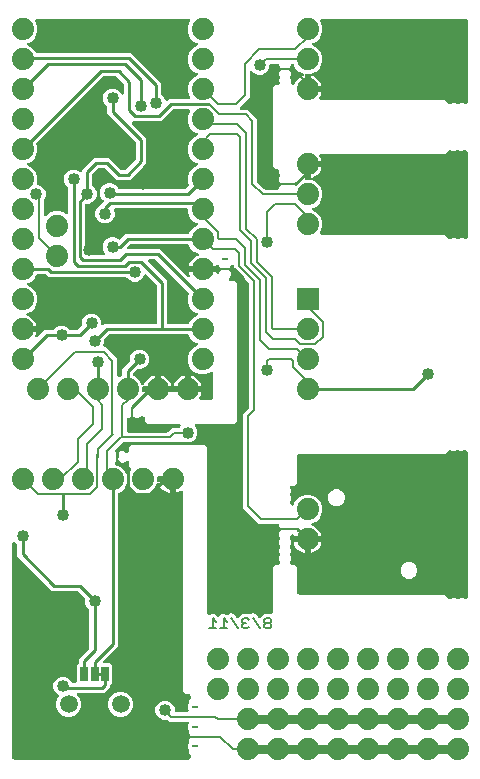
<source format=gbr>
G04 EAGLE Gerber RS-274X export*
G75*
%MOMM*%
%FSLAX34Y34*%
%LPD*%
%INBottom Copper*%
%IPPOS*%
%AMOC8*
5,1,8,0,0,1.08239X$1,22.5*%
G01*
%ADD10C,0.152400*%
%ADD11C,1.879600*%
%ADD12C,1.509600*%
%ADD13R,0.635000X1.270000*%
%ADD14R,1.879600X1.879600*%
%ADD15R,0.508000X0.203200*%
%ADD16R,0.203200X0.508000*%
%ADD17C,0.203200*%
%ADD18C,0.254000*%
%ADD19C,0.762000*%
%ADD20C,1.016000*%

G36*
X153306Y4068D02*
X153306Y4068D01*
X153336Y4066D01*
X153463Y4088D01*
X153592Y4105D01*
X153620Y4115D01*
X153649Y4120D01*
X153768Y4174D01*
X153888Y4222D01*
X153912Y4239D01*
X153939Y4251D01*
X154040Y4332D01*
X154145Y4408D01*
X154164Y4431D01*
X154187Y4450D01*
X154265Y4553D01*
X154348Y4653D01*
X154361Y4680D01*
X154379Y4704D01*
X154449Y4848D01*
X154550Y5092D01*
X155165Y5707D01*
X155238Y5801D01*
X155317Y5890D01*
X155326Y5908D01*
X155338Y5923D01*
X155346Y5940D01*
X155360Y5958D01*
X155407Y6067D01*
X155461Y6173D01*
X155466Y6195D01*
X155473Y6210D01*
X155477Y6228D01*
X155486Y6250D01*
X155505Y6367D01*
X155531Y6483D01*
X155530Y6506D01*
X155533Y6523D01*
X155532Y6540D01*
X155536Y6564D01*
X155525Y6682D01*
X155521Y6801D01*
X155514Y6824D01*
X155514Y6840D01*
X155509Y6856D01*
X155506Y6880D01*
X155466Y6992D01*
X155433Y7107D01*
X155420Y7128D01*
X155415Y7143D01*
X155407Y7156D01*
X155399Y7180D01*
X155332Y7278D01*
X155271Y7381D01*
X155248Y7407D01*
X155245Y7411D01*
X155239Y7417D01*
X155231Y7426D01*
X155220Y7443D01*
X155205Y7456D01*
X155165Y7502D01*
X154550Y8116D01*
X153796Y9937D01*
X153796Y11673D01*
X153784Y11772D01*
X153781Y11871D01*
X153764Y11929D01*
X153756Y11989D01*
X153720Y12081D01*
X153692Y12176D01*
X153672Y12211D01*
X153669Y12220D01*
X153658Y12237D01*
X153639Y12285D01*
X153581Y12365D01*
X153531Y12450D01*
X153503Y12481D01*
X153499Y12488D01*
X153489Y12498D01*
X153465Y12525D01*
X153453Y12542D01*
X153443Y12550D01*
X153425Y12571D01*
X153298Y12698D01*
X153297Y12698D01*
X153161Y12834D01*
X153161Y17392D01*
X153297Y17528D01*
X153298Y17528D01*
X153425Y17655D01*
X153485Y17733D01*
X153553Y17805D01*
X153582Y17858D01*
X153619Y17906D01*
X153659Y17997D01*
X153707Y18084D01*
X153722Y18143D01*
X153746Y18198D01*
X153761Y18296D01*
X153786Y18392D01*
X153792Y18492D01*
X153796Y18512D01*
X153794Y18525D01*
X153796Y18553D01*
X153796Y20289D01*
X154550Y22110D01*
X155038Y22598D01*
X155111Y22692D01*
X155190Y22781D01*
X155208Y22817D01*
X155233Y22849D01*
X155280Y22958D01*
X155334Y23064D01*
X155343Y23103D01*
X155359Y23141D01*
X155378Y23258D01*
X155404Y23374D01*
X155403Y23415D01*
X155409Y23455D01*
X155398Y23573D01*
X155394Y23692D01*
X155383Y23731D01*
X155379Y23771D01*
X155339Y23883D01*
X155306Y23998D01*
X155285Y24033D01*
X155272Y24071D01*
X155205Y24169D01*
X155144Y24272D01*
X155104Y24317D01*
X155093Y24334D01*
X155078Y24347D01*
X155038Y24393D01*
X154550Y24880D01*
X153796Y26701D01*
X153796Y28437D01*
X153784Y28536D01*
X153781Y28635D01*
X153764Y28693D01*
X153756Y28753D01*
X153720Y28845D01*
X153692Y28940D01*
X153662Y28992D01*
X153639Y29049D01*
X153581Y29129D01*
X153531Y29214D01*
X153465Y29289D01*
X153453Y29306D01*
X153443Y29314D01*
X153425Y29335D01*
X153298Y29462D01*
X153297Y29462D01*
X153161Y29598D01*
X153161Y34189D01*
X153207Y34244D01*
X153216Y34263D01*
X153228Y34279D01*
X153283Y34406D01*
X153342Y34532D01*
X153346Y34552D01*
X153354Y34571D01*
X153376Y34708D01*
X153402Y34845D01*
X153401Y34865D01*
X153404Y34885D01*
X153391Y35023D01*
X153382Y35162D01*
X153376Y35181D01*
X153374Y35201D01*
X153327Y35332D01*
X153284Y35464D01*
X153274Y35482D01*
X153267Y35501D01*
X153189Y35616D01*
X153114Y35733D01*
X153099Y35747D01*
X153088Y35764D01*
X152984Y35856D01*
X152883Y35951D01*
X152865Y35961D01*
X152850Y35974D01*
X152726Y36037D01*
X152604Y36105D01*
X152585Y36110D01*
X152567Y36119D01*
X152431Y36149D01*
X152296Y36184D01*
X152268Y36186D01*
X152256Y36189D01*
X152236Y36188D01*
X152135Y36194D01*
X137127Y36194D01*
X136102Y37220D01*
X136024Y37280D01*
X135952Y37348D01*
X135899Y37377D01*
X135851Y37414D01*
X135760Y37454D01*
X135673Y37502D01*
X135615Y37517D01*
X135559Y37541D01*
X135461Y37556D01*
X135365Y37581D01*
X135265Y37587D01*
X135245Y37591D01*
X135233Y37589D01*
X135205Y37591D01*
X131733Y37591D01*
X128745Y38829D01*
X126459Y41115D01*
X125221Y44103D01*
X125221Y47337D01*
X126459Y50325D01*
X128745Y52611D01*
X131733Y53849D01*
X134967Y53849D01*
X137955Y52611D01*
X140241Y50325D01*
X141479Y47337D01*
X141479Y45593D01*
X141494Y45475D01*
X141501Y45356D01*
X141514Y45318D01*
X141519Y45277D01*
X141562Y45167D01*
X141599Y45054D01*
X141621Y45019D01*
X141636Y44982D01*
X141705Y44886D01*
X141769Y44785D01*
X141799Y44757D01*
X141822Y44724D01*
X141914Y44648D01*
X142001Y44567D01*
X142036Y44547D01*
X142067Y44522D01*
X142175Y44471D01*
X142279Y44413D01*
X142319Y44403D01*
X142355Y44386D01*
X142472Y44364D01*
X142587Y44334D01*
X142647Y44330D01*
X142667Y44326D01*
X142688Y44328D01*
X142748Y44324D01*
X152135Y44324D01*
X152273Y44341D01*
X152412Y44354D01*
X152431Y44361D01*
X152451Y44364D01*
X152580Y44415D01*
X152711Y44462D01*
X152728Y44473D01*
X152747Y44481D01*
X152859Y44562D01*
X152974Y44640D01*
X152988Y44656D01*
X153004Y44667D01*
X153093Y44775D01*
X153185Y44879D01*
X153194Y44897D01*
X153207Y44912D01*
X153266Y45038D01*
X153329Y45162D01*
X153334Y45182D01*
X153342Y45200D01*
X153368Y45337D01*
X153399Y45472D01*
X153398Y45493D01*
X153402Y45512D01*
X153394Y45651D01*
X153389Y45790D01*
X153384Y45810D01*
X153382Y45830D01*
X153340Y45962D01*
X153301Y46096D01*
X153291Y46113D01*
X153284Y46132D01*
X153210Y46250D01*
X153161Y46333D01*
X153161Y50920D01*
X153297Y51056D01*
X153298Y51056D01*
X153425Y51183D01*
X153485Y51261D01*
X153553Y51333D01*
X153582Y51386D01*
X153619Y51434D01*
X153659Y51525D01*
X153707Y51612D01*
X153722Y51671D01*
X153746Y51726D01*
X153761Y51824D01*
X153786Y51920D01*
X153792Y52020D01*
X153796Y52040D01*
X153794Y52053D01*
X153796Y52081D01*
X153796Y53817D01*
X154550Y55638D01*
X155038Y56126D01*
X155111Y56220D01*
X155190Y56309D01*
X155208Y56345D01*
X155233Y56377D01*
X155280Y56486D01*
X155334Y56592D01*
X155343Y56631D01*
X155359Y56669D01*
X155378Y56786D01*
X155404Y56902D01*
X155403Y56943D01*
X155409Y56983D01*
X155398Y57101D01*
X155394Y57220D01*
X155383Y57259D01*
X155379Y57299D01*
X155339Y57411D01*
X155306Y57526D01*
X155285Y57561D01*
X155272Y57599D01*
X155205Y57697D01*
X155144Y57800D01*
X155104Y57845D01*
X155093Y57862D01*
X155078Y57875D01*
X155038Y57921D01*
X154550Y58408D01*
X154449Y58652D01*
X154435Y58677D01*
X154426Y58705D01*
X154356Y58815D01*
X154292Y58928D01*
X154271Y58949D01*
X154256Y58974D01*
X154161Y59063D01*
X154071Y59156D01*
X154045Y59172D01*
X154024Y59192D01*
X153910Y59255D01*
X153800Y59323D01*
X153771Y59331D01*
X153745Y59346D01*
X153620Y59378D01*
X153496Y59416D01*
X153466Y59418D01*
X153437Y59425D01*
X153277Y59435D01*
X150716Y59435D01*
X148335Y61816D01*
X148335Y230326D01*
X148330Y230365D01*
X148333Y230405D01*
X148310Y230523D01*
X148295Y230641D01*
X148281Y230678D01*
X148273Y230717D01*
X148222Y230826D01*
X148178Y230937D01*
X148155Y230969D01*
X148138Y231005D01*
X148062Y231097D01*
X147992Y231194D01*
X147961Y231220D01*
X147936Y231250D01*
X147839Y231321D01*
X147747Y231397D01*
X147711Y231414D01*
X147678Y231438D01*
X147567Y231482D01*
X147459Y231533D01*
X147420Y231540D01*
X147383Y231555D01*
X147264Y231570D01*
X147147Y231592D01*
X147107Y231590D01*
X147067Y231595D01*
X146948Y231580D01*
X146829Y231573D01*
X146791Y231560D01*
X146752Y231555D01*
X146640Y231512D01*
X146527Y231475D01*
X146493Y231453D01*
X146456Y231439D01*
X146320Y231353D01*
X145957Y231089D01*
X144283Y230236D01*
X142496Y229655D01*
X142239Y229615D01*
X142239Y240030D01*
X142224Y240148D01*
X142217Y240267D01*
X142204Y240305D01*
X142199Y240345D01*
X142156Y240456D01*
X142119Y240569D01*
X142097Y240603D01*
X142082Y240641D01*
X142012Y240737D01*
X141949Y240838D01*
X141919Y240866D01*
X141895Y240898D01*
X141804Y240974D01*
X141717Y241056D01*
X141682Y241075D01*
X141651Y241101D01*
X141543Y241152D01*
X141439Y241209D01*
X141399Y241220D01*
X141363Y241237D01*
X141246Y241259D01*
X141131Y241289D01*
X141070Y241293D01*
X141050Y241297D01*
X141030Y241295D01*
X140970Y241299D01*
X139699Y241299D01*
X139699Y242570D01*
X139684Y242688D01*
X139677Y242807D01*
X139664Y242845D01*
X139659Y242885D01*
X139615Y242996D01*
X139579Y243109D01*
X139557Y243144D01*
X139542Y243181D01*
X139472Y243277D01*
X139409Y243378D01*
X139379Y243406D01*
X139355Y243439D01*
X139264Y243514D01*
X139177Y243596D01*
X139142Y243616D01*
X139110Y243641D01*
X139003Y243692D01*
X138898Y243750D01*
X138859Y243760D01*
X138823Y243777D01*
X138706Y243799D01*
X138591Y243829D01*
X138530Y243833D01*
X138510Y243837D01*
X138490Y243835D01*
X138430Y243839D01*
X128016Y243839D01*
X127898Y243824D01*
X127779Y243817D01*
X127741Y243804D01*
X127700Y243799D01*
X127590Y243756D01*
X127477Y243719D01*
X127442Y243697D01*
X127405Y243682D01*
X127309Y243612D01*
X127208Y243549D01*
X127180Y243519D01*
X127147Y243495D01*
X127071Y243404D01*
X126990Y243317D01*
X126970Y243282D01*
X126945Y243251D01*
X126894Y243143D01*
X126836Y243039D01*
X126826Y242999D01*
X126809Y242963D01*
X126787Y242846D01*
X126757Y242731D01*
X126753Y242670D01*
X126749Y242650D01*
X126751Y242630D01*
X126747Y242570D01*
X126747Y240030D01*
X126762Y239912D01*
X126769Y239793D01*
X126782Y239755D01*
X126787Y239714D01*
X126830Y239604D01*
X126867Y239491D01*
X126889Y239456D01*
X126904Y239419D01*
X126973Y239323D01*
X127037Y239222D01*
X127067Y239194D01*
X127090Y239161D01*
X127182Y239086D01*
X127269Y239004D01*
X127304Y238984D01*
X127335Y238959D01*
X127443Y238908D01*
X127547Y238850D01*
X127587Y238840D01*
X127623Y238823D01*
X127740Y238801D01*
X127855Y238771D01*
X127915Y238767D01*
X127935Y238763D01*
X127956Y238765D01*
X128016Y238761D01*
X137161Y238761D01*
X137161Y229615D01*
X136904Y229655D01*
X135117Y230236D01*
X133443Y231089D01*
X131922Y232194D01*
X130594Y233522D01*
X129489Y235043D01*
X128636Y236717D01*
X128485Y237182D01*
X128472Y237209D01*
X128465Y237238D01*
X128405Y237353D01*
X128350Y237470D01*
X128331Y237493D01*
X128317Y237519D01*
X128229Y237615D01*
X128147Y237715D01*
X128123Y237732D01*
X128103Y237754D01*
X127994Y237826D01*
X127890Y237902D01*
X127862Y237913D01*
X127837Y237929D01*
X127714Y237971D01*
X127594Y238019D01*
X127564Y238023D01*
X127536Y238032D01*
X127407Y238043D01*
X127279Y238059D01*
X127249Y238055D01*
X127219Y238058D01*
X127091Y238035D01*
X126963Y238019D01*
X126935Y238008D01*
X126906Y238003D01*
X126788Y237950D01*
X126667Y237902D01*
X126643Y237885D01*
X126616Y237873D01*
X126515Y237792D01*
X126410Y237716D01*
X126391Y237693D01*
X126367Y237674D01*
X126290Y237571D01*
X126207Y237471D01*
X126194Y237444D01*
X126176Y237420D01*
X126105Y237275D01*
X124852Y234250D01*
X121350Y230748D01*
X116776Y228853D01*
X111824Y228853D01*
X107250Y230748D01*
X103748Y234250D01*
X102773Y236605D01*
X102704Y236725D01*
X102639Y236848D01*
X102625Y236863D01*
X102615Y236881D01*
X102518Y236981D01*
X102425Y237084D01*
X102408Y237095D01*
X102394Y237109D01*
X102275Y237182D01*
X102159Y237258D01*
X102140Y237265D01*
X102123Y237276D01*
X101990Y237316D01*
X101858Y237362D01*
X101838Y237363D01*
X101819Y237369D01*
X101680Y237376D01*
X101541Y237387D01*
X101521Y237383D01*
X101501Y237384D01*
X101365Y237356D01*
X101228Y237332D01*
X101209Y237324D01*
X101190Y237320D01*
X101064Y237259D01*
X100938Y237202D01*
X100922Y237189D01*
X100904Y237180D01*
X100798Y237090D01*
X100690Y237003D01*
X100677Y236987D01*
X100662Y236974D01*
X100582Y236860D01*
X100498Y236749D01*
X100486Y236724D01*
X100479Y236714D01*
X100472Y236695D01*
X100427Y236605D01*
X99452Y234250D01*
X95950Y230748D01*
X94002Y229941D01*
X93977Y229927D01*
X93949Y229917D01*
X93839Y229848D01*
X93726Y229784D01*
X93705Y229763D01*
X93680Y229747D01*
X93591Y229653D01*
X93498Y229562D01*
X93482Y229537D01*
X93462Y229516D01*
X93399Y229402D01*
X93331Y229291D01*
X93323Y229263D01*
X93308Y229237D01*
X93276Y229111D01*
X93238Y228987D01*
X93236Y228958D01*
X93229Y228929D01*
X93219Y228769D01*
X93219Y99811D01*
X81173Y87765D01*
X81088Y87656D01*
X80999Y87549D01*
X80991Y87530D01*
X80978Y87514D01*
X80923Y87386D01*
X80864Y87261D01*
X80860Y87241D01*
X80852Y87222D01*
X80830Y87084D01*
X80804Y86948D01*
X80805Y86928D01*
X80802Y86908D01*
X80815Y86769D01*
X80824Y86631D01*
X80830Y86612D01*
X80832Y86592D01*
X80879Y86460D01*
X80922Y86329D01*
X80932Y86311D01*
X80939Y86292D01*
X81017Y86177D01*
X81092Y86060D01*
X81107Y86046D01*
X81118Y86029D01*
X81222Y85937D01*
X81323Y85842D01*
X81341Y85832D01*
X81356Y85819D01*
X81480Y85755D01*
X81602Y85688D01*
X81622Y85683D01*
X81640Y85674D01*
X81775Y85644D01*
X81910Y85609D01*
X81938Y85607D01*
X81950Y85604D01*
X81970Y85605D01*
X82071Y85599D01*
X86988Y85599D01*
X88774Y83813D01*
X88774Y68587D01*
X87240Y67054D01*
X87180Y66976D01*
X87112Y66904D01*
X87083Y66851D01*
X87046Y66803D01*
X87006Y66712D01*
X86958Y66625D01*
X86943Y66566D01*
X86919Y66511D01*
X86904Y66413D01*
X86879Y66317D01*
X86873Y66217D01*
X86869Y66197D01*
X86871Y66184D01*
X86869Y66156D01*
X86869Y65521D01*
X81799Y60451D01*
X60059Y60451D01*
X59921Y60434D01*
X59783Y60421D01*
X59764Y60414D01*
X59743Y60411D01*
X59614Y60360D01*
X59483Y60313D01*
X59467Y60302D01*
X59448Y60294D01*
X59335Y60213D01*
X59220Y60135D01*
X59207Y60119D01*
X59190Y60108D01*
X59102Y60000D01*
X59010Y59896D01*
X59001Y59878D01*
X58988Y59863D01*
X58928Y59737D01*
X58865Y59613D01*
X58861Y59593D01*
X58852Y59575D01*
X58826Y59438D01*
X58795Y59303D01*
X58796Y59282D01*
X58792Y59263D01*
X58801Y59124D01*
X58805Y58985D01*
X58811Y58965D01*
X58812Y58945D01*
X58855Y58813D01*
X58894Y58679D01*
X58904Y58662D01*
X58910Y58643D01*
X58985Y58525D01*
X59055Y58405D01*
X59074Y58384D01*
X59080Y58374D01*
X59095Y58360D01*
X59161Y58285D01*
X60643Y56803D01*
X62257Y52908D01*
X62257Y48692D01*
X60643Y44797D01*
X57663Y41817D01*
X53768Y40203D01*
X49552Y40203D01*
X45657Y41817D01*
X42677Y44797D01*
X41063Y48692D01*
X41063Y52908D01*
X42677Y56803D01*
X42907Y57033D01*
X42938Y57072D01*
X42974Y57106D01*
X43035Y57198D01*
X43102Y57284D01*
X43122Y57330D01*
X43149Y57372D01*
X43185Y57475D01*
X43228Y57576D01*
X43236Y57625D01*
X43252Y57672D01*
X43261Y57782D01*
X43278Y57890D01*
X43274Y57940D01*
X43277Y57989D01*
X43259Y58097D01*
X43248Y58207D01*
X43232Y58254D01*
X43223Y58303D01*
X43178Y58403D01*
X43141Y58506D01*
X43113Y58547D01*
X43092Y58593D01*
X43024Y58678D01*
X42962Y58769D01*
X42925Y58802D01*
X42894Y58841D01*
X42806Y58907D01*
X42724Y58980D01*
X42680Y59002D01*
X42640Y59032D01*
X42495Y59103D01*
X42385Y59149D01*
X40099Y61435D01*
X38861Y64423D01*
X38861Y67657D01*
X40099Y70645D01*
X42385Y72931D01*
X45373Y74169D01*
X48607Y74169D01*
X51595Y72931D01*
X53881Y70645D01*
X54201Y69872D01*
X54216Y69847D01*
X54225Y69819D01*
X54294Y69709D01*
X54359Y69596D01*
X54379Y69575D01*
X54395Y69550D01*
X54490Y69461D01*
X54580Y69368D01*
X54605Y69352D01*
X54627Y69332D01*
X54740Y69269D01*
X54851Y69201D01*
X54879Y69193D01*
X54905Y69178D01*
X55031Y69146D01*
X55155Y69108D01*
X55184Y69106D01*
X55213Y69099D01*
X55374Y69089D01*
X57277Y69089D01*
X57395Y69104D01*
X57514Y69111D01*
X57552Y69124D01*
X57593Y69129D01*
X57703Y69172D01*
X57816Y69209D01*
X57851Y69231D01*
X57888Y69246D01*
X57984Y69315D01*
X58085Y69379D01*
X58113Y69409D01*
X58146Y69432D01*
X58222Y69524D01*
X58303Y69611D01*
X58323Y69646D01*
X58348Y69677D01*
X58399Y69785D01*
X58457Y69889D01*
X58467Y69929D01*
X58484Y69965D01*
X58506Y70082D01*
X58536Y70197D01*
X58540Y70257D01*
X58544Y70277D01*
X58542Y70298D01*
X58546Y70358D01*
X58546Y83813D01*
X60080Y85346D01*
X60140Y85424D01*
X60208Y85496D01*
X60237Y85549D01*
X60274Y85597D01*
X60314Y85688D01*
X60362Y85775D01*
X60377Y85834D01*
X60401Y85889D01*
X60416Y85987D01*
X60441Y86083D01*
X60447Y86183D01*
X60451Y86203D01*
X60449Y86216D01*
X60451Y86244D01*
X60451Y89419D01*
X68970Y97937D01*
X69030Y98015D01*
X69098Y98088D01*
X69127Y98141D01*
X69164Y98188D01*
X69204Y98279D01*
X69252Y98366D01*
X69267Y98425D01*
X69291Y98480D01*
X69306Y98578D01*
X69331Y98674D01*
X69337Y98774D01*
X69341Y98794D01*
X69339Y98807D01*
X69341Y98835D01*
X69341Y130727D01*
X69329Y130825D01*
X69326Y130924D01*
X69309Y130983D01*
X69301Y131043D01*
X69265Y131135D01*
X69237Y131230D01*
X69207Y131282D01*
X69184Y131338D01*
X69126Y131418D01*
X69076Y131504D01*
X69010Y131579D01*
X68998Y131596D01*
X68988Y131604D01*
X68970Y131625D01*
X66769Y133825D01*
X65531Y136813D01*
X65531Y139925D01*
X65519Y140024D01*
X65516Y140123D01*
X65499Y140181D01*
X65491Y140241D01*
X65455Y140333D01*
X65427Y140428D01*
X65397Y140480D01*
X65374Y140537D01*
X65316Y140617D01*
X65266Y140702D01*
X65200Y140777D01*
X65188Y140794D01*
X65178Y140802D01*
X65160Y140823D01*
X59543Y146440D01*
X59465Y146500D01*
X59392Y146568D01*
X59339Y146597D01*
X59292Y146634D01*
X59201Y146674D01*
X59114Y146722D01*
X59055Y146737D01*
X59000Y146761D01*
X58902Y146776D01*
X58806Y146801D01*
X58706Y146807D01*
X58686Y146811D01*
X58673Y146809D01*
X58645Y146811D01*
X37581Y146811D01*
X8381Y176011D01*
X8381Y185337D01*
X8369Y185435D01*
X8366Y185534D01*
X8349Y185593D01*
X8341Y185653D01*
X8305Y185745D01*
X8277Y185840D01*
X8247Y185892D01*
X8224Y185948D01*
X8166Y186028D01*
X8116Y186114D01*
X8050Y186189D01*
X8038Y186206D01*
X8028Y186214D01*
X8010Y186235D01*
X6231Y188013D01*
X6122Y188098D01*
X6015Y188187D01*
X5996Y188195D01*
X5980Y188208D01*
X5852Y188263D01*
X5727Y188322D01*
X5707Y188326D01*
X5688Y188334D01*
X5550Y188356D01*
X5414Y188382D01*
X5394Y188381D01*
X5374Y188384D01*
X5235Y188371D01*
X5097Y188362D01*
X5078Y188356D01*
X5058Y188354D01*
X4926Y188307D01*
X4795Y188264D01*
X4777Y188253D01*
X4758Y188246D01*
X4643Y188168D01*
X4526Y188094D01*
X4512Y188079D01*
X4495Y188068D01*
X4403Y187964D01*
X4308Y187862D01*
X4298Y187845D01*
X4285Y187829D01*
X4221Y187705D01*
X4154Y187584D01*
X4149Y187564D01*
X4140Y187546D01*
X4110Y187410D01*
X4075Y187276D01*
X4073Y187248D01*
X4070Y187236D01*
X4071Y187215D01*
X4065Y187115D01*
X4065Y5334D01*
X4080Y5216D01*
X4087Y5097D01*
X4100Y5059D01*
X4105Y5018D01*
X4148Y4908D01*
X4185Y4795D01*
X4207Y4760D01*
X4222Y4723D01*
X4291Y4627D01*
X4355Y4526D01*
X4385Y4498D01*
X4408Y4465D01*
X4500Y4389D01*
X4587Y4308D01*
X4622Y4288D01*
X4653Y4263D01*
X4761Y4212D01*
X4865Y4154D01*
X4905Y4144D01*
X4941Y4127D01*
X5058Y4105D01*
X5173Y4075D01*
X5233Y4071D01*
X5253Y4067D01*
X5274Y4069D01*
X5334Y4065D01*
X153277Y4065D01*
X153306Y4068D01*
G37*
G36*
X387870Y140303D02*
X387870Y140303D01*
X387966Y140326D01*
X388064Y140340D01*
X388159Y140372D01*
X388179Y140377D01*
X388190Y140383D01*
X388217Y140392D01*
X388852Y140655D01*
X388877Y140670D01*
X388905Y140679D01*
X389015Y140748D01*
X389128Y140813D01*
X389149Y140833D01*
X389174Y140849D01*
X389263Y140944D01*
X389356Y141034D01*
X389372Y141059D01*
X389392Y141080D01*
X389455Y141194D01*
X389523Y141305D01*
X389531Y141333D01*
X389546Y141359D01*
X389578Y141485D01*
X389616Y141609D01*
X389618Y141638D01*
X389625Y141667D01*
X389635Y141828D01*
X389635Y264108D01*
X389632Y264137D01*
X389634Y264167D01*
X389612Y264295D01*
X389595Y264424D01*
X389585Y264451D01*
X389580Y264480D01*
X389526Y264599D01*
X389478Y264719D01*
X389461Y264743D01*
X389449Y264770D01*
X389368Y264872D01*
X389292Y264977D01*
X389269Y264995D01*
X389250Y265018D01*
X389147Y265097D01*
X389047Y265179D01*
X389020Y265192D01*
X388996Y265210D01*
X388852Y265281D01*
X387709Y265754D01*
X387613Y265780D01*
X387521Y265815D01*
X387460Y265822D01*
X387402Y265838D01*
X387303Y265840D01*
X387205Y265851D01*
X387145Y265842D01*
X387084Y265843D01*
X386988Y265820D01*
X386890Y265806D01*
X386795Y265774D01*
X386775Y265769D01*
X386764Y265763D01*
X386737Y265754D01*
X385033Y265048D01*
X383063Y265048D01*
X381232Y265807D01*
X381228Y265808D01*
X381226Y265809D01*
X381186Y265819D01*
X381136Y265833D01*
X381044Y265868D01*
X380983Y265875D01*
X380925Y265891D01*
X380867Y265891D01*
X380785Y265897D01*
X380728Y265903D01*
X380668Y265895D01*
X380607Y265896D01*
X380511Y265873D01*
X380413Y265859D01*
X380318Y265826D01*
X380298Y265821D01*
X380287Y265816D01*
X380260Y265807D01*
X378429Y265048D01*
X376459Y265048D01*
X374628Y265807D01*
X374624Y265808D01*
X374622Y265809D01*
X374582Y265819D01*
X374532Y265833D01*
X374440Y265868D01*
X374379Y265875D01*
X374321Y265891D01*
X374263Y265891D01*
X374181Y265897D01*
X374124Y265903D01*
X374064Y265895D01*
X374003Y265896D01*
X373907Y265873D01*
X373809Y265859D01*
X373714Y265826D01*
X373694Y265821D01*
X373683Y265816D01*
X373656Y265807D01*
X373034Y265549D01*
X373026Y265544D01*
X373017Y265542D01*
X372889Y265466D01*
X372758Y265391D01*
X372751Y265385D01*
X372743Y265380D01*
X372622Y265274D01*
X369984Y262635D01*
X246634Y262635D01*
X246516Y262620D01*
X246397Y262613D01*
X246359Y262600D01*
X246318Y262595D01*
X246208Y262552D01*
X246095Y262515D01*
X246060Y262493D01*
X246023Y262478D01*
X245927Y262409D01*
X245826Y262345D01*
X245798Y262315D01*
X245765Y262292D01*
X245689Y262200D01*
X245608Y262113D01*
X245588Y262078D01*
X245563Y262047D01*
X245512Y261939D01*
X245454Y261835D01*
X245444Y261795D01*
X245427Y261759D01*
X245405Y261642D01*
X245375Y261527D01*
X245371Y261467D01*
X245367Y261447D01*
X245369Y261426D01*
X245365Y261366D01*
X245365Y238346D01*
X242984Y235965D01*
X240423Y235965D01*
X240394Y235962D01*
X240365Y235964D01*
X240237Y235942D01*
X240108Y235925D01*
X240080Y235915D01*
X240051Y235910D01*
X239933Y235856D01*
X239812Y235808D01*
X239788Y235791D01*
X239761Y235779D01*
X239660Y235698D01*
X239555Y235622D01*
X239536Y235599D01*
X239513Y235580D01*
X239435Y235477D01*
X239352Y235377D01*
X239339Y235350D01*
X239322Y235326D01*
X239251Y235182D01*
X239198Y235055D01*
X239172Y234959D01*
X239137Y234867D01*
X239130Y234806D01*
X239114Y234748D01*
X239112Y234649D01*
X239101Y234551D01*
X239110Y234491D01*
X239109Y234430D01*
X239132Y234334D01*
X239146Y234236D01*
X239178Y234141D01*
X239183Y234121D01*
X239189Y234110D01*
X239198Y234083D01*
X239904Y232379D01*
X239904Y230409D01*
X239198Y228705D01*
X239172Y228609D01*
X239137Y228517D01*
X239130Y228456D01*
X239114Y228398D01*
X239112Y228299D01*
X239101Y228201D01*
X239110Y228141D01*
X239109Y228080D01*
X239132Y227984D01*
X239146Y227886D01*
X239178Y227791D01*
X239183Y227771D01*
X239189Y227760D01*
X239198Y227733D01*
X239904Y226029D01*
X239904Y224059D01*
X239198Y222355D01*
X239172Y222259D01*
X239137Y222167D01*
X239130Y222106D01*
X239114Y222048D01*
X239112Y221949D01*
X239101Y221851D01*
X239110Y221791D01*
X239109Y221730D01*
X239132Y221634D01*
X239146Y221536D01*
X239178Y221441D01*
X239183Y221421D01*
X239189Y221410D01*
X239198Y221383D01*
X239826Y219867D01*
X239895Y219747D01*
X239960Y219624D01*
X239973Y219609D01*
X239983Y219591D01*
X240080Y219491D01*
X240174Y219388D01*
X240191Y219377D01*
X240205Y219363D01*
X240324Y219290D01*
X240439Y219214D01*
X240459Y219207D01*
X240476Y219196D01*
X240609Y219156D01*
X240740Y219110D01*
X240760Y219109D01*
X240780Y219103D01*
X240918Y219096D01*
X241057Y219085D01*
X241077Y219089D01*
X241097Y219088D01*
X241233Y219116D01*
X241371Y219140D01*
X241389Y219148D01*
X241409Y219152D01*
X241534Y219213D01*
X241661Y219270D01*
X241676Y219283D01*
X241695Y219292D01*
X241801Y219382D01*
X241909Y219469D01*
X241921Y219485D01*
X241937Y219498D01*
X242017Y219612D01*
X242100Y219723D01*
X242113Y219748D01*
X242120Y219758D01*
X242127Y219777D01*
X242171Y219867D01*
X242473Y220595D01*
X243448Y222950D01*
X246950Y226452D01*
X251524Y228347D01*
X256476Y228347D01*
X261050Y226452D01*
X264552Y222950D01*
X266447Y218376D01*
X266447Y213424D01*
X264552Y208850D01*
X261050Y205348D01*
X258025Y204095D01*
X257999Y204080D01*
X257970Y204071D01*
X257861Y204001D01*
X257748Y203937D01*
X257727Y203916D01*
X257702Y203900D01*
X257613Y203806D01*
X257520Y203716D01*
X257504Y203690D01*
X257484Y203669D01*
X257421Y203555D01*
X257354Y203445D01*
X257345Y203416D01*
X257331Y203390D01*
X257298Y203265D01*
X257260Y203141D01*
X257259Y203111D01*
X257251Y203082D01*
X257251Y202952D01*
X257245Y202823D01*
X257251Y202794D01*
X257251Y202764D01*
X257283Y202639D01*
X257309Y202512D01*
X257322Y202485D01*
X257330Y202456D01*
X257392Y202343D01*
X257449Y202226D01*
X257468Y202203D01*
X257483Y202177D01*
X257571Y202083D01*
X257655Y201984D01*
X257680Y201967D01*
X257700Y201945D01*
X257809Y201876D01*
X257915Y201801D01*
X257943Y201790D01*
X257969Y201774D01*
X258118Y201715D01*
X258583Y201564D01*
X260257Y200711D01*
X261778Y199606D01*
X263106Y198278D01*
X264211Y196757D01*
X265064Y195083D01*
X265645Y193296D01*
X265685Y193039D01*
X255270Y193039D01*
X255152Y193024D01*
X255033Y193017D01*
X254995Y193004D01*
X254955Y192999D01*
X254844Y192956D01*
X254731Y192919D01*
X254697Y192897D01*
X254659Y192882D01*
X254563Y192812D01*
X254462Y192749D01*
X254434Y192719D01*
X254402Y192695D01*
X254326Y192604D01*
X254244Y192517D01*
X254225Y192482D01*
X254199Y192451D01*
X254148Y192343D01*
X254091Y192239D01*
X254080Y192199D01*
X254063Y192163D01*
X254041Y192046D01*
X254011Y191931D01*
X254007Y191870D01*
X254003Y191850D01*
X254005Y191830D01*
X254001Y191770D01*
X254001Y190499D01*
X253999Y190499D01*
X253999Y191770D01*
X253984Y191888D01*
X253977Y192007D01*
X253964Y192045D01*
X253959Y192085D01*
X253915Y192196D01*
X253879Y192309D01*
X253857Y192344D01*
X253842Y192381D01*
X253772Y192477D01*
X253709Y192578D01*
X253679Y192606D01*
X253655Y192639D01*
X253564Y192714D01*
X253477Y192796D01*
X253442Y192816D01*
X253410Y192841D01*
X253303Y192892D01*
X253198Y192950D01*
X253159Y192960D01*
X253123Y192977D01*
X253006Y192999D01*
X252891Y193029D01*
X252830Y193033D01*
X252810Y193037D01*
X252790Y193035D01*
X252730Y193039D01*
X242315Y193039D01*
X242333Y193156D01*
X242333Y193166D01*
X242336Y193176D01*
X242338Y193325D01*
X242343Y193474D01*
X242341Y193483D01*
X242341Y193494D01*
X242306Y193639D01*
X242274Y193784D01*
X242269Y193793D01*
X242267Y193803D01*
X242198Y193934D01*
X242129Y194068D01*
X242123Y194075D01*
X242118Y194084D01*
X242018Y194194D01*
X241919Y194306D01*
X241911Y194312D01*
X241904Y194319D01*
X241780Y194401D01*
X241656Y194485D01*
X241647Y194488D01*
X241639Y194494D01*
X241498Y194542D01*
X241357Y194593D01*
X241347Y194594D01*
X241338Y194597D01*
X241190Y194609D01*
X241041Y194623D01*
X241031Y194622D01*
X241021Y194622D01*
X240874Y194597D01*
X240726Y194574D01*
X240717Y194570D01*
X240707Y194568D01*
X240571Y194507D01*
X240434Y194448D01*
X240427Y194441D01*
X240417Y194437D01*
X240300Y194344D01*
X240183Y194253D01*
X240177Y194245D01*
X240169Y194239D01*
X240079Y194119D01*
X239988Y194002D01*
X239984Y193993D01*
X239978Y193985D01*
X239907Y193840D01*
X239112Y191920D01*
X239102Y191908D01*
X239055Y191798D01*
X239001Y191692D01*
X238992Y191653D01*
X238976Y191616D01*
X238957Y191498D01*
X238931Y191382D01*
X238932Y191342D01*
X238926Y191302D01*
X238937Y191183D01*
X238941Y191064D01*
X238952Y191026D01*
X238956Y190986D01*
X238996Y190873D01*
X239029Y190759D01*
X239050Y190724D01*
X239063Y190686D01*
X239099Y190634D01*
X239882Y188744D01*
X239896Y188719D01*
X239906Y188691D01*
X239975Y188581D01*
X240039Y188468D01*
X240060Y188447D01*
X240076Y188422D01*
X240170Y188333D01*
X240261Y188240D01*
X240286Y188224D01*
X240307Y188204D01*
X240339Y188187D01*
X240337Y188185D01*
X240305Y188162D01*
X240229Y188070D01*
X240147Y187983D01*
X240128Y187948D01*
X240102Y187917D01*
X240051Y187809D01*
X239993Y187704D01*
X239983Y187666D01*
X239966Y187629D01*
X239944Y187512D01*
X239914Y187396D01*
X239910Y187337D01*
X239906Y187317D01*
X239908Y187296D01*
X239904Y187236D01*
X239904Y186721D01*
X239112Y184809D01*
X239103Y184797D01*
X239055Y184687D01*
X239001Y184581D01*
X238992Y184542D01*
X238976Y184505D01*
X238957Y184387D01*
X238931Y184271D01*
X238932Y184231D01*
X238926Y184191D01*
X238937Y184072D01*
X238941Y183953D01*
X238952Y183914D01*
X238956Y183874D01*
X238996Y183762D01*
X239029Y183647D01*
X239050Y183613D01*
X239063Y183575D01*
X239099Y183522D01*
X239904Y181579D01*
X239904Y179609D01*
X239198Y177905D01*
X239172Y177809D01*
X239137Y177717D01*
X239130Y177656D01*
X239114Y177598D01*
X239112Y177499D01*
X239101Y177401D01*
X239110Y177341D01*
X239109Y177280D01*
X239132Y177184D01*
X239146Y177086D01*
X239178Y176991D01*
X239183Y176971D01*
X239189Y176960D01*
X239198Y176933D01*
X239904Y175229D01*
X239904Y173259D01*
X239198Y171555D01*
X239172Y171459D01*
X239137Y171367D01*
X239130Y171306D01*
X239114Y171248D01*
X239112Y171149D01*
X239101Y171051D01*
X239110Y170991D01*
X239109Y170930D01*
X239132Y170834D01*
X239146Y170736D01*
X239178Y170641D01*
X239183Y170621D01*
X239189Y170610D01*
X239198Y170583D01*
X239461Y169948D01*
X239476Y169923D01*
X239485Y169895D01*
X239554Y169785D01*
X239619Y169672D01*
X239639Y169651D01*
X239655Y169626D01*
X239750Y169537D01*
X239840Y169444D01*
X239865Y169428D01*
X239886Y169408D01*
X240000Y169345D01*
X240111Y169277D01*
X240139Y169269D01*
X240165Y169254D01*
X240291Y169222D01*
X240415Y169184D01*
X240444Y169182D01*
X240473Y169175D01*
X240634Y169165D01*
X242984Y169165D01*
X245365Y166784D01*
X245365Y145034D01*
X245380Y144916D01*
X245387Y144797D01*
X245400Y144759D01*
X245405Y144718D01*
X245448Y144608D01*
X245485Y144495D01*
X245507Y144460D01*
X245522Y144423D01*
X245591Y144327D01*
X245655Y144226D01*
X245685Y144198D01*
X245708Y144165D01*
X245800Y144089D01*
X245887Y144008D01*
X245922Y143988D01*
X245953Y143963D01*
X246061Y143912D01*
X246165Y143854D01*
X246205Y143844D01*
X246241Y143827D01*
X246358Y143805D01*
X246473Y143775D01*
X246533Y143771D01*
X246553Y143767D01*
X246574Y143769D01*
X246634Y143765D01*
X369984Y143765D01*
X372697Y141052D01*
X372704Y141046D01*
X372710Y141039D01*
X372828Y140950D01*
X372948Y140857D01*
X372956Y140853D01*
X372964Y140848D01*
X373108Y140777D01*
X374164Y140339D01*
X374260Y140313D01*
X374352Y140278D01*
X374413Y140271D01*
X374471Y140255D01*
X374570Y140254D01*
X374668Y140243D01*
X374728Y140251D01*
X374789Y140250D01*
X374885Y140273D01*
X374983Y140287D01*
X375078Y140320D01*
X375098Y140325D01*
X375109Y140330D01*
X375136Y140339D01*
X376967Y141098D01*
X378937Y141098D01*
X380768Y140339D01*
X380864Y140313D01*
X380956Y140278D01*
X381017Y140271D01*
X381075Y140255D01*
X381174Y140254D01*
X381272Y140243D01*
X381332Y140251D01*
X381393Y140250D01*
X381489Y140273D01*
X381587Y140287D01*
X381682Y140320D01*
X381702Y140325D01*
X381713Y140330D01*
X381740Y140339D01*
X383571Y141098D01*
X385541Y141098D01*
X387245Y140392D01*
X387341Y140366D01*
X387433Y140331D01*
X387494Y140324D01*
X387552Y140308D01*
X387651Y140306D01*
X387749Y140295D01*
X387809Y140304D01*
X387870Y140303D01*
G37*
G36*
X381332Y445051D02*
X381332Y445051D01*
X381393Y445050D01*
X381489Y445073D01*
X381587Y445087D01*
X381682Y445120D01*
X381702Y445125D01*
X381713Y445130D01*
X381740Y445139D01*
X383571Y445898D01*
X385541Y445898D01*
X387245Y445192D01*
X387341Y445166D01*
X387433Y445131D01*
X387494Y445124D01*
X387552Y445108D01*
X387651Y445106D01*
X387749Y445095D01*
X387809Y445104D01*
X387870Y445103D01*
X387966Y445126D01*
X388064Y445140D01*
X388159Y445172D01*
X388179Y445177D01*
X388190Y445183D01*
X388217Y445192D01*
X388852Y445455D01*
X388877Y445470D01*
X388905Y445479D01*
X389015Y445548D01*
X389128Y445613D01*
X389149Y445633D01*
X389174Y445649D01*
X389263Y445744D01*
X389356Y445834D01*
X389372Y445859D01*
X389392Y445880D01*
X389455Y445994D01*
X389523Y446105D01*
X389531Y446133D01*
X389546Y446159D01*
X389578Y446285D01*
X389616Y446409D01*
X389618Y446438D01*
X389625Y446467D01*
X389635Y446628D01*
X389635Y518108D01*
X389632Y518137D01*
X389634Y518167D01*
X389612Y518295D01*
X389606Y518338D01*
X389606Y518348D01*
X389605Y518351D01*
X389595Y518423D01*
X389585Y518451D01*
X389580Y518480D01*
X389526Y518598D01*
X389517Y518623D01*
X389508Y518650D01*
X389502Y518659D01*
X389478Y518719D01*
X389461Y518743D01*
X389449Y518770D01*
X389368Y518871D01*
X389366Y518874D01*
X389337Y518919D01*
X389324Y518932D01*
X389292Y518977D01*
X389269Y518995D01*
X389250Y519018D01*
X389158Y519088D01*
X389106Y519137D01*
X389081Y519150D01*
X389047Y519179D01*
X389020Y519192D01*
X388996Y519210D01*
X388852Y519281D01*
X387709Y519754D01*
X387613Y519780D01*
X387521Y519815D01*
X387460Y519822D01*
X387402Y519838D01*
X387303Y519840D01*
X387205Y519851D01*
X387145Y519842D01*
X387084Y519843D01*
X386988Y519820D01*
X386890Y519806D01*
X386795Y519774D01*
X386775Y519769D01*
X386764Y519763D01*
X386737Y519754D01*
X385033Y519048D01*
X383063Y519048D01*
X381232Y519807D01*
X381136Y519833D01*
X381044Y519868D01*
X380983Y519875D01*
X380925Y519891D01*
X380826Y519892D01*
X380728Y519903D01*
X380668Y519895D01*
X380607Y519896D01*
X380511Y519873D01*
X380413Y519859D01*
X380318Y519826D01*
X380298Y519821D01*
X380287Y519816D01*
X380260Y519807D01*
X378429Y519048D01*
X376459Y519048D01*
X374628Y519807D01*
X374532Y519833D01*
X374440Y519868D01*
X374379Y519875D01*
X374321Y519891D01*
X374222Y519892D01*
X374124Y519903D01*
X374064Y519895D01*
X374003Y519896D01*
X373907Y519873D01*
X373809Y519859D01*
X373714Y519826D01*
X373694Y519821D01*
X373683Y519816D01*
X373656Y519807D01*
X373034Y519549D01*
X373026Y519544D01*
X373017Y519542D01*
X372887Y519465D01*
X372758Y519391D01*
X372751Y519385D01*
X372743Y519380D01*
X372622Y519274D01*
X369984Y516635D01*
X264974Y516635D01*
X264935Y516630D01*
X264895Y516633D01*
X264777Y516610D01*
X264659Y516595D01*
X264622Y516581D01*
X264583Y516573D01*
X264474Y516522D01*
X264363Y516478D01*
X264331Y516455D01*
X264295Y516438D01*
X264203Y516362D01*
X264106Y516292D01*
X264080Y516261D01*
X264050Y516236D01*
X263979Y516139D01*
X263903Y516047D01*
X263886Y516011D01*
X263862Y515978D01*
X263818Y515867D01*
X263767Y515759D01*
X263760Y515720D01*
X263745Y515683D01*
X263730Y515564D01*
X263708Y515447D01*
X263710Y515407D01*
X263705Y515367D01*
X263720Y515248D01*
X263727Y515129D01*
X263740Y515091D01*
X263745Y515052D01*
X263788Y514940D01*
X263825Y514827D01*
X263847Y514793D01*
X263861Y514756D01*
X263947Y514620D01*
X264211Y514257D01*
X265064Y512583D01*
X265645Y510796D01*
X265685Y510539D01*
X255270Y510539D01*
X255152Y510524D01*
X255033Y510517D01*
X254995Y510504D01*
X254955Y510499D01*
X254844Y510456D01*
X254731Y510419D01*
X254697Y510397D01*
X254659Y510382D01*
X254563Y510312D01*
X254462Y510249D01*
X254434Y510219D01*
X254402Y510195D01*
X254326Y510104D01*
X254244Y510017D01*
X254225Y509982D01*
X254199Y509951D01*
X254148Y509843D01*
X254091Y509739D01*
X254080Y509699D01*
X254063Y509663D01*
X254041Y509546D01*
X254011Y509431D01*
X254007Y509370D01*
X254003Y509350D01*
X254005Y509330D01*
X254001Y509270D01*
X254001Y507999D01*
X252730Y507999D01*
X252612Y507984D01*
X252493Y507977D01*
X252455Y507964D01*
X252414Y507959D01*
X252304Y507915D01*
X252191Y507879D01*
X252156Y507857D01*
X252119Y507842D01*
X252023Y507772D01*
X251922Y507709D01*
X251894Y507679D01*
X251861Y507655D01*
X251786Y507564D01*
X251704Y507477D01*
X251684Y507442D01*
X251659Y507410D01*
X251608Y507303D01*
X251550Y507198D01*
X251540Y507159D01*
X251523Y507123D01*
X251501Y507006D01*
X251471Y506891D01*
X251467Y506830D01*
X251463Y506810D01*
X251465Y506790D01*
X251461Y506730D01*
X251461Y496316D01*
X251476Y496198D01*
X251483Y496079D01*
X251496Y496041D01*
X251501Y496000D01*
X251544Y495890D01*
X251581Y495777D01*
X251603Y495742D01*
X251618Y495705D01*
X251688Y495609D01*
X251751Y495508D01*
X251781Y495480D01*
X251804Y495447D01*
X251896Y495371D01*
X251983Y495290D01*
X252018Y495270D01*
X252049Y495245D01*
X252157Y495194D01*
X252261Y495136D01*
X252301Y495126D01*
X252337Y495109D01*
X252454Y495087D01*
X252569Y495057D01*
X252630Y495053D01*
X252650Y495049D01*
X252670Y495051D01*
X252730Y495047D01*
X255270Y495047D01*
X255388Y495062D01*
X255507Y495069D01*
X255545Y495082D01*
X255585Y495087D01*
X255696Y495130D01*
X255809Y495167D01*
X255844Y495189D01*
X255881Y495204D01*
X255977Y495273D01*
X256078Y495337D01*
X256106Y495367D01*
X256139Y495390D01*
X256214Y495482D01*
X256296Y495569D01*
X256316Y495604D01*
X256341Y495635D01*
X256392Y495743D01*
X256450Y495847D01*
X256460Y495887D01*
X256477Y495923D01*
X256499Y496040D01*
X256529Y496155D01*
X256533Y496215D01*
X256537Y496235D01*
X256535Y496256D01*
X256539Y496316D01*
X256539Y505461D01*
X265685Y505461D01*
X265645Y505204D01*
X265064Y503417D01*
X264211Y501743D01*
X263106Y500222D01*
X261778Y498894D01*
X260257Y497789D01*
X258583Y496936D01*
X258118Y496785D01*
X258091Y496772D01*
X258062Y496765D01*
X257948Y496705D01*
X257830Y496650D01*
X257807Y496631D01*
X257781Y496617D01*
X257685Y496530D01*
X257585Y496447D01*
X257568Y496423D01*
X257546Y496403D01*
X257474Y496294D01*
X257398Y496190D01*
X257387Y496162D01*
X257371Y496137D01*
X257329Y496014D01*
X257281Y495894D01*
X257277Y495864D01*
X257268Y495836D01*
X257257Y495707D01*
X257241Y495579D01*
X257245Y495549D01*
X257242Y495519D01*
X257265Y495391D01*
X257281Y495263D01*
X257292Y495235D01*
X257297Y495206D01*
X257350Y495088D01*
X257398Y494967D01*
X257415Y494943D01*
X257427Y494916D01*
X257508Y494815D01*
X257584Y494710D01*
X257607Y494691D01*
X257626Y494667D01*
X257730Y494589D01*
X257829Y494507D01*
X257856Y494494D01*
X257880Y494476D01*
X258025Y494405D01*
X261050Y493152D01*
X264552Y489650D01*
X266447Y485076D01*
X266447Y480124D01*
X264552Y475550D01*
X261050Y472048D01*
X258695Y471073D01*
X258575Y471004D01*
X258452Y470939D01*
X258437Y470925D01*
X258419Y470915D01*
X258319Y470818D01*
X258216Y470725D01*
X258205Y470708D01*
X258191Y470694D01*
X258118Y470575D01*
X258042Y470459D01*
X258035Y470440D01*
X258024Y470423D01*
X257984Y470290D01*
X257938Y470158D01*
X257937Y470138D01*
X257931Y470119D01*
X257924Y469980D01*
X257913Y469841D01*
X257917Y469821D01*
X257916Y469801D01*
X257944Y469665D01*
X257968Y469528D01*
X257976Y469509D01*
X257980Y469490D01*
X258041Y469364D01*
X258098Y469238D01*
X258111Y469222D01*
X258120Y469204D01*
X258210Y469098D01*
X258297Y468990D01*
X258313Y468977D01*
X258326Y468962D01*
X258440Y468882D01*
X258551Y468798D01*
X258576Y468786D01*
X258586Y468779D01*
X258605Y468772D01*
X258695Y468727D01*
X261050Y467752D01*
X264552Y464250D01*
X266447Y459676D01*
X266447Y454724D01*
X264622Y450320D01*
X264609Y450272D01*
X264588Y450227D01*
X264567Y450119D01*
X264538Y450013D01*
X264538Y449963D01*
X264528Y449914D01*
X264535Y449805D01*
X264533Y449695D01*
X264545Y449647D01*
X264548Y449597D01*
X264582Y449493D01*
X264607Y449386D01*
X264631Y449342D01*
X264646Y449295D01*
X264705Y449202D01*
X264756Y449105D01*
X264790Y449068D01*
X264816Y449026D01*
X264896Y448951D01*
X264970Y448869D01*
X265012Y448842D01*
X265048Y448808D01*
X265144Y448755D01*
X265236Y448695D01*
X265283Y448678D01*
X265326Y448654D01*
X265433Y448627D01*
X265537Y448591D01*
X265586Y448587D01*
X265634Y448575D01*
X265795Y448565D01*
X369984Y448565D01*
X372697Y445852D01*
X372704Y445846D01*
X372710Y445839D01*
X372829Y445749D01*
X372948Y445657D01*
X372956Y445653D01*
X372964Y445648D01*
X373108Y445577D01*
X374164Y445139D01*
X374260Y445113D01*
X374352Y445078D01*
X374413Y445071D01*
X374471Y445055D01*
X374570Y445054D01*
X374668Y445043D01*
X374728Y445051D01*
X374789Y445050D01*
X374885Y445073D01*
X374983Y445087D01*
X375078Y445120D01*
X375098Y445125D01*
X375109Y445130D01*
X375136Y445139D01*
X376967Y445898D01*
X378937Y445898D01*
X380768Y445139D01*
X380864Y445113D01*
X380956Y445078D01*
X381017Y445071D01*
X381075Y445055D01*
X381174Y445054D01*
X381272Y445043D01*
X381332Y445051D01*
G37*
G36*
X381332Y559351D02*
X381332Y559351D01*
X381393Y559350D01*
X381489Y559373D01*
X381587Y559387D01*
X381682Y559420D01*
X381702Y559425D01*
X381713Y559430D01*
X381740Y559439D01*
X383571Y560198D01*
X385541Y560198D01*
X387245Y559492D01*
X387341Y559466D01*
X387433Y559431D01*
X387494Y559424D01*
X387552Y559408D01*
X387651Y559406D01*
X387749Y559395D01*
X387809Y559404D01*
X387870Y559403D01*
X387966Y559426D01*
X388064Y559440D01*
X388159Y559472D01*
X388179Y559477D01*
X388190Y559483D01*
X388217Y559492D01*
X388852Y559755D01*
X388877Y559770D01*
X388905Y559779D01*
X389015Y559848D01*
X389128Y559913D01*
X389149Y559933D01*
X389174Y559949D01*
X389263Y560044D01*
X389356Y560134D01*
X389372Y560159D01*
X389392Y560180D01*
X389455Y560294D01*
X389523Y560405D01*
X389531Y560433D01*
X389546Y560459D01*
X389578Y560585D01*
X389616Y560709D01*
X389618Y560738D01*
X389625Y560767D01*
X389635Y560928D01*
X389635Y629666D01*
X389620Y629784D01*
X389613Y629903D01*
X389600Y629941D01*
X389595Y629982D01*
X389552Y630092D01*
X389515Y630205D01*
X389493Y630240D01*
X389478Y630277D01*
X389409Y630373D01*
X389345Y630474D01*
X389315Y630502D01*
X389292Y630535D01*
X389200Y630611D01*
X389113Y630692D01*
X389078Y630712D01*
X389047Y630737D01*
X388939Y630788D01*
X388835Y630846D01*
X388795Y630856D01*
X388759Y630873D01*
X388642Y630895D01*
X388527Y630925D01*
X388467Y630929D01*
X388447Y630933D01*
X388426Y630931D01*
X388366Y630935D01*
X265795Y630935D01*
X265746Y630929D01*
X265696Y630931D01*
X265589Y630909D01*
X265479Y630895D01*
X265433Y630877D01*
X265385Y630867D01*
X265286Y630819D01*
X265184Y630778D01*
X265144Y630749D01*
X265099Y630727D01*
X265015Y630656D01*
X264926Y630592D01*
X264895Y630553D01*
X264857Y630521D01*
X264794Y630431D01*
X264724Y630347D01*
X264702Y630302D01*
X264674Y630261D01*
X264635Y630158D01*
X264588Y630059D01*
X264579Y630010D01*
X264561Y629964D01*
X264549Y629854D01*
X264528Y629747D01*
X264531Y629697D01*
X264526Y629648D01*
X264541Y629539D01*
X264548Y629429D01*
X264563Y629382D01*
X264570Y629333D01*
X264622Y629180D01*
X266447Y624776D01*
X266447Y619824D01*
X264552Y615250D01*
X261050Y611748D01*
X258695Y610773D01*
X258575Y610704D01*
X258452Y610639D01*
X258437Y610625D01*
X258419Y610615D01*
X258319Y610518D01*
X258216Y610425D01*
X258205Y610408D01*
X258191Y610394D01*
X258118Y610275D01*
X258042Y610159D01*
X258035Y610140D01*
X258024Y610123D01*
X257984Y609990D01*
X257938Y609858D01*
X257937Y609838D01*
X257931Y609819D01*
X257924Y609680D01*
X257913Y609541D01*
X257917Y609521D01*
X257916Y609501D01*
X257944Y609365D01*
X257968Y609228D01*
X257976Y609209D01*
X257980Y609190D01*
X258041Y609064D01*
X258098Y608938D01*
X258111Y608922D01*
X258120Y608904D01*
X258210Y608798D01*
X258297Y608690D01*
X258313Y608677D01*
X258326Y608662D01*
X258440Y608582D01*
X258551Y608498D01*
X258576Y608486D01*
X258586Y608479D01*
X258605Y608472D01*
X258695Y608427D01*
X261050Y607452D01*
X264552Y603950D01*
X266447Y599376D01*
X266447Y594424D01*
X264552Y589850D01*
X261050Y586348D01*
X258025Y585095D01*
X257999Y585080D01*
X257970Y585071D01*
X257861Y585001D01*
X257748Y584937D01*
X257727Y584916D01*
X257702Y584900D01*
X257613Y584806D01*
X257520Y584716D01*
X257504Y584690D01*
X257484Y584669D01*
X257421Y584555D01*
X257354Y584445D01*
X257345Y584416D01*
X257331Y584390D01*
X257298Y584265D01*
X257260Y584141D01*
X257259Y584111D01*
X257251Y584082D01*
X257251Y583952D01*
X257245Y583823D01*
X257251Y583794D01*
X257251Y583764D01*
X257283Y583639D01*
X257309Y583512D01*
X257322Y583485D01*
X257330Y583456D01*
X257392Y583343D01*
X257449Y583226D01*
X257468Y583203D01*
X257483Y583177D01*
X257571Y583083D01*
X257655Y582984D01*
X257680Y582967D01*
X257700Y582945D01*
X257809Y582876D01*
X257915Y582801D01*
X257943Y582790D01*
X257969Y582774D01*
X258118Y582715D01*
X258583Y582564D01*
X260257Y581711D01*
X261778Y580606D01*
X263106Y579278D01*
X264211Y577757D01*
X265064Y576083D01*
X265645Y574296D01*
X265685Y574039D01*
X256539Y574039D01*
X256539Y583184D01*
X256524Y583302D01*
X256517Y583421D01*
X256504Y583459D01*
X256499Y583500D01*
X256456Y583610D01*
X256419Y583723D01*
X256397Y583758D01*
X256382Y583795D01*
X256312Y583891D01*
X256249Y583992D01*
X256219Y584020D01*
X256195Y584053D01*
X256104Y584129D01*
X256017Y584210D01*
X255982Y584230D01*
X255951Y584255D01*
X255843Y584306D01*
X255739Y584364D01*
X255699Y584374D01*
X255663Y584391D01*
X255546Y584413D01*
X255431Y584443D01*
X255370Y584447D01*
X255350Y584451D01*
X255330Y584449D01*
X255270Y584453D01*
X252730Y584453D01*
X252612Y584438D01*
X252493Y584431D01*
X252455Y584418D01*
X252414Y584413D01*
X252304Y584370D01*
X252191Y584333D01*
X252156Y584311D01*
X252119Y584296D01*
X252023Y584227D01*
X251922Y584163D01*
X251894Y584133D01*
X251861Y584110D01*
X251786Y584018D01*
X251704Y583931D01*
X251684Y583896D01*
X251659Y583865D01*
X251608Y583757D01*
X251550Y583653D01*
X251540Y583613D01*
X251523Y583577D01*
X251501Y583460D01*
X251471Y583345D01*
X251467Y583285D01*
X251463Y583265D01*
X251465Y583244D01*
X251461Y583184D01*
X251461Y572770D01*
X251476Y572652D01*
X251483Y572533D01*
X251496Y572495D01*
X251501Y572455D01*
X251544Y572344D01*
X251581Y572231D01*
X251603Y572197D01*
X251618Y572159D01*
X251688Y572063D01*
X251751Y571962D01*
X251781Y571934D01*
X251804Y571902D01*
X251896Y571826D01*
X251983Y571744D01*
X252018Y571725D01*
X252049Y571699D01*
X252157Y571648D01*
X252261Y571591D01*
X252301Y571580D01*
X252337Y571563D01*
X252454Y571541D01*
X252569Y571511D01*
X252630Y571507D01*
X252650Y571503D01*
X252670Y571505D01*
X252730Y571501D01*
X254001Y571501D01*
X254001Y570230D01*
X254016Y570112D01*
X254023Y569993D01*
X254036Y569955D01*
X254041Y569914D01*
X254085Y569804D01*
X254121Y569691D01*
X254143Y569656D01*
X254158Y569619D01*
X254228Y569523D01*
X254291Y569422D01*
X254321Y569394D01*
X254345Y569361D01*
X254436Y569286D01*
X254523Y569204D01*
X254558Y569184D01*
X254590Y569159D01*
X254697Y569108D01*
X254802Y569050D01*
X254841Y569040D01*
X254877Y569023D01*
X254994Y569001D01*
X255109Y568971D01*
X255170Y568967D01*
X255190Y568963D01*
X255210Y568965D01*
X255270Y568961D01*
X265685Y568961D01*
X265645Y568704D01*
X265064Y566917D01*
X264211Y565243D01*
X263947Y564880D01*
X263928Y564845D01*
X263903Y564815D01*
X263852Y564706D01*
X263794Y564601D01*
X263784Y564563D01*
X263767Y564527D01*
X263745Y564409D01*
X263715Y564293D01*
X263715Y564254D01*
X263708Y564214D01*
X263715Y564095D01*
X263715Y563975D01*
X263725Y563937D01*
X263727Y563897D01*
X263764Y563783D01*
X263794Y563667D01*
X263813Y563632D01*
X263825Y563595D01*
X263889Y563494D01*
X263947Y563389D01*
X263974Y563359D01*
X263995Y563326D01*
X264083Y563244D01*
X264165Y563157D01*
X264198Y563135D01*
X264227Y563108D01*
X264332Y563050D01*
X264433Y562986D01*
X264471Y562974D01*
X264506Y562954D01*
X264621Y562925D01*
X264735Y562887D01*
X264775Y562885D01*
X264814Y562875D01*
X264974Y562865D01*
X369984Y562865D01*
X372697Y560152D01*
X372704Y560146D01*
X372710Y560139D01*
X372829Y560049D01*
X372948Y559957D01*
X372956Y559953D01*
X372964Y559948D01*
X373108Y559877D01*
X374164Y559439D01*
X374260Y559413D01*
X374352Y559378D01*
X374413Y559371D01*
X374471Y559355D01*
X374570Y559354D01*
X374668Y559343D01*
X374728Y559351D01*
X374789Y559350D01*
X374885Y559373D01*
X374983Y559387D01*
X375078Y559420D01*
X375098Y559425D01*
X375109Y559430D01*
X375136Y559439D01*
X376967Y560198D01*
X378937Y560198D01*
X380768Y559439D01*
X380864Y559413D01*
X380956Y559378D01*
X381017Y559371D01*
X381075Y559355D01*
X381174Y559354D01*
X381272Y559343D01*
X381332Y559351D01*
G37*
G36*
X213366Y123945D02*
X213366Y123945D01*
X213451Y123948D01*
X213523Y123969D01*
X213596Y123980D01*
X213675Y124013D01*
X213756Y124036D01*
X213820Y124074D01*
X213889Y124103D01*
X213957Y124155D01*
X214030Y124198D01*
X214134Y124289D01*
X214142Y124296D01*
X214145Y124299D01*
X214151Y124304D01*
X216294Y126447D01*
X217363Y127516D01*
X223266Y127516D01*
X223384Y127531D01*
X223503Y127538D01*
X223541Y127551D01*
X223582Y127556D01*
X223692Y127600D01*
X223805Y127636D01*
X223840Y127658D01*
X223877Y127673D01*
X223973Y127743D01*
X224074Y127807D01*
X224102Y127836D01*
X224135Y127860D01*
X224211Y127952D01*
X224292Y128038D01*
X224312Y128074D01*
X224337Y128105D01*
X224388Y128212D01*
X224446Y128317D01*
X224456Y128356D01*
X224473Y128393D01*
X224495Y128509D01*
X224525Y128625D01*
X224529Y128685D01*
X224533Y128705D01*
X224531Y128725D01*
X224535Y128785D01*
X224535Y166784D01*
X226916Y169165D01*
X229266Y169165D01*
X229296Y169168D01*
X229325Y169166D01*
X229453Y169188D01*
X229582Y169205D01*
X229609Y169215D01*
X229638Y169220D01*
X229757Y169274D01*
X229878Y169322D01*
X229901Y169339D01*
X229928Y169351D01*
X230030Y169432D01*
X230135Y169508D01*
X230154Y169531D01*
X230177Y169550D01*
X230255Y169653D01*
X230338Y169753D01*
X230350Y169780D01*
X230368Y169804D01*
X230439Y169948D01*
X230702Y170583D01*
X230728Y170679D01*
X230763Y170771D01*
X230770Y170832D01*
X230786Y170890D01*
X230788Y170989D01*
X230799Y171087D01*
X230790Y171147D01*
X230791Y171208D01*
X230768Y171304D01*
X230754Y171402D01*
X230722Y171497D01*
X230717Y171517D01*
X230711Y171528D01*
X230702Y171555D01*
X229996Y173259D01*
X229996Y175229D01*
X230702Y176933D01*
X230728Y177029D01*
X230763Y177121D01*
X230770Y177182D01*
X230786Y177240D01*
X230788Y177339D01*
X230799Y177437D01*
X230790Y177497D01*
X230791Y177558D01*
X230768Y177654D01*
X230754Y177752D01*
X230722Y177847D01*
X230717Y177867D01*
X230711Y177878D01*
X230702Y177905D01*
X229996Y179609D01*
X229996Y181579D01*
X230788Y183492D01*
X230798Y183504D01*
X230845Y183614D01*
X230899Y183720D01*
X230908Y183759D01*
X230924Y183796D01*
X230943Y183914D01*
X230969Y184030D01*
X230968Y184070D01*
X230974Y184110D01*
X230963Y184229D01*
X230959Y184348D01*
X230948Y184386D01*
X230944Y184426D01*
X230904Y184539D01*
X230871Y184653D01*
X230850Y184688D01*
X230837Y184726D01*
X230801Y184779D01*
X229996Y186721D01*
X229996Y188691D01*
X230788Y190603D01*
X230797Y190615D01*
X230845Y190725D01*
X230899Y190831D01*
X230908Y190870D01*
X230924Y190907D01*
X230943Y191025D01*
X230969Y191141D01*
X230968Y191181D01*
X230974Y191221D01*
X230963Y191340D01*
X230959Y191459D01*
X230948Y191498D01*
X230944Y191538D01*
X230904Y191650D01*
X230871Y191765D01*
X230850Y191799D01*
X230837Y191837D01*
X230801Y191890D01*
X229996Y193833D01*
X229996Y195803D01*
X230750Y197624D01*
X231238Y198112D01*
X231311Y198206D01*
X231390Y198295D01*
X231408Y198331D01*
X231433Y198363D01*
X231480Y198472D01*
X231534Y198578D01*
X231543Y198617D01*
X231559Y198655D01*
X231578Y198772D01*
X231604Y198888D01*
X231603Y198929D01*
X231609Y198969D01*
X231598Y199087D01*
X231594Y199206D01*
X231583Y199245D01*
X231579Y199285D01*
X231539Y199397D01*
X231506Y199512D01*
X231485Y199547D01*
X231472Y199585D01*
X231405Y199683D01*
X231344Y199786D01*
X231304Y199831D01*
X231293Y199848D01*
X231278Y199861D01*
X231238Y199907D01*
X230750Y200394D01*
X229976Y202264D01*
X229974Y202294D01*
X229961Y202332D01*
X229956Y202373D01*
X229913Y202483D01*
X229876Y202596D01*
X229854Y202631D01*
X229839Y202668D01*
X229770Y202764D01*
X229706Y202865D01*
X229676Y202893D01*
X229653Y202926D01*
X229561Y203002D01*
X229474Y203083D01*
X229439Y203103D01*
X229408Y203128D01*
X229300Y203179D01*
X229196Y203237D01*
X229156Y203247D01*
X229120Y203264D01*
X229003Y203286D01*
X228888Y203316D01*
X228828Y203320D01*
X228808Y203324D01*
X228787Y203322D01*
X228727Y203326D01*
X212565Y203326D01*
X199135Y216756D01*
X199135Y296324D01*
X203844Y301032D01*
X203904Y301110D01*
X203972Y301182D01*
X204001Y301235D01*
X204038Y301283D01*
X204078Y301374D01*
X204126Y301461D01*
X204141Y301519D01*
X204165Y301575D01*
X204180Y301673D01*
X204205Y301769D01*
X204211Y301869D01*
X204215Y301889D01*
X204213Y301901D01*
X204215Y301929D01*
X204215Y406731D01*
X204203Y406829D01*
X204200Y406928D01*
X204183Y406986D01*
X204175Y407046D01*
X204139Y407138D01*
X204111Y407233D01*
X204081Y407285D01*
X204058Y407342D01*
X204000Y407422D01*
X203950Y407507D01*
X203884Y407583D01*
X203872Y407599D01*
X203862Y407607D01*
X203844Y407628D01*
X191515Y419956D01*
X191515Y421874D01*
X191507Y421943D01*
X191508Y422013D01*
X191487Y422100D01*
X191475Y422189D01*
X191450Y422254D01*
X191433Y422322D01*
X191391Y422401D01*
X191358Y422485D01*
X191317Y422541D01*
X191285Y422603D01*
X191224Y422670D01*
X191172Y422742D01*
X191118Y422787D01*
X191071Y422838D01*
X190996Y422888D01*
X190927Y422945D01*
X190863Y422975D01*
X190805Y423013D01*
X190720Y423042D01*
X190639Y423081D01*
X190570Y423094D01*
X190504Y423116D01*
X190415Y423124D01*
X190327Y423140D01*
X190257Y423136D01*
X190187Y423142D01*
X190099Y423126D01*
X190009Y423121D01*
X189943Y423099D01*
X189874Y423087D01*
X189792Y423050D01*
X189707Y423023D01*
X189648Y422985D01*
X189584Y422957D01*
X189514Y422900D01*
X189438Y422852D01*
X189390Y422802D01*
X189336Y422758D01*
X189281Y422686D01*
X189220Y422621D01*
X189186Y422560D01*
X189144Y422504D01*
X189073Y422359D01*
X188350Y420612D01*
X187862Y420124D01*
X187789Y420030D01*
X187710Y419941D01*
X187692Y419905D01*
X187667Y419873D01*
X187620Y419764D01*
X187566Y419658D01*
X187557Y419619D01*
X187541Y419581D01*
X187522Y419464D01*
X187496Y419348D01*
X187497Y419307D01*
X187491Y419267D01*
X187502Y419149D01*
X187506Y419030D01*
X187517Y418991D01*
X187521Y418951D01*
X187561Y418839D01*
X187594Y418724D01*
X187615Y418689D01*
X187628Y418651D01*
X187695Y418553D01*
X187756Y418450D01*
X187796Y418405D01*
X187807Y418388D01*
X187822Y418375D01*
X187862Y418329D01*
X188350Y417842D01*
X189104Y416021D01*
X189104Y414051D01*
X188350Y412230D01*
X187862Y411743D01*
X187789Y411648D01*
X187710Y411559D01*
X187692Y411523D01*
X187667Y411491D01*
X187620Y411382D01*
X187566Y411276D01*
X187557Y411237D01*
X187541Y411199D01*
X187522Y411082D01*
X187496Y410966D01*
X187497Y410925D01*
X187491Y410885D01*
X187502Y410767D01*
X187506Y410648D01*
X187517Y410609D01*
X187521Y410569D01*
X187561Y410457D01*
X187594Y410342D01*
X187615Y410307D01*
X187628Y410269D01*
X187695Y410171D01*
X187756Y410068D01*
X187796Y410023D01*
X187807Y410006D01*
X187822Y409993D01*
X187862Y409948D01*
X188243Y409566D01*
X188321Y409506D01*
X188394Y409438D01*
X188447Y409409D01*
X188494Y409372D01*
X188585Y409332D01*
X188672Y409284D01*
X188731Y409269D01*
X188786Y409245D01*
X188884Y409230D01*
X188980Y409205D01*
X189080Y409199D01*
X189100Y409195D01*
X189113Y409197D01*
X189141Y409195D01*
X192184Y409195D01*
X194565Y406814D01*
X194565Y290416D01*
X192184Y288035D01*
X159595Y288035D01*
X159457Y288018D01*
X159318Y288005D01*
X159299Y287998D01*
X159279Y287995D01*
X159150Y287944D01*
X159019Y287897D01*
X159002Y287886D01*
X158984Y287878D01*
X158871Y287797D01*
X158756Y287719D01*
X158743Y287703D01*
X158726Y287692D01*
X158637Y287584D01*
X158545Y287480D01*
X158536Y287462D01*
X158523Y287447D01*
X158464Y287321D01*
X158401Y287197D01*
X158396Y287177D01*
X158388Y287159D01*
X158362Y287022D01*
X158331Y286887D01*
X158332Y286866D01*
X158328Y286847D01*
X158337Y286708D01*
X158341Y286569D01*
X158347Y286549D01*
X158348Y286529D01*
X158391Y286397D01*
X158429Y286263D01*
X158440Y286246D01*
X158446Y286227D01*
X158520Y286109D01*
X158591Y285989D01*
X158609Y285968D01*
X158616Y285958D01*
X158631Y285944D01*
X158697Y285869D01*
X159291Y285275D01*
X160529Y282287D01*
X160529Y279053D01*
X159291Y276065D01*
X157005Y273779D01*
X155623Y273207D01*
X155562Y273172D01*
X155498Y273146D01*
X155425Y273094D01*
X155347Y273049D01*
X155297Y273001D01*
X155240Y272960D01*
X155183Y272890D01*
X155119Y272828D01*
X155082Y272768D01*
X155038Y272715D01*
X154999Y272633D01*
X154952Y272557D01*
X154932Y272490D01*
X154902Y272427D01*
X154885Y272339D01*
X154859Y272253D01*
X154855Y272183D01*
X154842Y272114D01*
X154848Y272025D01*
X154843Y271935D01*
X154858Y271867D01*
X154862Y271797D01*
X154890Y271712D01*
X154908Y271624D01*
X154938Y271561D01*
X154960Y271495D01*
X155008Y271419D01*
X155048Y271338D01*
X155093Y271285D01*
X155130Y271226D01*
X155196Y271164D01*
X155254Y271096D01*
X155311Y271056D01*
X155362Y271008D01*
X155440Y270965D01*
X155514Y270913D01*
X155579Y270888D01*
X155640Y270854D01*
X155727Y270832D01*
X155811Y270800D01*
X155881Y270792D01*
X155948Y270775D01*
X156109Y270765D01*
X166784Y270765D01*
X169165Y268384D01*
X169165Y127717D01*
X169182Y127579D01*
X169195Y127441D01*
X169202Y127422D01*
X169205Y127402D01*
X169256Y127273D01*
X169303Y127142D01*
X169314Y127125D01*
X169322Y127106D01*
X169403Y126994D01*
X169481Y126879D01*
X169497Y126865D01*
X169508Y126849D01*
X169616Y126760D01*
X169720Y126668D01*
X169738Y126659D01*
X169753Y126646D01*
X169879Y126587D01*
X170003Y126524D01*
X170023Y126519D01*
X170041Y126511D01*
X170178Y126484D01*
X170313Y126454D01*
X170334Y126455D01*
X170353Y126451D01*
X170492Y126459D01*
X170631Y126464D01*
X170651Y126469D01*
X170671Y126470D01*
X170803Y126513D01*
X170937Y126552D01*
X170954Y126562D01*
X170973Y126569D01*
X171091Y126643D01*
X171211Y126714D01*
X171232Y126732D01*
X171242Y126739D01*
X171256Y126754D01*
X171331Y126820D01*
X172028Y127516D01*
X175185Y127516D01*
X177386Y125314D01*
X177480Y125241D01*
X177570Y125163D01*
X177605Y125144D01*
X177637Y125120D01*
X177747Y125072D01*
X177853Y125018D01*
X177892Y125009D01*
X177929Y124993D01*
X178047Y124974D01*
X178163Y124948D01*
X178203Y124950D01*
X178243Y124943D01*
X178362Y124954D01*
X178481Y124958D01*
X178520Y124969D01*
X178560Y124973D01*
X178672Y125013D01*
X178786Y125047D01*
X178821Y125067D01*
X178859Y125081D01*
X178958Y125148D01*
X179060Y125208D01*
X179106Y125248D01*
X179122Y125259D01*
X179136Y125275D01*
X179181Y125314D01*
X181383Y127516D01*
X184540Y127516D01*
X185301Y126755D01*
X185420Y126663D01*
X185541Y126566D01*
X185547Y126564D01*
X185552Y126560D01*
X185691Y126500D01*
X185832Y126437D01*
X185838Y126436D01*
X185844Y126434D01*
X185996Y126410D01*
X186146Y126384D01*
X186152Y126385D01*
X186158Y126384D01*
X186312Y126399D01*
X186463Y126411D01*
X186468Y126413D01*
X186475Y126414D01*
X186618Y126465D01*
X186763Y126516D01*
X186770Y126520D01*
X186774Y126521D01*
X186782Y126527D01*
X186902Y126597D01*
X188635Y127752D01*
X191730Y127133D01*
X193487Y124498D01*
X193543Y124433D01*
X193591Y124363D01*
X193647Y124314D01*
X193695Y124257D01*
X193765Y124209D01*
X193829Y124152D01*
X193895Y124119D01*
X193957Y124076D01*
X194037Y124046D01*
X194112Y124008D01*
X194185Y123991D01*
X194255Y123966D01*
X194339Y123957D01*
X194423Y123938D01*
X194497Y123940D01*
X194571Y123933D01*
X194655Y123945D01*
X194740Y123948D01*
X194812Y123969D01*
X194886Y123980D01*
X194964Y124013D01*
X195046Y124036D01*
X195110Y124074D01*
X195179Y124103D01*
X195247Y124155D01*
X195320Y124198D01*
X195424Y124289D01*
X195432Y124296D01*
X195435Y124299D01*
X195441Y124304D01*
X197584Y126447D01*
X198653Y127516D01*
X204691Y127516D01*
X204875Y127331D01*
X204997Y127237D01*
X205116Y127143D01*
X205122Y127140D01*
X205127Y127136D01*
X205268Y127075D01*
X205407Y127014D01*
X205413Y127013D01*
X205418Y127010D01*
X205571Y126986D01*
X205720Y126961D01*
X205726Y126961D01*
X205733Y126960D01*
X205886Y126975D01*
X206037Y126987D01*
X206043Y126989D01*
X206049Y126990D01*
X206193Y127042D01*
X206338Y127092D01*
X206345Y127096D01*
X206348Y127098D01*
X206357Y127103D01*
X206477Y127173D01*
X207345Y127752D01*
X210441Y127133D01*
X212197Y124498D01*
X212253Y124433D01*
X212301Y124363D01*
X212357Y124314D01*
X212406Y124257D01*
X212476Y124209D01*
X212539Y124152D01*
X212606Y124119D01*
X212667Y124076D01*
X212747Y124046D01*
X212823Y124008D01*
X212895Y123991D01*
X212965Y123966D01*
X213050Y123957D01*
X213133Y123938D01*
X213207Y123940D01*
X213282Y123933D01*
X213366Y123945D01*
G37*
G36*
X81589Y431056D02*
X81589Y431056D01*
X81728Y431069D01*
X81747Y431076D01*
X81767Y431079D01*
X81896Y431130D01*
X82027Y431177D01*
X82044Y431188D01*
X82062Y431196D01*
X82175Y431277D01*
X82290Y431355D01*
X82303Y431371D01*
X82320Y431382D01*
X82409Y431490D01*
X82501Y431594D01*
X82510Y431612D01*
X82523Y431627D01*
X82582Y431753D01*
X82645Y431877D01*
X82650Y431897D01*
X82658Y431915D01*
X82684Y432051D01*
X82715Y432187D01*
X82714Y432208D01*
X82718Y432227D01*
X82709Y432366D01*
X82705Y432505D01*
X82699Y432525D01*
X82698Y432545D01*
X82655Y432677D01*
X82617Y432811D01*
X82606Y432828D01*
X82600Y432847D01*
X82526Y432965D01*
X82455Y433085D01*
X82437Y433106D01*
X82430Y433116D01*
X82415Y433130D01*
X82349Y433206D01*
X82009Y433545D01*
X80771Y436533D01*
X80771Y439767D01*
X82009Y442755D01*
X84295Y445041D01*
X87283Y446279D01*
X90517Y446279D01*
X93505Y445041D01*
X93872Y444674D01*
X93966Y444601D01*
X94055Y444522D01*
X94091Y444504D01*
X94123Y444479D01*
X94232Y444432D01*
X94338Y444378D01*
X94377Y444369D01*
X94415Y444353D01*
X94533Y444334D01*
X94648Y444308D01*
X94689Y444309D01*
X94729Y444303D01*
X94847Y444314D01*
X94966Y444318D01*
X95005Y444329D01*
X95045Y444333D01*
X95157Y444373D01*
X95272Y444406D01*
X95307Y444427D01*
X95345Y444440D01*
X95443Y444507D01*
X95546Y444568D01*
X95591Y444608D01*
X95608Y444619D01*
X95621Y444634D01*
X95667Y444674D01*
X99811Y448819D01*
X152569Y448819D01*
X152598Y448822D01*
X152627Y448820D01*
X152755Y448842D01*
X152884Y448859D01*
X152911Y448869D01*
X152941Y448874D01*
X153059Y448928D01*
X153180Y448976D01*
X153204Y448993D01*
X153231Y449005D01*
X153332Y449086D01*
X153437Y449162D01*
X153456Y449185D01*
X153479Y449204D01*
X153557Y449307D01*
X153640Y449407D01*
X153653Y449434D01*
X153670Y449458D01*
X153741Y449602D01*
X154548Y451550D01*
X158050Y455052D01*
X160405Y456027D01*
X160462Y456060D01*
X160499Y456075D01*
X160537Y456102D01*
X160648Y456161D01*
X160663Y456175D01*
X160681Y456185D01*
X160781Y456282D01*
X160884Y456375D01*
X160895Y456392D01*
X160909Y456406D01*
X160982Y456524D01*
X161058Y456641D01*
X161065Y456660D01*
X161076Y456677D01*
X161116Y456810D01*
X161162Y456942D01*
X161163Y456962D01*
X161169Y456981D01*
X161176Y457120D01*
X161187Y457259D01*
X161183Y457279D01*
X161184Y457299D01*
X161156Y457435D01*
X161132Y457572D01*
X161124Y457591D01*
X161120Y457610D01*
X161059Y457735D01*
X161002Y457862D01*
X160989Y457878D01*
X160980Y457896D01*
X160890Y458002D01*
X160803Y458110D01*
X160787Y458123D01*
X160774Y458138D01*
X160660Y458218D01*
X160549Y458302D01*
X160524Y458314D01*
X160514Y458321D01*
X160495Y458328D01*
X160405Y458373D01*
X158050Y459348D01*
X154548Y462850D01*
X152653Y467424D01*
X152653Y469392D01*
X152638Y469510D01*
X152631Y469629D01*
X152618Y469667D01*
X152613Y469708D01*
X152570Y469818D01*
X152533Y469931D01*
X152511Y469966D01*
X152496Y470003D01*
X152427Y470099D01*
X152363Y470200D01*
X152333Y470228D01*
X152310Y470261D01*
X152218Y470337D01*
X152131Y470418D01*
X152096Y470438D01*
X152065Y470463D01*
X151957Y470514D01*
X151853Y470572D01*
X151813Y470582D01*
X151777Y470599D01*
X151660Y470621D01*
X151545Y470651D01*
X151485Y470655D01*
X151465Y470659D01*
X151444Y470657D01*
X151384Y470661D01*
X91355Y470661D01*
X91305Y470655D01*
X91256Y470657D01*
X91148Y470635D01*
X91039Y470621D01*
X90993Y470603D01*
X90944Y470593D01*
X90846Y470545D01*
X90743Y470504D01*
X90703Y470475D01*
X90658Y470453D01*
X90575Y470382D01*
X90486Y470318D01*
X90454Y470279D01*
X90416Y470247D01*
X90353Y470157D01*
X90283Y470073D01*
X90262Y470028D01*
X90233Y469987D01*
X90194Y469884D01*
X90148Y469785D01*
X90138Y469736D01*
X90121Y469690D01*
X90108Y469580D01*
X90088Y469473D01*
X90091Y469423D01*
X90085Y469374D01*
X90101Y469265D01*
X90108Y469155D01*
X90123Y469108D01*
X90130Y469059D01*
X90182Y468906D01*
X90679Y467707D01*
X90679Y464473D01*
X89441Y461485D01*
X87155Y459199D01*
X84167Y457961D01*
X80933Y457961D01*
X77945Y459199D01*
X75659Y461485D01*
X74421Y464473D01*
X74421Y467707D01*
X75659Y470695D01*
X77945Y472981D01*
X78238Y473102D01*
X78246Y473107D01*
X78255Y473110D01*
X78384Y473185D01*
X78515Y473260D01*
X78521Y473267D01*
X78529Y473271D01*
X78650Y473378D01*
X81106Y475833D01*
X81179Y475928D01*
X81258Y476017D01*
X81276Y476053D01*
X81301Y476085D01*
X81348Y476194D01*
X81402Y476300D01*
X81411Y476339D01*
X81427Y476377D01*
X81446Y476494D01*
X81472Y476610D01*
X81471Y476651D01*
X81477Y476691D01*
X81466Y476809D01*
X81462Y476928D01*
X81451Y476967D01*
X81447Y477007D01*
X81407Y477119D01*
X81374Y477234D01*
X81353Y477268D01*
X81340Y477307D01*
X81273Y477405D01*
X81212Y477508D01*
X81172Y477553D01*
X81161Y477570D01*
X81146Y477583D01*
X81106Y477628D01*
X79469Y479265D01*
X78231Y482253D01*
X78231Y485487D01*
X79469Y488475D01*
X81755Y490761D01*
X84743Y491999D01*
X87977Y491999D01*
X90965Y490761D01*
X93251Y488475D01*
X93571Y487702D01*
X93586Y487677D01*
X93595Y487649D01*
X93664Y487539D01*
X93729Y487426D01*
X93749Y487405D01*
X93765Y487380D01*
X93860Y487291D01*
X93950Y487198D01*
X93975Y487182D01*
X93997Y487162D01*
X94110Y487099D01*
X94221Y487031D01*
X94249Y487023D01*
X94275Y487008D01*
X94401Y486976D01*
X94525Y486938D01*
X94554Y486936D01*
X94583Y486929D01*
X94744Y486919D01*
X150085Y486919D01*
X150184Y486931D01*
X150283Y486934D01*
X150341Y486951D01*
X150401Y486959D01*
X150493Y486995D01*
X150588Y487023D01*
X150640Y487053D01*
X150697Y487076D01*
X150777Y487134D01*
X150862Y487184D01*
X150937Y487250D01*
X150954Y487262D01*
X150962Y487272D01*
X150983Y487290D01*
X153185Y489493D01*
X153203Y489516D01*
X153226Y489535D01*
X153301Y489641D01*
X153329Y489678D01*
X153336Y489687D01*
X153337Y489688D01*
X153380Y489744D01*
X153392Y489771D01*
X153409Y489795D01*
X153455Y489917D01*
X153506Y490036D01*
X153511Y490065D01*
X153521Y490093D01*
X153536Y490222D01*
X153556Y490350D01*
X153553Y490379D01*
X153557Y490409D01*
X153539Y490537D01*
X153526Y490667D01*
X153516Y490694D01*
X153512Y490724D01*
X153460Y490876D01*
X152653Y492824D01*
X152653Y497776D01*
X154548Y502350D01*
X158050Y505852D01*
X160405Y506827D01*
X160525Y506896D01*
X160648Y506961D01*
X160663Y506975D01*
X160681Y506985D01*
X160781Y507082D01*
X160884Y507175D01*
X160895Y507192D01*
X160909Y507206D01*
X160982Y507325D01*
X161058Y507441D01*
X161065Y507460D01*
X161076Y507477D01*
X161116Y507610D01*
X161162Y507742D01*
X161163Y507762D01*
X161169Y507781D01*
X161176Y507920D01*
X161187Y508059D01*
X161183Y508079D01*
X161184Y508099D01*
X161156Y508235D01*
X161132Y508372D01*
X161124Y508391D01*
X161120Y508410D01*
X161059Y508536D01*
X161002Y508662D01*
X160989Y508678D01*
X160980Y508696D01*
X160890Y508802D01*
X160803Y508910D01*
X160787Y508923D01*
X160774Y508938D01*
X160660Y509018D01*
X160549Y509102D01*
X160524Y509114D01*
X160514Y509121D01*
X160495Y509128D01*
X160405Y509173D01*
X158050Y510148D01*
X154548Y513650D01*
X152653Y518224D01*
X152653Y523176D01*
X154548Y527750D01*
X158050Y531252D01*
X160405Y532227D01*
X160525Y532296D01*
X160648Y532361D01*
X160663Y532375D01*
X160681Y532385D01*
X160781Y532482D01*
X160884Y532575D01*
X160895Y532592D01*
X160909Y532606D01*
X160982Y532725D01*
X161058Y532841D01*
X161065Y532860D01*
X161076Y532877D01*
X161116Y533010D01*
X161162Y533142D01*
X161163Y533162D01*
X161169Y533181D01*
X161176Y533320D01*
X161187Y533459D01*
X161183Y533479D01*
X161184Y533499D01*
X161156Y533635D01*
X161132Y533772D01*
X161124Y533791D01*
X161120Y533810D01*
X161059Y533936D01*
X161002Y534062D01*
X160989Y534078D01*
X160980Y534096D01*
X160890Y534202D01*
X160803Y534310D01*
X160787Y534323D01*
X160774Y534338D01*
X160660Y534418D01*
X160549Y534502D01*
X160524Y534514D01*
X160514Y534521D01*
X160495Y534528D01*
X160405Y534573D01*
X158050Y535548D01*
X154548Y539050D01*
X152653Y543624D01*
X152653Y548576D01*
X154372Y552726D01*
X154386Y552774D01*
X154407Y552819D01*
X154427Y552927D01*
X154456Y553033D01*
X154457Y553083D01*
X154467Y553132D01*
X154460Y553241D01*
X154461Y553351D01*
X154450Y553399D01*
X154447Y553449D01*
X154413Y553553D01*
X154387Y553660D01*
X154364Y553704D01*
X154349Y553751D01*
X154290Y553844D01*
X154239Y553941D01*
X154205Y553978D01*
X154179Y554020D01*
X154098Y554095D01*
X154025Y554177D01*
X153983Y554204D01*
X153947Y554238D01*
X153851Y554291D01*
X153759Y554351D01*
X153712Y554368D01*
X153668Y554392D01*
X153562Y554419D01*
X153458Y554455D01*
X153409Y554459D01*
X153361Y554471D01*
X153200Y554481D01*
X140745Y554481D01*
X140646Y554469D01*
X140547Y554466D01*
X140489Y554449D01*
X140429Y554441D01*
X140337Y554405D01*
X140242Y554377D01*
X140190Y554347D01*
X140133Y554324D01*
X140053Y554266D01*
X139968Y554216D01*
X139893Y554150D01*
X139876Y554138D01*
X139868Y554128D01*
X139847Y554110D01*
X130059Y544321D01*
X106201Y544321D01*
X106063Y544304D01*
X105924Y544291D01*
X105905Y544284D01*
X105885Y544281D01*
X105756Y544230D01*
X105625Y544183D01*
X105608Y544172D01*
X105589Y544164D01*
X105477Y544083D01*
X105362Y544005D01*
X105348Y543989D01*
X105332Y543978D01*
X105243Y543870D01*
X105151Y543766D01*
X105142Y543748D01*
X105129Y543733D01*
X105070Y543607D01*
X105007Y543483D01*
X105002Y543463D01*
X104994Y543445D01*
X104968Y543309D01*
X104937Y543173D01*
X104938Y543152D01*
X104934Y543133D01*
X104943Y542994D01*
X104947Y542855D01*
X104952Y542835D01*
X104954Y542815D01*
X104996Y542683D01*
X105035Y542549D01*
X105045Y542532D01*
X105052Y542513D01*
X105126Y542395D01*
X105197Y542275D01*
X105215Y542254D01*
X105222Y542244D01*
X105237Y542230D01*
X105303Y542155D01*
X114447Y533010D01*
X117349Y530109D01*
X117349Y508751D01*
X114447Y505850D01*
X106290Y497693D01*
X103389Y494791D01*
X92191Y494791D01*
X82403Y504580D01*
X82325Y504640D01*
X82252Y504708D01*
X82199Y504737D01*
X82152Y504774D01*
X82061Y504814D01*
X81974Y504862D01*
X81915Y504877D01*
X81860Y504901D01*
X81762Y504916D01*
X81666Y504941D01*
X81566Y504947D01*
X81546Y504951D01*
X81533Y504949D01*
X81505Y504951D01*
X77245Y504951D01*
X77146Y504939D01*
X77047Y504936D01*
X76989Y504919D01*
X76929Y504911D01*
X76837Y504875D01*
X76742Y504847D01*
X76690Y504817D01*
X76633Y504794D01*
X76553Y504736D01*
X76468Y504686D01*
X76393Y504620D01*
X76376Y504608D01*
X76368Y504598D01*
X76347Y504580D01*
X72000Y500233D01*
X71940Y500155D01*
X71872Y500082D01*
X71843Y500029D01*
X71806Y499982D01*
X71766Y499891D01*
X71718Y499804D01*
X71703Y499745D01*
X71679Y499690D01*
X71664Y499592D01*
X71639Y499496D01*
X71633Y499396D01*
X71629Y499376D01*
X71631Y499363D01*
X71629Y499335D01*
X71629Y490303D01*
X71641Y490205D01*
X71644Y490106D01*
X71661Y490047D01*
X71669Y489987D01*
X71705Y489895D01*
X71733Y489800D01*
X71763Y489748D01*
X71786Y489692D01*
X71844Y489612D01*
X71894Y489526D01*
X71960Y489451D01*
X71972Y489434D01*
X71982Y489426D01*
X72000Y489405D01*
X74201Y487205D01*
X75439Y484217D01*
X75439Y480983D01*
X74201Y477995D01*
X71915Y475709D01*
X68927Y474471D01*
X66548Y474471D01*
X66430Y474456D01*
X66311Y474449D01*
X66273Y474436D01*
X66232Y474431D01*
X66122Y474388D01*
X66009Y474351D01*
X65974Y474329D01*
X65937Y474314D01*
X65841Y474245D01*
X65740Y474181D01*
X65712Y474151D01*
X65679Y474128D01*
X65603Y474036D01*
X65522Y473949D01*
X65502Y473914D01*
X65477Y473883D01*
X65426Y473775D01*
X65368Y473671D01*
X65358Y473631D01*
X65341Y473595D01*
X65319Y473478D01*
X65289Y473363D01*
X65285Y473303D01*
X65281Y473283D01*
X65283Y473262D01*
X65279Y473202D01*
X65279Y432308D01*
X65294Y432190D01*
X65301Y432071D01*
X65314Y432033D01*
X65319Y431992D01*
X65362Y431882D01*
X65399Y431769D01*
X65421Y431734D01*
X65436Y431697D01*
X65505Y431601D01*
X65569Y431500D01*
X65599Y431472D01*
X65622Y431439D01*
X65714Y431363D01*
X65801Y431282D01*
X65836Y431262D01*
X65867Y431237D01*
X65975Y431186D01*
X66079Y431128D01*
X66119Y431118D01*
X66155Y431101D01*
X66272Y431079D01*
X66387Y431049D01*
X66447Y431045D01*
X66467Y431041D01*
X66488Y431043D01*
X66548Y431039D01*
X81451Y431039D01*
X81589Y431056D01*
G37*
G36*
X134847Y561717D02*
X134847Y561717D01*
X134897Y561719D01*
X135003Y561749D01*
X135110Y561772D01*
X135155Y561793D01*
X135203Y561807D01*
X135297Y561863D01*
X135396Y561911D01*
X135434Y561944D01*
X135477Y561969D01*
X135598Y562075D01*
X136641Y563119D01*
X153200Y563119D01*
X153249Y563125D01*
X153299Y563123D01*
X153406Y563145D01*
X153515Y563159D01*
X153561Y563177D01*
X153610Y563187D01*
X153709Y563235D01*
X153811Y563276D01*
X153851Y563305D01*
X153896Y563327D01*
X153980Y563398D01*
X154068Y563462D01*
X154100Y563501D01*
X154138Y563533D01*
X154201Y563623D01*
X154271Y563707D01*
X154292Y563752D01*
X154321Y563793D01*
X154360Y563896D01*
X154407Y563995D01*
X154416Y564044D01*
X154434Y564090D01*
X154446Y564200D01*
X154467Y564307D01*
X154463Y564357D01*
X154469Y564406D01*
X154454Y564515D01*
X154447Y564625D01*
X154431Y564672D01*
X154425Y564721D01*
X154372Y564874D01*
X152653Y569024D01*
X152653Y573976D01*
X154548Y578550D01*
X158050Y582052D01*
X160405Y583027D01*
X160525Y583096D01*
X160648Y583161D01*
X160663Y583175D01*
X160681Y583185D01*
X160781Y583282D01*
X160884Y583375D01*
X160895Y583392D01*
X160909Y583406D01*
X160982Y583525D01*
X161058Y583641D01*
X161065Y583660D01*
X161076Y583677D01*
X161116Y583810D01*
X161162Y583942D01*
X161163Y583962D01*
X161169Y583981D01*
X161176Y584120D01*
X161187Y584259D01*
X161183Y584279D01*
X161184Y584299D01*
X161156Y584435D01*
X161132Y584572D01*
X161124Y584591D01*
X161120Y584610D01*
X161059Y584736D01*
X161002Y584862D01*
X160989Y584878D01*
X160980Y584896D01*
X160890Y585002D01*
X160803Y585110D01*
X160787Y585123D01*
X160774Y585138D01*
X160660Y585218D01*
X160549Y585302D01*
X160524Y585314D01*
X160514Y585321D01*
X160495Y585328D01*
X160405Y585373D01*
X158050Y586348D01*
X154548Y589850D01*
X152653Y594424D01*
X152653Y599376D01*
X154548Y603950D01*
X158050Y607452D01*
X160405Y608427D01*
X160525Y608496D01*
X160648Y608561D01*
X160663Y608575D01*
X160681Y608585D01*
X160781Y608682D01*
X160884Y608775D01*
X160895Y608792D01*
X160909Y608806D01*
X160982Y608925D01*
X161058Y609041D01*
X161065Y609060D01*
X161076Y609077D01*
X161116Y609210D01*
X161162Y609342D01*
X161163Y609362D01*
X161169Y609381D01*
X161176Y609520D01*
X161187Y609659D01*
X161183Y609679D01*
X161184Y609699D01*
X161156Y609835D01*
X161132Y609972D01*
X161124Y609991D01*
X161120Y610010D01*
X161059Y610136D01*
X161002Y610262D01*
X160989Y610278D01*
X160980Y610296D01*
X160890Y610402D01*
X160803Y610510D01*
X160787Y610523D01*
X160774Y610538D01*
X160660Y610618D01*
X160549Y610702D01*
X160524Y610714D01*
X160514Y610721D01*
X160495Y610728D01*
X160405Y610773D01*
X158050Y611748D01*
X154548Y615250D01*
X152653Y619824D01*
X152653Y624776D01*
X154478Y629180D01*
X154491Y629228D01*
X154512Y629273D01*
X154533Y629381D01*
X154562Y629487D01*
X154562Y629537D01*
X154572Y629586D01*
X154565Y629695D01*
X154567Y629805D01*
X154555Y629853D01*
X154552Y629903D01*
X154518Y630007D01*
X154493Y630114D01*
X154469Y630158D01*
X154454Y630205D01*
X154395Y630298D01*
X154344Y630395D01*
X154310Y630432D01*
X154284Y630474D01*
X154204Y630549D01*
X154130Y630631D01*
X154088Y630658D01*
X154052Y630692D01*
X153956Y630745D01*
X153864Y630805D01*
X153817Y630822D01*
X153774Y630846D01*
X153667Y630873D01*
X153563Y630909D01*
X153514Y630913D01*
X153466Y630925D01*
X153305Y630935D01*
X24495Y630935D01*
X24446Y630929D01*
X24396Y630931D01*
X24289Y630909D01*
X24179Y630895D01*
X24133Y630877D01*
X24085Y630867D01*
X23986Y630819D01*
X23884Y630778D01*
X23844Y630749D01*
X23799Y630727D01*
X23715Y630656D01*
X23626Y630592D01*
X23595Y630553D01*
X23557Y630521D01*
X23494Y630431D01*
X23424Y630347D01*
X23402Y630302D01*
X23374Y630261D01*
X23335Y630158D01*
X23288Y630059D01*
X23279Y630010D01*
X23261Y629964D01*
X23249Y629854D01*
X23228Y629747D01*
X23231Y629697D01*
X23226Y629648D01*
X23241Y629539D01*
X23248Y629429D01*
X23263Y629382D01*
X23270Y629333D01*
X23322Y629180D01*
X25147Y624776D01*
X25147Y619824D01*
X23252Y615250D01*
X19750Y611748D01*
X17395Y610773D01*
X17275Y610704D01*
X17152Y610639D01*
X17137Y610625D01*
X17119Y610615D01*
X17019Y610518D01*
X16916Y610425D01*
X16905Y610408D01*
X16891Y610394D01*
X16818Y610275D01*
X16742Y610159D01*
X16735Y610140D01*
X16724Y610123D01*
X16684Y609990D01*
X16638Y609858D01*
X16637Y609838D01*
X16631Y609819D01*
X16624Y609680D01*
X16613Y609541D01*
X16617Y609521D01*
X16616Y609501D01*
X16644Y609365D01*
X16668Y609228D01*
X16676Y609209D01*
X16680Y609190D01*
X16741Y609064D01*
X16798Y608938D01*
X16811Y608922D01*
X16820Y608904D01*
X16910Y608798D01*
X16997Y608690D01*
X17013Y608677D01*
X17026Y608662D01*
X17140Y608582D01*
X17251Y608498D01*
X17276Y608486D01*
X17286Y608479D01*
X17305Y608472D01*
X17395Y608427D01*
X19750Y607452D01*
X23252Y603951D01*
X23533Y603272D01*
X23547Y603247D01*
X23556Y603219D01*
X23626Y603109D01*
X23690Y602996D01*
X23711Y602975D01*
X23727Y602950D01*
X23821Y602861D01*
X23912Y602768D01*
X23937Y602752D01*
X23958Y602732D01*
X24072Y602669D01*
X24183Y602601D01*
X24211Y602593D01*
X24237Y602578D01*
X24362Y602546D01*
X24487Y602508D01*
X24516Y602506D01*
X24545Y602499D01*
X24705Y602489D01*
X104659Y602489D01*
X130049Y577099D01*
X130049Y567773D01*
X130061Y567675D01*
X130064Y567576D01*
X130081Y567517D01*
X130089Y567457D01*
X130125Y567365D01*
X130153Y567270D01*
X130183Y567218D01*
X130206Y567162D01*
X130264Y567082D01*
X130314Y566996D01*
X130380Y566921D01*
X130392Y566904D01*
X130402Y566896D01*
X130420Y566875D01*
X132621Y564675D01*
X133527Y562487D01*
X133552Y562444D01*
X133569Y562397D01*
X133631Y562306D01*
X133685Y562211D01*
X133720Y562175D01*
X133747Y562134D01*
X133830Y562061D01*
X133906Y561982D01*
X133949Y561956D01*
X133986Y561923D01*
X134084Y561873D01*
X134177Y561816D01*
X134225Y561801D01*
X134269Y561779D01*
X134376Y561755D01*
X134481Y561722D01*
X134531Y561720D01*
X134579Y561709D01*
X134689Y561712D01*
X134799Y561707D01*
X134847Y561717D01*
G37*
G36*
X32062Y464163D02*
X32062Y464163D01*
X32201Y464167D01*
X32221Y464173D01*
X32241Y464174D01*
X32373Y464217D01*
X32507Y464256D01*
X32524Y464266D01*
X32543Y464272D01*
X32661Y464347D01*
X32781Y464417D01*
X32802Y464436D01*
X32812Y464443D01*
X32826Y464458D01*
X32901Y464524D01*
X34860Y466482D01*
X39434Y468377D01*
X44386Y468377D01*
X48960Y466482D01*
X49394Y466048D01*
X49504Y465963D01*
X49611Y465874D01*
X49630Y465865D01*
X49646Y465853D01*
X49774Y465797D01*
X49899Y465738D01*
X49919Y465735D01*
X49938Y465727D01*
X50076Y465705D01*
X50212Y465679D01*
X50232Y465680D01*
X50252Y465677D01*
X50391Y465690D01*
X50529Y465698D01*
X50548Y465705D01*
X50568Y465706D01*
X50699Y465754D01*
X50831Y465796D01*
X50849Y465807D01*
X50868Y465814D01*
X50982Y465892D01*
X51100Y465967D01*
X51114Y465981D01*
X51131Y465993D01*
X51223Y466097D01*
X51318Y466198D01*
X51328Y466216D01*
X51341Y466231D01*
X51404Y466355D01*
X51472Y466477D01*
X51477Y466496D01*
X51486Y466514D01*
X51516Y466650D01*
X51551Y466785D01*
X51553Y466813D01*
X51556Y466825D01*
X51555Y466845D01*
X51561Y466945D01*
X51561Y487597D01*
X51549Y487695D01*
X51546Y487794D01*
X51529Y487853D01*
X51521Y487913D01*
X51485Y488005D01*
X51457Y488100D01*
X51427Y488152D01*
X51404Y488208D01*
X51346Y488288D01*
X51296Y488374D01*
X51230Y488449D01*
X51218Y488466D01*
X51208Y488474D01*
X51190Y488495D01*
X48989Y490695D01*
X47751Y493683D01*
X47751Y496917D01*
X48989Y499905D01*
X51275Y502191D01*
X54263Y503429D01*
X57497Y503429D01*
X60485Y502191D01*
X60824Y501851D01*
X60934Y501766D01*
X61041Y501677D01*
X61060Y501669D01*
X61076Y501656D01*
X61204Y501601D01*
X61329Y501542D01*
X61349Y501538D01*
X61368Y501530D01*
X61506Y501508D01*
X61642Y501482D01*
X61662Y501483D01*
X61682Y501480D01*
X61821Y501493D01*
X61959Y501502D01*
X61978Y501508D01*
X61998Y501510D01*
X62129Y501557D01*
X62261Y501600D01*
X62279Y501611D01*
X62298Y501618D01*
X62412Y501695D01*
X62530Y501770D01*
X62544Y501785D01*
X62561Y501796D01*
X62653Y501900D01*
X62748Y502002D01*
X62758Y502019D01*
X62771Y502035D01*
X62834Y502158D01*
X62902Y502280D01*
X62907Y502300D01*
X62916Y502318D01*
X62946Y502454D01*
X62981Y502588D01*
X62983Y502616D01*
X62986Y502628D01*
X62985Y502649D01*
X62991Y502749D01*
X62991Y503439D01*
X73141Y513589D01*
X85609Y513589D01*
X95397Y503800D01*
X95475Y503740D01*
X95548Y503672D01*
X95601Y503643D01*
X95648Y503606D01*
X95739Y503566D01*
X95826Y503518D01*
X95885Y503503D01*
X95940Y503479D01*
X96038Y503464D01*
X96134Y503439D01*
X96234Y503433D01*
X96254Y503429D01*
X96267Y503431D01*
X96295Y503429D01*
X99285Y503429D01*
X99384Y503441D01*
X99483Y503444D01*
X99541Y503461D01*
X99601Y503469D01*
X99693Y503505D01*
X99788Y503533D01*
X99840Y503563D01*
X99897Y503586D01*
X99977Y503644D01*
X100062Y503694D01*
X100137Y503760D01*
X100154Y503772D01*
X100162Y503782D01*
X100183Y503800D01*
X108340Y511957D01*
X108400Y512035D01*
X108468Y512108D01*
X108497Y512161D01*
X108534Y512208D01*
X108574Y512299D01*
X108622Y512386D01*
X108637Y512445D01*
X108661Y512500D01*
X108676Y512598D01*
X108701Y512694D01*
X108707Y512794D01*
X108711Y512814D01*
X108709Y512827D01*
X108711Y512855D01*
X108711Y526005D01*
X108699Y526104D01*
X108696Y526203D01*
X108679Y526261D01*
X108671Y526321D01*
X108635Y526413D01*
X108607Y526508D01*
X108577Y526560D01*
X108554Y526617D01*
X108496Y526697D01*
X108446Y526782D01*
X108380Y526857D01*
X108368Y526874D01*
X108358Y526882D01*
X108340Y526903D01*
X87483Y547760D01*
X84581Y550661D01*
X84581Y556177D01*
X84569Y556275D01*
X84566Y556374D01*
X84549Y556433D01*
X84541Y556493D01*
X84505Y556585D01*
X84477Y556680D01*
X84450Y556726D01*
X84450Y556728D01*
X84446Y556733D01*
X84424Y556788D01*
X84366Y556868D01*
X84316Y556954D01*
X84283Y556992D01*
X84279Y556997D01*
X84272Y557003D01*
X84250Y557029D01*
X84238Y557046D01*
X84228Y557054D01*
X84210Y557075D01*
X82009Y559275D01*
X80771Y562263D01*
X80771Y565497D01*
X82009Y568485D01*
X84295Y570771D01*
X87283Y572009D01*
X90517Y572009D01*
X93505Y570771D01*
X95791Y568485D01*
X96109Y567716D01*
X96144Y567656D01*
X96170Y567591D01*
X96222Y567518D01*
X96267Y567440D01*
X96315Y567390D01*
X96356Y567334D01*
X96426Y567276D01*
X96488Y567212D01*
X96548Y567175D01*
X96601Y567131D01*
X96683Y567092D01*
X96759Y567045D01*
X96826Y567025D01*
X96889Y566995D01*
X96977Y566978D01*
X97063Y566952D01*
X97133Y566949D01*
X97202Y566935D01*
X97291Y566941D01*
X97381Y566937D01*
X97449Y566951D01*
X97519Y566955D01*
X97604Y566983D01*
X97692Y567001D01*
X97755Y567032D01*
X97821Y567053D01*
X97897Y567101D01*
X97978Y567141D01*
X98031Y567186D01*
X98090Y567223D01*
X98152Y567289D01*
X98220Y567347D01*
X98260Y567404D01*
X98308Y567455D01*
X98352Y567534D01*
X98403Y567607D01*
X98428Y567672D01*
X98462Y567733D01*
X98484Y567821D01*
X98516Y567904D01*
X98524Y567974D01*
X98541Y568041D01*
X98551Y568202D01*
X98551Y575535D01*
X98539Y575634D01*
X98536Y575733D01*
X98519Y575791D01*
X98511Y575851D01*
X98475Y575943D01*
X98447Y576038D01*
X98417Y576090D01*
X98394Y576147D01*
X98336Y576227D01*
X98286Y576312D01*
X98220Y576387D01*
X98208Y576404D01*
X98198Y576412D01*
X98180Y576433D01*
X92563Y582050D01*
X92485Y582110D01*
X92412Y582178D01*
X92359Y582207D01*
X92312Y582244D01*
X92221Y582284D01*
X92134Y582332D01*
X92075Y582347D01*
X92020Y582371D01*
X91922Y582386D01*
X91826Y582411D01*
X91726Y582417D01*
X91706Y582421D01*
X91693Y582419D01*
X91665Y582421D01*
X81055Y582421D01*
X80956Y582409D01*
X80857Y582406D01*
X80799Y582389D01*
X80739Y582381D01*
X80647Y582345D01*
X80552Y582317D01*
X80500Y582287D01*
X80443Y582264D01*
X80363Y582206D01*
X80278Y582156D01*
X80203Y582090D01*
X80186Y582078D01*
X80178Y582068D01*
X80157Y582050D01*
X24615Y526507D01*
X24597Y526484D01*
X24574Y526465D01*
X24499Y526359D01*
X24420Y526256D01*
X24408Y526229D01*
X24391Y526205D01*
X24345Y526083D01*
X24294Y525964D01*
X24289Y525935D01*
X24279Y525907D01*
X24264Y525778D01*
X24244Y525650D01*
X24247Y525621D01*
X24243Y525591D01*
X24261Y525463D01*
X24274Y525333D01*
X24284Y525306D01*
X24288Y525276D01*
X24340Y525124D01*
X25147Y523176D01*
X25147Y518224D01*
X23252Y513650D01*
X19750Y510148D01*
X17395Y509173D01*
X17275Y509104D01*
X17152Y509039D01*
X17137Y509025D01*
X17119Y509015D01*
X17019Y508918D01*
X16916Y508825D01*
X16905Y508808D01*
X16891Y508794D01*
X16818Y508675D01*
X16742Y508559D01*
X16735Y508540D01*
X16724Y508523D01*
X16684Y508390D01*
X16638Y508258D01*
X16637Y508238D01*
X16631Y508219D01*
X16624Y508080D01*
X16613Y507941D01*
X16617Y507921D01*
X16616Y507901D01*
X16644Y507765D01*
X16668Y507628D01*
X16676Y507609D01*
X16680Y507590D01*
X16741Y507464D01*
X16798Y507338D01*
X16811Y507322D01*
X16820Y507304D01*
X16910Y507198D01*
X16997Y507090D01*
X17013Y507077D01*
X17026Y507062D01*
X17140Y506982D01*
X17251Y506898D01*
X17276Y506886D01*
X17286Y506879D01*
X17305Y506872D01*
X17395Y506827D01*
X19750Y505852D01*
X23252Y502350D01*
X25147Y497776D01*
X25147Y492824D01*
X24979Y492420D01*
X24948Y492306D01*
X24909Y492193D01*
X24906Y492153D01*
X24896Y492114D01*
X24894Y491995D01*
X24884Y491876D01*
X24891Y491836D01*
X24890Y491796D01*
X24918Y491680D01*
X24939Y491563D01*
X24955Y491526D01*
X24965Y491486D01*
X25020Y491381D01*
X25069Y491273D01*
X25094Y491241D01*
X25113Y491205D01*
X25193Y491117D01*
X25268Y491024D01*
X25300Y491000D01*
X25327Y490970D01*
X25427Y490905D01*
X25522Y490833D01*
X25576Y490806D01*
X25593Y490795D01*
X25612Y490789D01*
X25666Y490762D01*
X28735Y489491D01*
X31021Y487205D01*
X32259Y484217D01*
X32259Y480983D01*
X31007Y477961D01*
X30978Y477930D01*
X30949Y477877D01*
X30912Y477829D01*
X30872Y477738D01*
X30824Y477652D01*
X30809Y477593D01*
X30785Y477538D01*
X30770Y477440D01*
X30745Y477344D01*
X30739Y477244D01*
X30735Y477223D01*
X30737Y477211D01*
X30735Y477183D01*
X30735Y465421D01*
X30752Y465284D01*
X30765Y465145D01*
X30772Y465126D01*
X30775Y465106D01*
X30826Y464977D01*
X30873Y464846D01*
X30884Y464829D01*
X30892Y464810D01*
X30973Y464698D01*
X31051Y464583D01*
X31067Y464569D01*
X31078Y464553D01*
X31186Y464464D01*
X31290Y464372D01*
X31308Y464363D01*
X31323Y464350D01*
X31449Y464291D01*
X31573Y464227D01*
X31593Y464223D01*
X31611Y464214D01*
X31747Y464188D01*
X31883Y464158D01*
X31904Y464158D01*
X31923Y464155D01*
X32062Y464163D01*
G37*
G36*
X24824Y361591D02*
X24824Y361591D01*
X24943Y361595D01*
X24982Y361606D01*
X25022Y361610D01*
X25134Y361650D01*
X25249Y361683D01*
X25283Y361704D01*
X25321Y361717D01*
X25420Y361784D01*
X25523Y361845D01*
X25568Y361884D01*
X25584Y361896D01*
X25598Y361911D01*
X25644Y361951D01*
X31231Y367539D01*
X38017Y367539D01*
X38115Y367551D01*
X38214Y367554D01*
X38273Y367571D01*
X38333Y367579D01*
X38425Y367615D01*
X38520Y367643D01*
X38572Y367673D01*
X38628Y367696D01*
X38709Y367754D01*
X38794Y367804D01*
X38869Y367870D01*
X38886Y367882D01*
X38894Y367892D01*
X38915Y367910D01*
X41115Y370111D01*
X44103Y371349D01*
X47337Y371349D01*
X50325Y370111D01*
X52525Y367910D01*
X52604Y367850D01*
X52676Y367782D01*
X52729Y367753D01*
X52777Y367716D01*
X52868Y367676D01*
X52954Y367628D01*
X53013Y367613D01*
X53068Y367589D01*
X53166Y367574D01*
X53262Y367549D01*
X53362Y367543D01*
X53383Y367539D01*
X53395Y367541D01*
X53423Y367539D01*
X58645Y367539D01*
X58744Y367551D01*
X58843Y367554D01*
X58901Y367571D01*
X58961Y367579D01*
X59053Y367615D01*
X59148Y367643D01*
X59200Y367673D01*
X59257Y367696D01*
X59337Y367754D01*
X59422Y367804D01*
X59497Y367870D01*
X59514Y367882D01*
X59522Y367892D01*
X59543Y367910D01*
X62620Y370987D01*
X62680Y371065D01*
X62748Y371137D01*
X62777Y371190D01*
X62814Y371238D01*
X62854Y371329D01*
X62902Y371416D01*
X62917Y371475D01*
X62941Y371530D01*
X62956Y371628D01*
X62981Y371724D01*
X62987Y371824D01*
X62991Y371844D01*
X62989Y371857D01*
X62991Y371885D01*
X62991Y374997D01*
X64229Y377985D01*
X66515Y380271D01*
X69503Y381509D01*
X72737Y381509D01*
X75725Y380271D01*
X78011Y377985D01*
X79249Y374997D01*
X79249Y372901D01*
X79266Y372763D01*
X79279Y372624D01*
X79286Y372605D01*
X79289Y372585D01*
X79340Y372456D01*
X79387Y372325D01*
X79398Y372308D01*
X79406Y372289D01*
X79487Y372177D01*
X79565Y372062D01*
X79581Y372048D01*
X79592Y372032D01*
X79700Y371943D01*
X79804Y371851D01*
X79822Y371842D01*
X79837Y371829D01*
X79963Y371770D01*
X80087Y371707D01*
X80107Y371702D01*
X80125Y371694D01*
X80262Y371668D01*
X80397Y371637D01*
X80418Y371638D01*
X80437Y371634D01*
X80576Y371643D01*
X80715Y371647D01*
X80735Y371652D01*
X80755Y371654D01*
X80887Y371696D01*
X81021Y371735D01*
X81038Y371745D01*
X81057Y371752D01*
X81175Y371826D01*
X81295Y371897D01*
X81316Y371915D01*
X81326Y371922D01*
X81340Y371937D01*
X81415Y372003D01*
X82031Y372619D01*
X125222Y372619D01*
X125340Y372634D01*
X125459Y372641D01*
X125497Y372654D01*
X125538Y372659D01*
X125648Y372702D01*
X125761Y372739D01*
X125796Y372761D01*
X125833Y372776D01*
X125929Y372845D01*
X126030Y372909D01*
X126058Y372939D01*
X126091Y372962D01*
X126167Y373054D01*
X126248Y373141D01*
X126268Y373176D01*
X126293Y373207D01*
X126344Y373315D01*
X126402Y373419D01*
X126412Y373459D01*
X126429Y373495D01*
X126451Y373612D01*
X126481Y373727D01*
X126485Y373787D01*
X126489Y373807D01*
X126487Y373828D01*
X126491Y373888D01*
X126491Y405355D01*
X126479Y405454D01*
X126476Y405553D01*
X126459Y405611D01*
X126451Y405671D01*
X126415Y405763D01*
X126387Y405858D01*
X126357Y405910D01*
X126334Y405967D01*
X126276Y406047D01*
X126226Y406132D01*
X126160Y406207D01*
X126148Y406224D01*
X126138Y406232D01*
X126120Y406253D01*
X117818Y414555D01*
X117778Y414585D01*
X117745Y414622D01*
X117653Y414682D01*
X117566Y414750D01*
X117521Y414770D01*
X117479Y414797D01*
X117375Y414833D01*
X117274Y414876D01*
X117225Y414884D01*
X117178Y414900D01*
X117069Y414909D01*
X116960Y414926D01*
X116911Y414921D01*
X116861Y414925D01*
X116753Y414907D01*
X116644Y414896D01*
X116597Y414879D01*
X116548Y414871D01*
X116448Y414826D01*
X116344Y414789D01*
X116303Y414761D01*
X116258Y414740D01*
X116172Y414672D01*
X116081Y414610D01*
X116048Y414573D01*
X116010Y414542D01*
X115944Y414454D01*
X115871Y414372D01*
X115848Y414327D01*
X115818Y414288D01*
X115747Y414143D01*
X114841Y411955D01*
X112555Y409669D01*
X109567Y408431D01*
X106333Y408431D01*
X103345Y409669D01*
X101145Y411870D01*
X101066Y411930D01*
X100994Y411998D01*
X100941Y412027D01*
X100893Y412064D01*
X100802Y412104D01*
X100716Y412152D01*
X100657Y412167D01*
X100602Y412191D01*
X100504Y412206D01*
X100408Y412231D01*
X100308Y412237D01*
X100287Y412241D01*
X100275Y412239D01*
X100247Y412241D01*
X35041Y412241D01*
X32873Y414410D01*
X32795Y414470D01*
X32722Y414538D01*
X32669Y414567D01*
X32622Y414604D01*
X32531Y414644D01*
X32444Y414692D01*
X32385Y414707D01*
X32330Y414731D01*
X32232Y414746D01*
X32136Y414771D01*
X32036Y414777D01*
X32016Y414781D01*
X32003Y414779D01*
X31975Y414781D01*
X25231Y414781D01*
X25202Y414778D01*
X25173Y414780D01*
X25045Y414758D01*
X24916Y414741D01*
X24889Y414731D01*
X24859Y414726D01*
X24741Y414672D01*
X24620Y414624D01*
X24596Y414607D01*
X24569Y414595D01*
X24468Y414514D01*
X24363Y414438D01*
X24344Y414415D01*
X24321Y414396D01*
X24243Y414293D01*
X24160Y414193D01*
X24147Y414166D01*
X24130Y414142D01*
X24059Y413998D01*
X23252Y412050D01*
X19750Y408548D01*
X17395Y407573D01*
X17339Y407540D01*
X17311Y407529D01*
X17279Y407507D01*
X17275Y407504D01*
X17152Y407439D01*
X17137Y407425D01*
X17119Y407415D01*
X17019Y407318D01*
X16916Y407225D01*
X16905Y407208D01*
X16891Y407194D01*
X16818Y407075D01*
X16742Y406959D01*
X16735Y406940D01*
X16724Y406923D01*
X16684Y406790D01*
X16638Y406658D01*
X16637Y406638D01*
X16631Y406619D01*
X16624Y406480D01*
X16613Y406341D01*
X16617Y406321D01*
X16616Y406301D01*
X16644Y406165D01*
X16668Y406028D01*
X16676Y406009D01*
X16680Y405990D01*
X16741Y405864D01*
X16798Y405738D01*
X16811Y405722D01*
X16820Y405704D01*
X16910Y405598D01*
X16997Y405490D01*
X17013Y405477D01*
X17026Y405462D01*
X17140Y405382D01*
X17251Y405298D01*
X17276Y405286D01*
X17286Y405279D01*
X17305Y405272D01*
X17395Y405227D01*
X19750Y404252D01*
X23252Y400750D01*
X25147Y396176D01*
X25147Y391224D01*
X23252Y386650D01*
X19750Y383148D01*
X16725Y381895D01*
X16699Y381880D01*
X16670Y381871D01*
X16561Y381801D01*
X16448Y381737D01*
X16427Y381716D01*
X16402Y381700D01*
X16313Y381606D01*
X16220Y381516D01*
X16204Y381490D01*
X16184Y381469D01*
X16121Y381355D01*
X16054Y381245D01*
X16045Y381216D01*
X16031Y381190D01*
X15998Y381065D01*
X15960Y380941D01*
X15959Y380911D01*
X15951Y380882D01*
X15951Y380752D01*
X15945Y380623D01*
X15951Y380594D01*
X15951Y380564D01*
X15983Y380439D01*
X16009Y380312D01*
X16022Y380285D01*
X16030Y380256D01*
X16092Y380143D01*
X16149Y380026D01*
X16168Y380003D01*
X16183Y379977D01*
X16271Y379883D01*
X16355Y379784D01*
X16380Y379767D01*
X16400Y379745D01*
X16509Y379676D01*
X16615Y379601D01*
X16643Y379590D01*
X16669Y379574D01*
X16818Y379515D01*
X17283Y379364D01*
X18957Y378511D01*
X20478Y377406D01*
X21806Y376078D01*
X22911Y374557D01*
X23764Y372883D01*
X24345Y371096D01*
X24385Y370839D01*
X13970Y370839D01*
X13852Y370824D01*
X13733Y370817D01*
X13695Y370804D01*
X13655Y370799D01*
X13544Y370756D01*
X13431Y370719D01*
X13397Y370697D01*
X13359Y370682D01*
X13263Y370612D01*
X13162Y370549D01*
X13134Y370519D01*
X13102Y370495D01*
X13026Y370404D01*
X12944Y370317D01*
X12925Y370282D01*
X12899Y370251D01*
X12848Y370143D01*
X12791Y370039D01*
X12780Y369999D01*
X12763Y369963D01*
X12741Y369846D01*
X12711Y369731D01*
X12707Y369670D01*
X12703Y369650D01*
X12705Y369630D01*
X12701Y369570D01*
X12701Y367030D01*
X12716Y366912D01*
X12723Y366793D01*
X12736Y366755D01*
X12741Y366714D01*
X12785Y366604D01*
X12821Y366491D01*
X12843Y366456D01*
X12858Y366419D01*
X12928Y366323D01*
X12991Y366222D01*
X13021Y366194D01*
X13045Y366161D01*
X13136Y366086D01*
X13223Y366004D01*
X13258Y365984D01*
X13290Y365959D01*
X13397Y365908D01*
X13502Y365850D01*
X13541Y365840D01*
X13577Y365823D01*
X13694Y365801D01*
X13809Y365771D01*
X13870Y365767D01*
X13890Y365763D01*
X13910Y365765D01*
X13970Y365761D01*
X24385Y365761D01*
X24345Y365504D01*
X23764Y363717D01*
X23615Y363425D01*
X23575Y363313D01*
X23527Y363203D01*
X23521Y363163D01*
X23507Y363126D01*
X23496Y363007D01*
X23477Y362889D01*
X23481Y362849D01*
X23477Y362809D01*
X23496Y362692D01*
X23507Y362572D01*
X23521Y362535D01*
X23527Y362495D01*
X23574Y362386D01*
X23615Y362273D01*
X23637Y362240D01*
X23653Y362203D01*
X23726Y362109D01*
X23793Y362010D01*
X23823Y361983D01*
X23848Y361952D01*
X23942Y361878D01*
X24032Y361799D01*
X24068Y361781D01*
X24099Y361757D01*
X24209Y361709D01*
X24315Y361655D01*
X24354Y361646D01*
X24391Y361630D01*
X24509Y361611D01*
X24625Y361585D01*
X24665Y361586D01*
X24705Y361580D01*
X24824Y361591D01*
G37*
G36*
X172584Y308880D02*
X172584Y308880D01*
X172703Y308887D01*
X172741Y308900D01*
X172782Y308905D01*
X172892Y308948D01*
X173005Y308985D01*
X173040Y309007D01*
X173077Y309022D01*
X173173Y309091D01*
X173274Y309155D01*
X173302Y309185D01*
X173335Y309208D01*
X173411Y309300D01*
X173492Y309387D01*
X173512Y309422D01*
X173537Y309453D01*
X173588Y309561D01*
X173646Y309665D01*
X173656Y309705D01*
X173673Y309741D01*
X173695Y309858D01*
X173725Y309973D01*
X173729Y310033D01*
X173733Y310053D01*
X173731Y310074D01*
X173735Y310134D01*
X173735Y331105D01*
X173729Y331154D01*
X173731Y331204D01*
X173709Y331311D01*
X173695Y331421D01*
X173677Y331467D01*
X173667Y331515D01*
X173619Y331614D01*
X173578Y331716D01*
X173549Y331756D01*
X173527Y331801D01*
X173456Y331885D01*
X173392Y331974D01*
X173353Y332005D01*
X173321Y332043D01*
X173231Y332106D01*
X173147Y332176D01*
X173102Y332198D01*
X173061Y332226D01*
X172958Y332265D01*
X172859Y332312D01*
X172810Y332321D01*
X172764Y332339D01*
X172654Y332351D01*
X172547Y332372D01*
X172497Y332369D01*
X172448Y332374D01*
X172339Y332359D01*
X172229Y332352D01*
X172182Y332337D01*
X172133Y332330D01*
X171980Y332278D01*
X167576Y330453D01*
X162624Y330453D01*
X158050Y332348D01*
X154548Y335850D01*
X152653Y340424D01*
X152653Y345376D01*
X154548Y349950D01*
X158050Y353452D01*
X160405Y354427D01*
X160525Y354496D01*
X160648Y354561D01*
X160663Y354575D01*
X160681Y354585D01*
X160781Y354682D01*
X160884Y354775D01*
X160895Y354792D01*
X160909Y354806D01*
X160982Y354925D01*
X161058Y355041D01*
X161065Y355060D01*
X161076Y355077D01*
X161117Y355210D01*
X161162Y355342D01*
X161163Y355362D01*
X161169Y355381D01*
X161176Y355520D01*
X161187Y355659D01*
X161183Y355679D01*
X161184Y355699D01*
X161156Y355835D01*
X161132Y355972D01*
X161124Y355991D01*
X161120Y356010D01*
X161059Y356136D01*
X161002Y356262D01*
X160989Y356278D01*
X160980Y356296D01*
X160890Y356402D01*
X160803Y356510D01*
X160787Y356523D01*
X160774Y356538D01*
X160660Y356618D01*
X160549Y356702D01*
X160524Y356714D01*
X160514Y356721D01*
X160495Y356728D01*
X160405Y356773D01*
X158049Y357748D01*
X154548Y361250D01*
X153741Y363198D01*
X153727Y363223D01*
X153717Y363251D01*
X153648Y363361D01*
X153584Y363474D01*
X153563Y363495D01*
X153547Y363520D01*
X153453Y363609D01*
X153362Y363702D01*
X153337Y363718D01*
X153316Y363738D01*
X153202Y363801D01*
X153091Y363869D01*
X153063Y363877D01*
X153037Y363892D01*
X152911Y363924D01*
X152787Y363962D01*
X152758Y363964D01*
X152729Y363971D01*
X152569Y363981D01*
X86135Y363981D01*
X86036Y363969D01*
X85937Y363966D01*
X85879Y363949D01*
X85819Y363941D01*
X85727Y363905D01*
X85632Y363877D01*
X85580Y363847D01*
X85523Y363824D01*
X85443Y363766D01*
X85358Y363716D01*
X85283Y363650D01*
X85266Y363638D01*
X85258Y363628D01*
X85237Y363610D01*
X82160Y360533D01*
X82100Y360455D01*
X82032Y360383D01*
X82011Y360345D01*
X81987Y360315D01*
X81979Y360299D01*
X81966Y360282D01*
X81926Y360191D01*
X81878Y360104D01*
X81868Y360063D01*
X81851Y360028D01*
X81848Y360009D01*
X81839Y359990D01*
X81824Y359892D01*
X81799Y359796D01*
X81795Y359735D01*
X81791Y359715D01*
X81793Y359696D01*
X81789Y359676D01*
X81791Y359663D01*
X81789Y359635D01*
X81789Y356523D01*
X81187Y355070D01*
X81174Y355022D01*
X81152Y354977D01*
X81132Y354869D01*
X81103Y354763D01*
X81102Y354713D01*
X81093Y354664D01*
X81099Y354555D01*
X81098Y354445D01*
X81109Y354397D01*
X81112Y354347D01*
X81146Y354243D01*
X81172Y354136D01*
X81195Y354092D01*
X81210Y354045D01*
X81269Y353952D01*
X81321Y353855D01*
X81354Y353818D01*
X81381Y353776D01*
X81461Y353701D01*
X81535Y353619D01*
X81576Y353592D01*
X81612Y353558D01*
X81708Y353505D01*
X81800Y353445D01*
X81847Y353428D01*
X81891Y353404D01*
X81997Y353377D01*
X82101Y353341D01*
X82151Y353337D01*
X82199Y353325D01*
X82359Y353315D01*
X82964Y353315D01*
X92838Y343441D01*
X92838Y329242D01*
X92844Y329193D01*
X92842Y329143D01*
X92864Y329036D01*
X92878Y328927D01*
X92896Y328881D01*
X92906Y328832D01*
X92954Y328733D01*
X92995Y328631D01*
X93024Y328591D01*
X93046Y328546D01*
X93117Y328463D01*
X93181Y328374D01*
X93220Y328342D01*
X93252Y328304D01*
X93342Y328241D01*
X93426Y328171D01*
X93471Y328150D01*
X93512Y328121D01*
X93615Y328082D01*
X93714Y328035D01*
X93763Y328026D01*
X93809Y328008D01*
X93919Y327996D01*
X94026Y327976D01*
X94076Y327979D01*
X94125Y327973D01*
X94234Y327989D01*
X94344Y327995D01*
X94391Y328011D01*
X94440Y328018D01*
X94593Y328070D01*
X96498Y328859D01*
X96523Y328873D01*
X96551Y328883D01*
X96661Y328952D01*
X96774Y329016D01*
X96795Y329037D01*
X96820Y329053D01*
X96909Y329147D01*
X97002Y329238D01*
X97018Y329263D01*
X97038Y329284D01*
X97101Y329398D01*
X97169Y329509D01*
X97177Y329537D01*
X97192Y329563D01*
X97224Y329689D01*
X97262Y329813D01*
X97264Y329842D01*
X97271Y329871D01*
X97281Y330031D01*
X97281Y334529D01*
X103260Y340507D01*
X103320Y340585D01*
X103388Y340658D01*
X103417Y340711D01*
X103454Y340758D01*
X103494Y340849D01*
X103542Y340936D01*
X103557Y340995D01*
X103581Y341050D01*
X103596Y341148D01*
X103621Y341244D01*
X103627Y341344D01*
X103631Y341364D01*
X103629Y341377D01*
X103631Y341405D01*
X103631Y344517D01*
X104869Y347505D01*
X107155Y349791D01*
X110143Y351029D01*
X113377Y351029D01*
X116365Y349791D01*
X118651Y347505D01*
X119889Y344517D01*
X119889Y341283D01*
X118651Y338295D01*
X116365Y336009D01*
X113377Y334771D01*
X110265Y334771D01*
X110166Y334759D01*
X110067Y334756D01*
X110009Y334739D01*
X109949Y334731D01*
X109857Y334695D01*
X109762Y334667D01*
X109710Y334637D01*
X109653Y334614D01*
X109573Y334556D01*
X109488Y334506D01*
X109413Y334440D01*
X109396Y334428D01*
X109388Y334418D01*
X109367Y334400D01*
X106290Y331323D01*
X106230Y331245D01*
X106162Y331172D01*
X106137Y331127D01*
X106133Y331123D01*
X106130Y331116D01*
X106096Y331072D01*
X106056Y330981D01*
X106008Y330894D01*
X105993Y330835D01*
X105969Y330780D01*
X105954Y330682D01*
X105929Y330586D01*
X105923Y330486D01*
X105919Y330466D01*
X105921Y330453D01*
X105919Y330425D01*
X105919Y330031D01*
X105922Y330002D01*
X105920Y329973D01*
X105942Y329845D01*
X105959Y329716D01*
X105969Y329689D01*
X105974Y329659D01*
X106028Y329541D01*
X106076Y329420D01*
X106093Y329396D01*
X106105Y329369D01*
X106186Y329268D01*
X106262Y329163D01*
X106285Y329144D01*
X106304Y329121D01*
X106407Y329043D01*
X106507Y328960D01*
X106534Y328947D01*
X106558Y328930D01*
X106702Y328859D01*
X108650Y328052D01*
X112152Y324550D01*
X113405Y321525D01*
X113420Y321499D01*
X113429Y321470D01*
X113499Y321361D01*
X113563Y321248D01*
X113584Y321227D01*
X113600Y321202D01*
X113694Y321113D01*
X113784Y321020D01*
X113810Y321004D01*
X113831Y320984D01*
X113945Y320921D01*
X114055Y320854D01*
X114084Y320845D01*
X114110Y320831D01*
X114235Y320798D01*
X114359Y320760D01*
X114389Y320759D01*
X114418Y320751D01*
X114548Y320751D01*
X114677Y320745D01*
X114706Y320751D01*
X114736Y320751D01*
X114861Y320783D01*
X114988Y320809D01*
X115015Y320822D01*
X115044Y320830D01*
X115157Y320892D01*
X115274Y320949D01*
X115297Y320968D01*
X115323Y320983D01*
X115417Y321071D01*
X115516Y321155D01*
X115533Y321180D01*
X115555Y321200D01*
X115624Y321309D01*
X115699Y321415D01*
X115710Y321443D01*
X115726Y321469D01*
X115785Y321618D01*
X115936Y322083D01*
X116789Y323757D01*
X117894Y325278D01*
X119222Y326606D01*
X120743Y327711D01*
X122417Y328564D01*
X124204Y329145D01*
X124461Y329185D01*
X124461Y320039D01*
X115316Y320039D01*
X115198Y320024D01*
X115079Y320017D01*
X115041Y320004D01*
X115000Y319999D01*
X114890Y319956D01*
X114777Y319919D01*
X114742Y319897D01*
X114705Y319882D01*
X114609Y319812D01*
X114508Y319749D01*
X114480Y319719D01*
X114447Y319695D01*
X114371Y319604D01*
X114290Y319517D01*
X114270Y319482D01*
X114245Y319451D01*
X114194Y319343D01*
X114136Y319239D01*
X114126Y319199D01*
X114109Y319163D01*
X114087Y319046D01*
X114057Y318931D01*
X114053Y318870D01*
X114049Y318850D01*
X114051Y318830D01*
X114047Y318770D01*
X114047Y316230D01*
X114062Y316112D01*
X114069Y315993D01*
X114082Y315955D01*
X114087Y315914D01*
X114130Y315804D01*
X114167Y315691D01*
X114189Y315656D01*
X114204Y315619D01*
X114273Y315523D01*
X114337Y315422D01*
X114367Y315394D01*
X114390Y315361D01*
X114482Y315286D01*
X114569Y315204D01*
X114604Y315184D01*
X114635Y315159D01*
X114743Y315108D01*
X114847Y315050D01*
X114887Y315040D01*
X114923Y315023D01*
X115040Y315001D01*
X115155Y314971D01*
X115215Y314967D01*
X115235Y314963D01*
X115256Y314965D01*
X115316Y314961D01*
X125730Y314961D01*
X125848Y314976D01*
X125967Y314983D01*
X126005Y314996D01*
X126045Y315001D01*
X126156Y315044D01*
X126269Y315081D01*
X126303Y315103D01*
X126341Y315118D01*
X126437Y315188D01*
X126538Y315251D01*
X126566Y315281D01*
X126598Y315304D01*
X126674Y315396D01*
X126756Y315483D01*
X126775Y315518D01*
X126801Y315549D01*
X126852Y315657D01*
X126909Y315761D01*
X126920Y315801D01*
X126937Y315837D01*
X126959Y315954D01*
X126989Y316069D01*
X126993Y316130D01*
X126997Y316150D01*
X126995Y316170D01*
X126999Y316230D01*
X126999Y317501D01*
X127001Y317501D01*
X127001Y316230D01*
X127016Y316112D01*
X127023Y315993D01*
X127036Y315955D01*
X127041Y315914D01*
X127085Y315804D01*
X127121Y315691D01*
X127143Y315656D01*
X127158Y315619D01*
X127228Y315523D01*
X127291Y315422D01*
X127321Y315394D01*
X127345Y315361D01*
X127436Y315286D01*
X127523Y315204D01*
X127558Y315184D01*
X127590Y315159D01*
X127697Y315108D01*
X127802Y315050D01*
X127841Y315040D01*
X127877Y315023D01*
X127994Y315001D01*
X128109Y314971D01*
X128170Y314967D01*
X128190Y314963D01*
X128210Y314965D01*
X128270Y314961D01*
X151130Y314961D01*
X151248Y314976D01*
X151367Y314983D01*
X151405Y314996D01*
X151445Y315001D01*
X151556Y315044D01*
X151669Y315081D01*
X151703Y315103D01*
X151741Y315118D01*
X151837Y315188D01*
X151938Y315251D01*
X151966Y315281D01*
X151998Y315304D01*
X152074Y315396D01*
X152156Y315483D01*
X152175Y315518D01*
X152201Y315549D01*
X152252Y315657D01*
X152309Y315761D01*
X152320Y315801D01*
X152337Y315837D01*
X152359Y315954D01*
X152389Y316069D01*
X152393Y316130D01*
X152397Y316150D01*
X152395Y316170D01*
X152399Y316230D01*
X152399Y317501D01*
X152401Y317501D01*
X152401Y316230D01*
X152416Y316112D01*
X152423Y315993D01*
X152436Y315955D01*
X152441Y315914D01*
X152485Y315804D01*
X152521Y315691D01*
X152543Y315656D01*
X152558Y315619D01*
X152628Y315523D01*
X152691Y315422D01*
X152721Y315394D01*
X152745Y315361D01*
X152836Y315286D01*
X152923Y315204D01*
X152958Y315184D01*
X152990Y315159D01*
X153097Y315108D01*
X153202Y315050D01*
X153241Y315040D01*
X153277Y315023D01*
X153394Y315001D01*
X153509Y314971D01*
X153570Y314967D01*
X153590Y314963D01*
X153610Y314965D01*
X153670Y314961D01*
X164085Y314961D01*
X164045Y314704D01*
X163464Y312917D01*
X162611Y311243D01*
X162347Y310880D01*
X162328Y310845D01*
X162303Y310815D01*
X162252Y310706D01*
X162194Y310601D01*
X162184Y310563D01*
X162167Y310527D01*
X162145Y310409D01*
X162115Y310293D01*
X162115Y310254D01*
X162108Y310214D01*
X162115Y310095D01*
X162115Y309975D01*
X162125Y309937D01*
X162127Y309897D01*
X162164Y309783D01*
X162194Y309667D01*
X162213Y309632D01*
X162225Y309595D01*
X162289Y309494D01*
X162347Y309389D01*
X162374Y309359D01*
X162395Y309326D01*
X162483Y309244D01*
X162565Y309157D01*
X162598Y309135D01*
X162627Y309108D01*
X162732Y309050D01*
X162833Y308986D01*
X162871Y308974D01*
X162906Y308954D01*
X163021Y308925D01*
X163135Y308887D01*
X163175Y308885D01*
X163214Y308875D01*
X163374Y308865D01*
X172466Y308865D01*
X172584Y308880D01*
G37*
G36*
X228845Y486680D02*
X228845Y486680D01*
X228964Y486687D01*
X229002Y486700D01*
X229043Y486705D01*
X229153Y486748D01*
X229266Y486785D01*
X229301Y486807D01*
X229338Y486822D01*
X229434Y486891D01*
X229535Y486955D01*
X229563Y486985D01*
X229596Y487008D01*
X229672Y487100D01*
X229753Y487187D01*
X229773Y487222D01*
X229798Y487253D01*
X229849Y487361D01*
X229907Y487465D01*
X229917Y487505D01*
X229934Y487541D01*
X229956Y487658D01*
X229986Y487773D01*
X229990Y487833D01*
X229994Y487853D01*
X229992Y487874D01*
X229994Y487898D01*
X230750Y489724D01*
X231238Y490211D01*
X231311Y490306D01*
X231390Y490395D01*
X231408Y490431D01*
X231433Y490463D01*
X231480Y490572D01*
X231534Y490678D01*
X231543Y490717D01*
X231559Y490755D01*
X231578Y490872D01*
X231604Y490988D01*
X231603Y491029D01*
X231609Y491069D01*
X231598Y491187D01*
X231594Y491306D01*
X231583Y491345D01*
X231579Y491385D01*
X231539Y491497D01*
X231506Y491612D01*
X231485Y491647D01*
X231472Y491685D01*
X231405Y491783D01*
X231344Y491886D01*
X231304Y491931D01*
X231293Y491948D01*
X231278Y491961D01*
X231238Y492006D01*
X230750Y492494D01*
X229996Y494315D01*
X229996Y496285D01*
X230642Y497844D01*
X230650Y497873D01*
X230663Y497899D01*
X230692Y498026D01*
X230726Y498151D01*
X230726Y498181D01*
X230733Y498210D01*
X230729Y498339D01*
X230731Y498469D01*
X230724Y498498D01*
X230723Y498528D01*
X230687Y498652D01*
X230657Y498778D01*
X230643Y498805D01*
X230635Y498833D01*
X230569Y498945D01*
X230528Y499022D01*
X229742Y500919D01*
X229742Y502666D01*
X229727Y502784D01*
X229720Y502903D01*
X229707Y502941D01*
X229702Y502982D01*
X229659Y503092D01*
X229622Y503205D01*
X229600Y503240D01*
X229585Y503277D01*
X229516Y503373D01*
X229452Y503474D01*
X229422Y503502D01*
X229399Y503535D01*
X229307Y503611D01*
X229220Y503692D01*
X229185Y503712D01*
X229154Y503737D01*
X229046Y503788D01*
X228942Y503846D01*
X228902Y503856D01*
X228866Y503873D01*
X228749Y503895D01*
X228634Y503925D01*
X228574Y503929D01*
X228554Y503933D01*
X228533Y503931D01*
X228473Y503935D01*
X226916Y503935D01*
X224535Y506316D01*
X224535Y573184D01*
X226916Y575565D01*
X229205Y575565D01*
X229254Y575571D01*
X229304Y575569D01*
X229411Y575591D01*
X229520Y575605D01*
X229567Y575623D01*
X229615Y575633D01*
X229714Y575681D01*
X229816Y575722D01*
X229856Y575751D01*
X229901Y575773D01*
X229984Y575844D01*
X230073Y575908D01*
X230105Y575947D01*
X230143Y575979D01*
X230206Y576069D01*
X230276Y576153D01*
X230297Y576198D01*
X230326Y576239D01*
X230365Y576342D01*
X230412Y576441D01*
X230421Y576490D01*
X230439Y576536D01*
X230451Y576646D01*
X230471Y576753D01*
X230468Y576803D01*
X230474Y576853D01*
X230459Y576962D01*
X230452Y577071D01*
X230436Y577118D01*
X230429Y577167D01*
X230377Y577320D01*
X230250Y577627D01*
X230250Y579597D01*
X230724Y580741D01*
X230750Y580836D01*
X230785Y580929D01*
X230792Y580989D01*
X230808Y581047D01*
X230809Y581146D01*
X230820Y581245D01*
X230812Y581305D01*
X230813Y581365D01*
X230790Y581462D01*
X230776Y581560D01*
X230743Y581655D01*
X230739Y581675D01*
X230733Y581686D01*
X230724Y581712D01*
X229996Y583469D01*
X229996Y585439D01*
X230750Y587260D01*
X231238Y587747D01*
X231311Y587842D01*
X231390Y587931D01*
X231408Y587967D01*
X231433Y587999D01*
X231480Y588108D01*
X231534Y588214D01*
X231543Y588253D01*
X231559Y588291D01*
X231578Y588408D01*
X231604Y588524D01*
X231603Y588565D01*
X231609Y588605D01*
X231598Y588723D01*
X231594Y588842D01*
X231583Y588881D01*
X231579Y588921D01*
X231539Y589033D01*
X231506Y589148D01*
X231485Y589183D01*
X231472Y589221D01*
X231405Y589319D01*
X231344Y589422D01*
X231304Y589467D01*
X231293Y589484D01*
X231278Y589497D01*
X231238Y589542D01*
X230750Y590030D01*
X229991Y591864D01*
X229981Y591938D01*
X229974Y592057D01*
X229961Y592095D01*
X229956Y592136D01*
X229913Y592246D01*
X229876Y592359D01*
X229854Y592394D01*
X229839Y592431D01*
X229770Y592527D01*
X229706Y592628D01*
X229676Y592656D01*
X229653Y592689D01*
X229561Y592765D01*
X229474Y592846D01*
X229439Y592866D01*
X229408Y592891D01*
X229300Y592942D01*
X229196Y593000D01*
X229156Y593010D01*
X229120Y593027D01*
X229003Y593049D01*
X228888Y593079D01*
X228828Y593083D01*
X228808Y593087D01*
X228787Y593085D01*
X228727Y593089D01*
X223012Y593089D01*
X222894Y593074D01*
X222775Y593067D01*
X222737Y593054D01*
X222696Y593049D01*
X222586Y593006D01*
X222473Y592969D01*
X222438Y592947D01*
X222401Y592932D01*
X222305Y592863D01*
X222204Y592799D01*
X222176Y592769D01*
X222143Y592746D01*
X222067Y592654D01*
X221986Y592567D01*
X221966Y592532D01*
X221941Y592501D01*
X221890Y592393D01*
X221832Y592289D01*
X221822Y592249D01*
X221805Y592213D01*
X221783Y592096D01*
X221753Y591981D01*
X221749Y591921D01*
X221745Y591901D01*
X221747Y591880D01*
X221743Y591820D01*
X221743Y590203D01*
X220505Y587215D01*
X218219Y584929D01*
X215231Y583691D01*
X211997Y583691D01*
X209009Y584929D01*
X207145Y586793D01*
X207036Y586878D01*
X206929Y586967D01*
X206910Y586975D01*
X206894Y586988D01*
X206766Y587043D01*
X206641Y587102D01*
X206621Y587106D01*
X206602Y587114D01*
X206464Y587136D01*
X206328Y587162D01*
X206308Y587161D01*
X206288Y587164D01*
X206149Y587151D01*
X206011Y587142D01*
X205992Y587136D01*
X205972Y587134D01*
X205840Y587087D01*
X205709Y587044D01*
X205691Y587033D01*
X205672Y587026D01*
X205557Y586948D01*
X205440Y586874D01*
X205426Y586859D01*
X205409Y586848D01*
X205317Y586744D01*
X205222Y586642D01*
X205212Y586625D01*
X205199Y586609D01*
X205135Y586485D01*
X205068Y586364D01*
X205063Y586344D01*
X205054Y586326D01*
X205024Y586190D01*
X204989Y586056D01*
X204987Y586028D01*
X204984Y586016D01*
X204985Y585995D01*
X204979Y585895D01*
X204979Y564736D01*
X202226Y561984D01*
X196765Y556522D01*
X196680Y556413D01*
X196591Y556306D01*
X196582Y556287D01*
X196570Y556271D01*
X196514Y556143D01*
X196455Y556018D01*
X196452Y555998D01*
X196444Y555979D01*
X196422Y555841D01*
X196396Y555705D01*
X196397Y555685D01*
X196394Y555665D01*
X196407Y555526D01*
X196415Y555388D01*
X196422Y555369D01*
X196424Y555349D01*
X196471Y555217D01*
X196513Y555086D01*
X196524Y555068D01*
X196531Y555049D01*
X196609Y554934D01*
X196684Y554817D01*
X196698Y554803D01*
X196710Y554786D01*
X196814Y554694D01*
X196915Y554599D01*
X196933Y554589D01*
X196948Y554576D01*
X197072Y554512D01*
X197194Y554445D01*
X197213Y554440D01*
X197231Y554431D01*
X197367Y554401D01*
X197502Y554366D01*
X197530Y554364D01*
X197542Y554361D01*
X197562Y554362D01*
X197662Y554356D01*
X203233Y554356D01*
X211075Y546514D01*
X211075Y493699D01*
X211087Y493601D01*
X211090Y493502D01*
X211107Y493444D01*
X211115Y493384D01*
X211151Y493292D01*
X211179Y493197D01*
X211209Y493145D01*
X211232Y493088D01*
X211290Y493008D01*
X211340Y492923D01*
X211406Y492847D01*
X211418Y492831D01*
X211428Y492823D01*
X211446Y492802D01*
X217212Y487036D01*
X217290Y486976D01*
X217362Y486908D01*
X217415Y486879D01*
X217463Y486842D01*
X217554Y486802D01*
X217641Y486754D01*
X217699Y486739D01*
X217755Y486715D01*
X217853Y486700D01*
X217949Y486675D01*
X218049Y486669D01*
X218069Y486665D01*
X218081Y486667D01*
X218109Y486665D01*
X228727Y486665D01*
X228845Y486680D01*
G37*
G36*
X152598Y372622D02*
X152598Y372622D01*
X152627Y372620D01*
X152755Y372642D01*
X152884Y372659D01*
X152911Y372669D01*
X152941Y372674D01*
X153059Y372728D01*
X153180Y372776D01*
X153204Y372793D01*
X153231Y372805D01*
X153332Y372886D01*
X153437Y372962D01*
X153456Y372985D01*
X153479Y373004D01*
X153557Y373107D01*
X153640Y373207D01*
X153653Y373234D01*
X153670Y373258D01*
X153741Y373402D01*
X154548Y375350D01*
X158050Y378852D01*
X160405Y379827D01*
X160525Y379896D01*
X160648Y379961D01*
X160663Y379975D01*
X160681Y379985D01*
X160781Y380082D01*
X160884Y380175D01*
X160895Y380192D01*
X160909Y380206D01*
X160982Y380325D01*
X161058Y380441D01*
X161065Y380460D01*
X161076Y380477D01*
X161117Y380610D01*
X161162Y380742D01*
X161163Y380762D01*
X161169Y380781D01*
X161176Y380920D01*
X161187Y381059D01*
X161183Y381079D01*
X161184Y381099D01*
X161156Y381235D01*
X161132Y381372D01*
X161124Y381391D01*
X161120Y381410D01*
X161059Y381536D01*
X161002Y381662D01*
X160989Y381678D01*
X160980Y381696D01*
X160890Y381802D01*
X160803Y381910D01*
X160787Y381923D01*
X160774Y381938D01*
X160660Y382018D01*
X160549Y382102D01*
X160524Y382114D01*
X160514Y382121D01*
X160495Y382128D01*
X160405Y382173D01*
X158049Y383148D01*
X154548Y386650D01*
X152653Y391224D01*
X152653Y396176D01*
X153460Y398124D01*
X153468Y398153D01*
X153481Y398179D01*
X153510Y398305D01*
X153544Y398431D01*
X153545Y398460D01*
X153551Y398489D01*
X153547Y398619D01*
X153549Y398749D01*
X153542Y398777D01*
X153541Y398807D01*
X153505Y398932D01*
X153475Y399058D01*
X153461Y399084D01*
X153453Y399112D01*
X153387Y399224D01*
X153326Y399339D01*
X153307Y399361D01*
X153292Y399386D01*
X153185Y399507D01*
X125583Y427110D01*
X125505Y427170D01*
X125432Y427238D01*
X125379Y427267D01*
X125332Y427304D01*
X125241Y427344D01*
X125154Y427392D01*
X125095Y427407D01*
X125040Y427431D01*
X124942Y427446D01*
X124846Y427471D01*
X124746Y427477D01*
X124726Y427481D01*
X124713Y427479D01*
X124685Y427481D01*
X120171Y427481D01*
X120033Y427464D01*
X119894Y427451D01*
X119875Y427444D01*
X119855Y427441D01*
X119726Y427390D01*
X119595Y427343D01*
X119578Y427332D01*
X119559Y427324D01*
X119447Y427243D01*
X119332Y427165D01*
X119318Y427149D01*
X119302Y427138D01*
X119213Y427030D01*
X119121Y426926D01*
X119112Y426908D01*
X119099Y426893D01*
X119040Y426767D01*
X118977Y426643D01*
X118972Y426623D01*
X118964Y426605D01*
X118938Y426469D01*
X118907Y426333D01*
X118908Y426312D01*
X118904Y426293D01*
X118913Y426154D01*
X118917Y426015D01*
X118922Y425995D01*
X118924Y425975D01*
X118966Y425843D01*
X119005Y425709D01*
X119015Y425692D01*
X119022Y425673D01*
X119096Y425555D01*
X119167Y425435D01*
X119185Y425414D01*
X119192Y425404D01*
X119207Y425390D01*
X119273Y425315D01*
X132227Y412360D01*
X135129Y409459D01*
X135129Y373888D01*
X135144Y373770D01*
X135151Y373651D01*
X135164Y373613D01*
X135169Y373572D01*
X135212Y373462D01*
X135249Y373349D01*
X135271Y373314D01*
X135286Y373277D01*
X135355Y373181D01*
X135419Y373080D01*
X135449Y373052D01*
X135472Y373019D01*
X135564Y372943D01*
X135651Y372862D01*
X135686Y372842D01*
X135717Y372817D01*
X135825Y372766D01*
X135929Y372708D01*
X135969Y372698D01*
X136005Y372681D01*
X136122Y372659D01*
X136237Y372629D01*
X136297Y372625D01*
X136317Y372621D01*
X136338Y372623D01*
X136398Y372619D01*
X152569Y372619D01*
X152598Y372622D01*
G37*
G36*
X153133Y412391D02*
X153133Y412391D01*
X153252Y412395D01*
X153290Y412406D01*
X153330Y412410D01*
X153443Y412450D01*
X153557Y412484D01*
X153592Y412504D01*
X153630Y412517D01*
X153729Y412585D01*
X153831Y412645D01*
X153860Y412674D01*
X153893Y412696D01*
X153972Y412786D01*
X154056Y412870D01*
X154077Y412904D01*
X154103Y412934D01*
X154157Y413041D01*
X154218Y413144D01*
X154230Y413182D01*
X154248Y413218D01*
X154274Y413334D01*
X154307Y413449D01*
X154309Y413489D01*
X154317Y413528D01*
X154314Y413647D01*
X154318Y413767D01*
X154309Y413806D01*
X154308Y413846D01*
X154275Y413961D01*
X154249Y414077D01*
X154225Y414132D01*
X154219Y414151D01*
X154209Y414169D01*
X154185Y414225D01*
X154036Y414517D01*
X153455Y416304D01*
X153415Y416561D01*
X163830Y416561D01*
X163948Y416576D01*
X164067Y416583D01*
X164105Y416596D01*
X164145Y416601D01*
X164256Y416644D01*
X164369Y416681D01*
X164403Y416703D01*
X164441Y416718D01*
X164537Y416788D01*
X164638Y416851D01*
X164666Y416881D01*
X164698Y416904D01*
X164774Y416996D01*
X164856Y417083D01*
X164875Y417118D01*
X164901Y417149D01*
X164952Y417257D01*
X165009Y417361D01*
X165020Y417401D01*
X165037Y417437D01*
X165059Y417554D01*
X165089Y417669D01*
X165093Y417730D01*
X165097Y417750D01*
X165096Y417757D01*
X165097Y417760D01*
X165096Y417775D01*
X165099Y417830D01*
X165099Y420370D01*
X165084Y420488D01*
X165077Y420607D01*
X165064Y420645D01*
X165059Y420685D01*
X165015Y420796D01*
X164979Y420909D01*
X164957Y420944D01*
X164942Y420981D01*
X164872Y421077D01*
X164809Y421178D01*
X164779Y421206D01*
X164755Y421239D01*
X164664Y421314D01*
X164577Y421396D01*
X164542Y421416D01*
X164510Y421441D01*
X164403Y421492D01*
X164298Y421550D01*
X164259Y421560D01*
X164223Y421577D01*
X164106Y421599D01*
X163991Y421629D01*
X163930Y421633D01*
X163910Y421637D01*
X163890Y421635D01*
X163830Y421639D01*
X153415Y421639D01*
X153455Y421896D01*
X154036Y423683D01*
X154889Y425357D01*
X155994Y426878D01*
X157322Y428206D01*
X158843Y429311D01*
X160517Y430164D01*
X160982Y430315D01*
X161009Y430328D01*
X161038Y430335D01*
X161152Y430395D01*
X161270Y430450D01*
X161293Y430469D01*
X161319Y430483D01*
X161415Y430570D01*
X161515Y430653D01*
X161532Y430677D01*
X161554Y430697D01*
X161626Y430806D01*
X161702Y430910D01*
X161713Y430938D01*
X161729Y430963D01*
X161771Y431086D01*
X161819Y431206D01*
X161823Y431236D01*
X161832Y431264D01*
X161843Y431393D01*
X161859Y431521D01*
X161855Y431551D01*
X161858Y431581D01*
X161835Y431709D01*
X161819Y431837D01*
X161808Y431865D01*
X161803Y431894D01*
X161750Y432012D01*
X161702Y432133D01*
X161685Y432157D01*
X161673Y432184D01*
X161592Y432285D01*
X161516Y432390D01*
X161493Y432409D01*
X161474Y432433D01*
X161370Y432511D01*
X161271Y432593D01*
X161244Y432606D01*
X161220Y432624D01*
X161075Y432695D01*
X158050Y433948D01*
X154548Y437450D01*
X153741Y439398D01*
X153727Y439423D01*
X153717Y439451D01*
X153648Y439561D01*
X153584Y439674D01*
X153563Y439695D01*
X153547Y439720D01*
X153453Y439809D01*
X153362Y439902D01*
X153337Y439918D01*
X153316Y439938D01*
X153202Y440001D01*
X153091Y440069D01*
X153063Y440077D01*
X153037Y440092D01*
X152911Y440124D01*
X152787Y440162D01*
X152758Y440164D01*
X152729Y440171D01*
X152569Y440181D01*
X103915Y440181D01*
X103816Y440169D01*
X103717Y440166D01*
X103659Y440149D01*
X103599Y440141D01*
X103507Y440105D01*
X103412Y440077D01*
X103360Y440047D01*
X103303Y440024D01*
X103223Y439966D01*
X103138Y439916D01*
X103063Y439850D01*
X103046Y439838D01*
X103038Y439828D01*
X103017Y439810D01*
X101493Y438285D01*
X101408Y438176D01*
X101319Y438069D01*
X101311Y438050D01*
X101298Y438034D01*
X101243Y437907D01*
X101184Y437781D01*
X101180Y437761D01*
X101172Y437742D01*
X101150Y437604D01*
X101124Y437468D01*
X101125Y437448D01*
X101122Y437428D01*
X101135Y437289D01*
X101144Y437151D01*
X101150Y437132D01*
X101152Y437112D01*
X101199Y436980D01*
X101242Y436849D01*
X101252Y436831D01*
X101259Y436812D01*
X101337Y436697D01*
X101412Y436580D01*
X101427Y436566D01*
X101438Y436549D01*
X101542Y436457D01*
X101643Y436362D01*
X101661Y436352D01*
X101676Y436339D01*
X101800Y436275D01*
X101922Y436208D01*
X101942Y436203D01*
X101960Y436194D01*
X102095Y436164D01*
X102230Y436129D01*
X102258Y436127D01*
X102270Y436124D01*
X102290Y436125D01*
X102391Y436119D01*
X128789Y436119D01*
X152156Y412751D01*
X152251Y412678D01*
X152340Y412599D01*
X152376Y412581D01*
X152408Y412556D01*
X152517Y412509D01*
X152624Y412455D01*
X152663Y412446D01*
X152700Y412430D01*
X152818Y412411D01*
X152934Y412385D01*
X152974Y412386D01*
X153014Y412380D01*
X153133Y412391D01*
G37*
G36*
X135049Y280937D02*
X135049Y280937D01*
X135148Y280940D01*
X135206Y280957D01*
X135266Y280965D01*
X135358Y281001D01*
X135453Y281029D01*
X135505Y281059D01*
X135562Y281082D01*
X135642Y281140D01*
X135727Y281190D01*
X135803Y281256D01*
X135819Y281268D01*
X135827Y281278D01*
X135848Y281296D01*
X139286Y284735D01*
X144443Y284735D01*
X144541Y284747D01*
X144640Y284750D01*
X144699Y284767D01*
X144759Y284775D01*
X144851Y284811D01*
X144946Y284839D01*
X144998Y284869D01*
X145054Y284892D01*
X145134Y284950D01*
X145220Y285000D01*
X145295Y285066D01*
X145312Y285078D01*
X145320Y285088D01*
X145341Y285106D01*
X146103Y285869D01*
X146188Y285978D01*
X146277Y286085D01*
X146285Y286104D01*
X146298Y286120D01*
X146353Y286248D01*
X146412Y286373D01*
X146416Y286393D01*
X146424Y286412D01*
X146446Y286550D01*
X146472Y286686D01*
X146471Y286706D01*
X146474Y286726D01*
X146461Y286865D01*
X146452Y287003D01*
X146446Y287022D01*
X146444Y287042D01*
X146397Y287174D01*
X146354Y287305D01*
X146343Y287323D01*
X146336Y287342D01*
X146258Y287457D01*
X146184Y287574D01*
X146169Y287588D01*
X146158Y287605D01*
X146054Y287697D01*
X145952Y287792D01*
X145935Y287802D01*
X145919Y287815D01*
X145796Y287878D01*
X145674Y287946D01*
X145654Y287951D01*
X145636Y287960D01*
X145500Y287990D01*
X145366Y288025D01*
X145338Y288027D01*
X145326Y288030D01*
X145305Y288029D01*
X145205Y288035D01*
X118966Y288035D01*
X116585Y290416D01*
X116585Y292977D01*
X116582Y293006D01*
X116584Y293036D01*
X116562Y293163D01*
X116545Y293292D01*
X116535Y293320D01*
X116530Y293349D01*
X116476Y293468D01*
X116428Y293588D01*
X116411Y293612D01*
X116399Y293639D01*
X116318Y293740D01*
X116242Y293845D01*
X116219Y293864D01*
X116200Y293887D01*
X116097Y293965D01*
X115997Y294048D01*
X115970Y294061D01*
X115946Y294079D01*
X115802Y294149D01*
X115558Y294250D01*
X114943Y294865D01*
X114849Y294938D01*
X114760Y295017D01*
X114724Y295035D01*
X114692Y295060D01*
X114583Y295107D01*
X114477Y295161D01*
X114438Y295170D01*
X114400Y295186D01*
X114283Y295205D01*
X114167Y295231D01*
X114126Y295230D01*
X114086Y295236D01*
X113968Y295225D01*
X113849Y295221D01*
X113810Y295210D01*
X113770Y295206D01*
X113658Y295166D01*
X113543Y295133D01*
X113508Y295112D01*
X113470Y295099D01*
X113372Y295032D01*
X113269Y294971D01*
X113224Y294931D01*
X113207Y294920D01*
X113194Y294905D01*
X113148Y294865D01*
X112534Y294250D01*
X110713Y293496D01*
X108743Y293496D01*
X106922Y294250D01*
X106435Y294738D01*
X106340Y294811D01*
X106251Y294890D01*
X106215Y294908D01*
X106183Y294933D01*
X106074Y294980D01*
X105968Y295034D01*
X105929Y295043D01*
X105891Y295059D01*
X105774Y295078D01*
X105658Y295104D01*
X105617Y295103D01*
X105577Y295109D01*
X105459Y295098D01*
X105340Y295094D01*
X105301Y295083D01*
X105261Y295079D01*
X105149Y295039D01*
X105034Y295006D01*
X104999Y294985D01*
X104961Y294972D01*
X104863Y294905D01*
X104760Y294844D01*
X104715Y294804D01*
X104698Y294793D01*
X104685Y294778D01*
X104640Y294738D01*
X104152Y294250D01*
X102282Y293476D01*
X102252Y293474D01*
X102214Y293461D01*
X102173Y293456D01*
X102063Y293413D01*
X101950Y293376D01*
X101915Y293354D01*
X101878Y293339D01*
X101782Y293270D01*
X101681Y293206D01*
X101653Y293176D01*
X101620Y293153D01*
X101544Y293061D01*
X101463Y292974D01*
X101443Y292939D01*
X101418Y292908D01*
X101367Y292800D01*
X101309Y292696D01*
X101299Y292656D01*
X101282Y292620D01*
X101260Y292503D01*
X101230Y292388D01*
X101226Y292328D01*
X101222Y292308D01*
X101224Y292287D01*
X101220Y292227D01*
X101220Y282194D01*
X101235Y282076D01*
X101242Y281957D01*
X101255Y281919D01*
X101260Y281878D01*
X101303Y281768D01*
X101340Y281655D01*
X101362Y281620D01*
X101377Y281583D01*
X101446Y281487D01*
X101510Y281386D01*
X101540Y281358D01*
X101563Y281325D01*
X101655Y281249D01*
X101742Y281168D01*
X101777Y281148D01*
X101808Y281123D01*
X101916Y281072D01*
X102020Y281014D01*
X102060Y281004D01*
X102096Y280987D01*
X102213Y280965D01*
X102328Y280935D01*
X102388Y280931D01*
X102408Y280927D01*
X102429Y280929D01*
X102489Y280925D01*
X134951Y280925D01*
X135049Y280937D01*
G37*
%LPC*%
G36*
X93552Y40203D02*
X93552Y40203D01*
X89657Y41817D01*
X86677Y44797D01*
X85063Y48692D01*
X85063Y52908D01*
X86677Y56803D01*
X89657Y59783D01*
X93552Y61397D01*
X97768Y61397D01*
X101663Y59783D01*
X104643Y56803D01*
X106257Y52908D01*
X106257Y48692D01*
X104643Y44797D01*
X101663Y41817D01*
X97768Y40203D01*
X93552Y40203D01*
G37*
%LPD*%
%LPC*%
G36*
X277098Y218651D02*
X277098Y218651D01*
X274507Y219724D01*
X272524Y221707D01*
X271451Y224298D01*
X271451Y227102D01*
X272524Y229693D01*
X274507Y231676D01*
X277098Y232749D01*
X279902Y232749D01*
X282493Y231676D01*
X284476Y229693D01*
X285549Y227102D01*
X285549Y224298D01*
X284476Y221707D01*
X282493Y219724D01*
X279902Y218651D01*
X277098Y218651D01*
G37*
%LPD*%
%LPC*%
G36*
X338598Y157151D02*
X338598Y157151D01*
X336007Y158224D01*
X334024Y160207D01*
X332951Y162798D01*
X332951Y165602D01*
X334024Y168193D01*
X336007Y170176D01*
X338598Y171249D01*
X341402Y171249D01*
X343993Y170176D01*
X345976Y168193D01*
X347049Y165602D01*
X347049Y162798D01*
X345976Y160207D01*
X343993Y158224D01*
X341402Y157151D01*
X338598Y157151D01*
G37*
%LPD*%
G36*
X242032Y575582D02*
X242032Y575582D01*
X242170Y575595D01*
X242189Y575602D01*
X242210Y575605D01*
X242339Y575656D01*
X242469Y575702D01*
X242486Y575714D01*
X242505Y575722D01*
X242618Y575803D01*
X242732Y575881D01*
X242746Y575896D01*
X242763Y575908D01*
X242851Y576015D01*
X242943Y576119D01*
X242958Y576144D01*
X242966Y576153D01*
X242974Y576172D01*
X243025Y576258D01*
X243789Y577757D01*
X244894Y579278D01*
X246222Y580606D01*
X247743Y581711D01*
X249417Y582564D01*
X249882Y582715D01*
X249909Y582728D01*
X249938Y582735D01*
X250052Y582795D01*
X250170Y582850D01*
X250193Y582869D01*
X250219Y582883D01*
X250315Y582970D01*
X250415Y583053D01*
X250432Y583077D01*
X250454Y583097D01*
X250526Y583206D01*
X250602Y583310D01*
X250613Y583338D01*
X250629Y583363D01*
X250671Y583486D01*
X250719Y583606D01*
X250723Y583636D01*
X250732Y583664D01*
X250743Y583793D01*
X250759Y583921D01*
X250755Y583951D01*
X250758Y583981D01*
X250735Y584109D01*
X250719Y584237D01*
X250708Y584265D01*
X250703Y584294D01*
X250650Y584412D01*
X250638Y584443D01*
X250602Y584533D01*
X250585Y584557D01*
X250573Y584584D01*
X250492Y584685D01*
X250416Y584790D01*
X250393Y584809D01*
X250374Y584833D01*
X250270Y584911D01*
X250171Y584993D01*
X250144Y585006D01*
X250120Y585024D01*
X249975Y585095D01*
X246950Y586348D01*
X243448Y589850D01*
X242473Y592205D01*
X242431Y592306D01*
X242416Y592331D01*
X242407Y592359D01*
X242338Y592469D01*
X242273Y592582D01*
X242253Y592603D01*
X242237Y592628D01*
X242142Y592717D01*
X242052Y592810D01*
X242027Y592826D01*
X242005Y592846D01*
X241892Y592909D01*
X241781Y592977D01*
X241753Y592985D01*
X241727Y593000D01*
X241601Y593032D01*
X241477Y593070D01*
X241447Y593072D01*
X241419Y593079D01*
X241258Y593089D01*
X241173Y593089D01*
X241055Y593074D01*
X240936Y593067D01*
X240898Y593054D01*
X240857Y593049D01*
X240747Y593006D01*
X240634Y592969D01*
X240599Y592947D01*
X240562Y592932D01*
X240466Y592863D01*
X240365Y592799D01*
X240337Y592769D01*
X240304Y592746D01*
X240228Y592654D01*
X240147Y592567D01*
X240127Y592532D01*
X240102Y592501D01*
X240051Y592393D01*
X239993Y592289D01*
X239983Y592249D01*
X239966Y592213D01*
X239944Y592096D01*
X239914Y591981D01*
X239910Y591921D01*
X239906Y591901D01*
X239908Y591880D01*
X239906Y591856D01*
X239150Y590030D01*
X238662Y589542D01*
X238589Y589448D01*
X238510Y589359D01*
X238492Y589323D01*
X238467Y589291D01*
X238420Y589182D01*
X238366Y589076D01*
X238357Y589037D01*
X238341Y588999D01*
X238322Y588882D01*
X238296Y588766D01*
X238297Y588725D01*
X238291Y588685D01*
X238302Y588567D01*
X238306Y588448D01*
X238317Y588409D01*
X238321Y588369D01*
X238361Y588257D01*
X238394Y588142D01*
X238415Y588107D01*
X238428Y588069D01*
X238495Y587971D01*
X238556Y587868D01*
X238596Y587823D01*
X238607Y587806D01*
X238622Y587793D01*
X238662Y587747D01*
X239150Y587260D01*
X239904Y585439D01*
X239904Y583469D01*
X239430Y582325D01*
X239404Y582230D01*
X239369Y582137D01*
X239362Y582077D01*
X239346Y582019D01*
X239345Y581920D01*
X239334Y581821D01*
X239342Y581761D01*
X239341Y581701D01*
X239364Y581604D01*
X239378Y581506D01*
X239411Y581411D01*
X239415Y581391D01*
X239421Y581380D01*
X239430Y581354D01*
X240158Y579597D01*
X240158Y577627D01*
X240031Y577320D01*
X240017Y577272D01*
X239996Y577227D01*
X239976Y577119D01*
X239947Y577013D01*
X239946Y576963D01*
X239937Y576914D01*
X239943Y576805D01*
X239942Y576695D01*
X239953Y576647D01*
X239956Y576597D01*
X239990Y576493D01*
X240016Y576386D01*
X240039Y576342D01*
X240054Y576295D01*
X240113Y576202D01*
X240164Y576105D01*
X240198Y576068D01*
X240224Y576026D01*
X240304Y575951D01*
X240378Y575869D01*
X240420Y575842D01*
X240456Y575808D01*
X240552Y575755D01*
X240644Y575695D01*
X240691Y575678D01*
X240735Y575654D01*
X240841Y575627D01*
X240945Y575591D01*
X240994Y575587D01*
X241043Y575575D01*
X241203Y575565D01*
X241894Y575565D01*
X242032Y575582D01*
G37*
G36*
X101424Y263575D02*
X101424Y263575D01*
X101543Y263579D01*
X101563Y263584D01*
X101583Y263586D01*
X101602Y263592D01*
X101622Y263594D01*
X101734Y263634D01*
X101849Y263667D01*
X101866Y263678D01*
X101885Y263684D01*
X101903Y263695D01*
X101922Y263701D01*
X102020Y263768D01*
X102123Y263829D01*
X102144Y263847D01*
X102154Y263854D01*
X102168Y263869D01*
X102185Y263880D01*
X102198Y263895D01*
X102243Y263935D01*
X102244Y263935D01*
X102304Y264013D01*
X102372Y264086D01*
X102382Y264103D01*
X102395Y264118D01*
X102414Y264154D01*
X102438Y264186D01*
X102478Y264277D01*
X102526Y264364D01*
X102531Y264384D01*
X102540Y264402D01*
X102549Y264441D01*
X102565Y264478D01*
X102580Y264576D01*
X102605Y264672D01*
X102607Y264700D01*
X102609Y264712D01*
X102609Y264732D01*
X102611Y264772D01*
X102615Y264792D01*
X102613Y264805D01*
X102615Y264833D01*
X102615Y268384D01*
X104860Y270629D01*
X104945Y270738D01*
X105034Y270845D01*
X105043Y270864D01*
X105055Y270880D01*
X105111Y271008D01*
X105170Y271133D01*
X105173Y271153D01*
X105181Y271172D01*
X105203Y271310D01*
X105229Y271446D01*
X105228Y271466D01*
X105231Y271486D01*
X105218Y271625D01*
X105210Y271763D01*
X105203Y271782D01*
X105201Y271802D01*
X105154Y271934D01*
X105112Y272065D01*
X105101Y272083D01*
X105094Y272102D01*
X105016Y272217D01*
X104941Y272334D01*
X104927Y272348D01*
X104915Y272365D01*
X104811Y272457D01*
X104710Y272552D01*
X104692Y272562D01*
X104677Y272575D01*
X104553Y272639D01*
X104431Y272706D01*
X104412Y272711D01*
X104394Y272720D01*
X104258Y272750D01*
X104123Y272785D01*
X104095Y272787D01*
X104083Y272790D01*
X104063Y272789D01*
X103963Y272795D01*
X98221Y272795D01*
X98123Y272783D01*
X98024Y272780D01*
X97966Y272763D01*
X97906Y272755D01*
X97814Y272719D01*
X97719Y272691D01*
X97667Y272661D01*
X97610Y272638D01*
X97530Y272580D01*
X97445Y272530D01*
X97369Y272464D01*
X97353Y272452D01*
X97345Y272442D01*
X97324Y272424D01*
X91349Y266448D01*
X91275Y266354D01*
X91197Y266265D01*
X91178Y266229D01*
X91154Y266197D01*
X91106Y266087D01*
X91052Y265982D01*
X91043Y265942D01*
X91027Y265905D01*
X91009Y265787D01*
X90983Y265671D01*
X90984Y265631D01*
X90977Y265591D01*
X90989Y265472D01*
X90992Y265353D01*
X91003Y265315D01*
X91007Y265274D01*
X91048Y265162D01*
X91081Y265048D01*
X91101Y265013D01*
X91115Y264975D01*
X91182Y264877D01*
X91242Y264774D01*
X91282Y264729D01*
X91293Y264712D01*
X91309Y264698D01*
X91349Y264653D01*
X91939Y264062D01*
X92034Y263989D01*
X92123Y263910D01*
X92159Y263892D01*
X92191Y263867D01*
X92300Y263820D01*
X92406Y263766D01*
X92445Y263757D01*
X92483Y263741D01*
X92600Y263722D01*
X92716Y263696D01*
X92757Y263697D01*
X92797Y263691D01*
X92915Y263702D01*
X93034Y263706D01*
X93073Y263717D01*
X93113Y263721D01*
X93226Y263761D01*
X93340Y263794D01*
X93374Y263815D01*
X93413Y263828D01*
X93511Y263895D01*
X93614Y263956D01*
X93659Y263996D01*
X93676Y264007D01*
X93689Y264022D01*
X93734Y264062D01*
X94222Y264550D01*
X96043Y265304D01*
X98013Y265304D01*
X99834Y264550D01*
X100448Y263935D01*
X100542Y263862D01*
X100632Y263783D01*
X100650Y263774D01*
X100665Y263761D01*
X100684Y263753D01*
X100700Y263740D01*
X100809Y263693D01*
X100915Y263639D01*
X100935Y263634D01*
X100953Y263626D01*
X100973Y263622D01*
X100992Y263614D01*
X101109Y263595D01*
X101225Y263569D01*
X101246Y263570D01*
X101266Y263566D01*
X101285Y263567D01*
X101306Y263564D01*
X101424Y263575D01*
G37*
G36*
X178135Y415390D02*
X178135Y415390D01*
X178144Y415389D01*
X178291Y415414D01*
X178439Y415438D01*
X178448Y415441D01*
X178458Y415443D01*
X178594Y415505D01*
X178731Y415564D01*
X178739Y415570D01*
X178748Y415574D01*
X178864Y415667D01*
X178982Y415758D01*
X178988Y415766D01*
X178996Y415772D01*
X179085Y415891D01*
X179177Y416009D01*
X179181Y416019D01*
X179187Y416026D01*
X179258Y416171D01*
X179950Y417842D01*
X180438Y418329D01*
X180511Y418424D01*
X180590Y418513D01*
X180608Y418549D01*
X180633Y418581D01*
X180680Y418690D01*
X180734Y418796D01*
X180743Y418835D01*
X180759Y418873D01*
X180778Y418990D01*
X180804Y419106D01*
X180803Y419147D01*
X180809Y419187D01*
X180798Y419305D01*
X180794Y419424D01*
X180783Y419463D01*
X180779Y419503D01*
X180739Y419615D01*
X180706Y419730D01*
X180685Y419765D01*
X180672Y419803D01*
X180605Y419901D01*
X180544Y420004D01*
X180504Y420049D01*
X180493Y420066D01*
X180478Y420079D01*
X180438Y420124D01*
X179950Y420612D01*
X179193Y422440D01*
X179188Y422449D01*
X179185Y422458D01*
X179110Y422587D01*
X179036Y422716D01*
X179029Y422724D01*
X179024Y422732D01*
X178918Y422838D01*
X178814Y422945D01*
X178806Y422950D01*
X178799Y422957D01*
X178670Y423033D01*
X178543Y423111D01*
X178534Y423114D01*
X178525Y423119D01*
X178381Y423161D01*
X178239Y423205D01*
X178229Y423205D01*
X178220Y423208D01*
X178071Y423213D01*
X177922Y423220D01*
X177912Y423218D01*
X177902Y423218D01*
X177757Y423186D01*
X177610Y423156D01*
X177601Y423151D01*
X177591Y423149D01*
X177459Y423082D01*
X177324Y423016D01*
X177317Y423009D01*
X177308Y423005D01*
X177196Y422906D01*
X177082Y422810D01*
X177077Y422801D01*
X177069Y422795D01*
X176985Y422671D01*
X176899Y422550D01*
X176896Y422540D01*
X176890Y422532D01*
X176839Y422391D01*
X176787Y422252D01*
X176785Y422242D01*
X176782Y422233D01*
X176768Y422085D01*
X176751Y421936D01*
X176753Y421926D01*
X176752Y421916D01*
X176767Y421756D01*
X176785Y421639D01*
X166370Y421639D01*
X166252Y421624D01*
X166133Y421617D01*
X166095Y421604D01*
X166055Y421599D01*
X165944Y421556D01*
X165831Y421519D01*
X165797Y421497D01*
X165759Y421482D01*
X165663Y421412D01*
X165562Y421349D01*
X165534Y421319D01*
X165502Y421295D01*
X165426Y421204D01*
X165344Y421117D01*
X165325Y421082D01*
X165299Y421051D01*
X165248Y420943D01*
X165191Y420839D01*
X165180Y420799D01*
X165163Y420763D01*
X165141Y420646D01*
X165111Y420531D01*
X165107Y420470D01*
X165103Y420450D01*
X165105Y420430D01*
X165101Y420370D01*
X165101Y417830D01*
X165116Y417712D01*
X165123Y417593D01*
X165136Y417555D01*
X165141Y417514D01*
X165185Y417404D01*
X165221Y417291D01*
X165243Y417256D01*
X165258Y417219D01*
X165328Y417123D01*
X165391Y417022D01*
X165421Y416994D01*
X165445Y416961D01*
X165536Y416886D01*
X165623Y416804D01*
X165658Y416784D01*
X165690Y416759D01*
X165797Y416708D01*
X165902Y416650D01*
X165941Y416640D01*
X165977Y416623D01*
X166094Y416601D01*
X166209Y416571D01*
X166270Y416567D01*
X166290Y416563D01*
X166310Y416565D01*
X166370Y416561D01*
X176823Y416561D01*
X176822Y416537D01*
X176824Y416528D01*
X176824Y416518D01*
X176859Y416372D01*
X176891Y416227D01*
X176896Y416218D01*
X176898Y416208D01*
X176968Y416077D01*
X177036Y415944D01*
X177042Y415936D01*
X177047Y415927D01*
X177147Y415818D01*
X177246Y415705D01*
X177254Y415699D01*
X177261Y415692D01*
X177385Y415610D01*
X177509Y415526D01*
X177518Y415523D01*
X177527Y415517D01*
X177667Y415469D01*
X177808Y415418D01*
X177818Y415417D01*
X177827Y415414D01*
X177976Y415402D01*
X178125Y415388D01*
X178135Y415390D01*
G37*
G36*
X101679Y245217D02*
X101679Y245217D01*
X101699Y245216D01*
X101835Y245244D01*
X101972Y245268D01*
X101991Y245276D01*
X102010Y245280D01*
X102135Y245341D01*
X102262Y245398D01*
X102278Y245411D01*
X102296Y245420D01*
X102402Y245510D01*
X102463Y245558D01*
X102473Y245566D01*
X102475Y245568D01*
X102510Y245597D01*
X102523Y245613D01*
X102538Y245626D01*
X102618Y245740D01*
X102631Y245758D01*
X102676Y245811D01*
X102682Y245825D01*
X102702Y245851D01*
X102714Y245876D01*
X102721Y245886D01*
X102728Y245905D01*
X102773Y245995D01*
X103748Y248350D01*
X104267Y248869D01*
X104340Y248964D01*
X104419Y249053D01*
X104437Y249089D01*
X104462Y249121D01*
X104509Y249230D01*
X104563Y249336D01*
X104572Y249375D01*
X104588Y249413D01*
X104607Y249530D01*
X104633Y249646D01*
X104632Y249687D01*
X104638Y249727D01*
X104627Y249845D01*
X104623Y249964D01*
X104612Y250003D01*
X104608Y250043D01*
X104568Y250155D01*
X104535Y250270D01*
X104515Y250304D01*
X104501Y250343D01*
X104434Y250441D01*
X104374Y250544D01*
X104334Y250589D01*
X104322Y250606D01*
X104307Y250619D01*
X104267Y250664D01*
X102615Y252316D01*
X102615Y255867D01*
X102603Y255966D01*
X102600Y256065D01*
X102589Y256104D01*
X102585Y256144D01*
X102578Y256163D01*
X102575Y256183D01*
X102539Y256275D01*
X102511Y256370D01*
X102491Y256405D01*
X102477Y256443D01*
X102466Y256460D01*
X102458Y256479D01*
X102400Y256559D01*
X102350Y256644D01*
X102310Y256689D01*
X102299Y256706D01*
X102283Y256719D01*
X102272Y256736D01*
X102262Y256744D01*
X102244Y256765D01*
X102243Y256765D01*
X102149Y256838D01*
X102060Y256917D01*
X102042Y256926D01*
X102027Y256939D01*
X102008Y256947D01*
X101992Y256960D01*
X101883Y257007D01*
X101777Y257061D01*
X101757Y257066D01*
X101739Y257074D01*
X101719Y257078D01*
X101700Y257086D01*
X101583Y257105D01*
X101467Y257131D01*
X101446Y257130D01*
X101427Y257134D01*
X101407Y257133D01*
X101386Y257136D01*
X101268Y257125D01*
X101149Y257121D01*
X101129Y257116D01*
X101109Y257114D01*
X101090Y257108D01*
X101070Y257106D01*
X100958Y257066D01*
X100843Y257033D01*
X100826Y257022D01*
X100807Y257016D01*
X100790Y257006D01*
X100770Y256999D01*
X100672Y256932D01*
X100569Y256871D01*
X100548Y256852D01*
X100538Y256846D01*
X100524Y256831D01*
X100507Y256820D01*
X100494Y256805D01*
X100448Y256765D01*
X99834Y256150D01*
X98013Y255396D01*
X96043Y255396D01*
X94222Y256150D01*
X93734Y256638D01*
X93640Y256711D01*
X93551Y256790D01*
X93515Y256808D01*
X93483Y256833D01*
X93374Y256880D01*
X93268Y256934D01*
X93229Y256943D01*
X93191Y256959D01*
X93074Y256978D01*
X92958Y257004D01*
X92917Y257003D01*
X92877Y257009D01*
X92759Y256998D01*
X92640Y256994D01*
X92601Y256983D01*
X92561Y256979D01*
X92449Y256939D01*
X92334Y256906D01*
X92299Y256885D01*
X92261Y256872D01*
X92163Y256805D01*
X92060Y256744D01*
X92015Y256704D01*
X91998Y256693D01*
X91985Y256678D01*
X91939Y256638D01*
X91452Y256150D01*
X91343Y256105D01*
X91223Y256037D01*
X91100Y255972D01*
X91085Y255958D01*
X91067Y255948D01*
X90968Y255851D01*
X90864Y255758D01*
X90853Y255741D01*
X90839Y255727D01*
X90766Y255608D01*
X90690Y255492D01*
X90683Y255473D01*
X90672Y255455D01*
X90632Y255322D01*
X90586Y255191D01*
X90585Y255171D01*
X90579Y255152D01*
X90572Y255013D01*
X90561Y254874D01*
X90565Y254854D01*
X90564Y254834D01*
X90592Y254698D01*
X90616Y254561D01*
X90624Y254542D01*
X90628Y254522D01*
X90689Y254397D01*
X90746Y254271D01*
X90759Y254255D01*
X90768Y254237D01*
X90858Y254131D01*
X90945Y254022D01*
X90961Y254010D01*
X90974Y253995D01*
X91088Y253915D01*
X91199Y253831D01*
X91224Y253819D01*
X91234Y253812D01*
X91253Y253804D01*
X91343Y253760D01*
X95950Y251852D01*
X99452Y248350D01*
X100427Y245995D01*
X100440Y245973D01*
X100447Y245952D01*
X100498Y245871D01*
X100561Y245752D01*
X100575Y245737D01*
X100585Y245719D01*
X100612Y245691D01*
X100617Y245683D01*
X100646Y245656D01*
X100682Y245619D01*
X100775Y245516D01*
X100792Y245505D01*
X100806Y245491D01*
X100924Y245418D01*
X101041Y245342D01*
X101060Y245335D01*
X101077Y245324D01*
X101210Y245284D01*
X101342Y245238D01*
X101362Y245237D01*
X101381Y245231D01*
X101520Y245224D01*
X101659Y245213D01*
X101679Y245217D01*
G37*
%LPC*%
G36*
X129539Y320039D02*
X129539Y320039D01*
X129539Y329185D01*
X129796Y329145D01*
X131583Y328564D01*
X133257Y327711D01*
X134778Y326606D01*
X136106Y325278D01*
X137211Y323757D01*
X138064Y322083D01*
X138493Y320763D01*
X138527Y320691D01*
X138551Y320615D01*
X138594Y320548D01*
X138628Y320475D01*
X138679Y320414D01*
X138722Y320347D01*
X138780Y320292D01*
X138831Y320230D01*
X138895Y320183D01*
X138953Y320129D01*
X139023Y320090D01*
X139088Y320043D01*
X139098Y320039D01*
X129539Y320039D01*
G37*
%LPD*%
%LPC*%
G36*
X140302Y320039D02*
X140302Y320039D01*
X140311Y320043D01*
X140375Y320089D01*
X140445Y320128D01*
X140503Y320182D01*
X140568Y320229D01*
X140619Y320291D01*
X140677Y320345D01*
X140720Y320413D01*
X140771Y320474D01*
X140805Y320546D01*
X140848Y320613D01*
X140906Y320760D01*
X140907Y320762D01*
X140907Y320763D01*
X141336Y322083D01*
X142189Y323757D01*
X143294Y325278D01*
X144622Y326606D01*
X146143Y327711D01*
X147817Y328564D01*
X149604Y329145D01*
X149861Y329185D01*
X149861Y320039D01*
X140302Y320039D01*
G37*
%LPD*%
%LPC*%
G36*
X251204Y178855D02*
X251204Y178855D01*
X249417Y179436D01*
X247743Y180289D01*
X246222Y181394D01*
X244894Y182722D01*
X243789Y184243D01*
X242936Y185917D01*
X242514Y187215D01*
X242380Y187628D01*
X242329Y187736D01*
X242285Y187847D01*
X242262Y187879D01*
X242245Y187916D01*
X242207Y187961D01*
X251461Y187961D01*
X251461Y178815D01*
X251204Y178855D01*
G37*
%LPD*%
%LPC*%
G36*
X154939Y320039D02*
X154939Y320039D01*
X154939Y329185D01*
X155196Y329145D01*
X156983Y328564D01*
X158657Y327711D01*
X160178Y326606D01*
X161506Y325278D01*
X162611Y323757D01*
X163464Y322083D01*
X164045Y320296D01*
X164085Y320039D01*
X154939Y320039D01*
G37*
%LPD*%
%LPC*%
G36*
X256539Y187961D02*
X256539Y187961D01*
X265685Y187961D01*
X265645Y187704D01*
X265064Y185917D01*
X264211Y184243D01*
X263106Y182722D01*
X261778Y181394D01*
X260257Y180289D01*
X258583Y179436D01*
X256796Y178855D01*
X256539Y178815D01*
X256539Y187961D01*
G37*
%LPD*%
D10*
X223263Y122265D02*
X221823Y123705D01*
X218941Y123705D01*
X217501Y122265D01*
X217501Y120824D01*
X218941Y119384D01*
X217501Y117943D01*
X217501Y116503D01*
X218941Y115062D01*
X221823Y115062D01*
X223263Y116503D01*
X223263Y117943D01*
X221823Y119384D01*
X223263Y120824D01*
X223263Y122265D01*
X221823Y119384D02*
X218941Y119384D01*
X213908Y115062D02*
X208146Y123705D01*
X204553Y122265D02*
X203112Y123705D01*
X200231Y123705D01*
X198791Y122265D01*
X198791Y120824D01*
X200231Y119384D01*
X201672Y119384D01*
X200231Y119384D02*
X198791Y117943D01*
X198791Y116503D01*
X200231Y115062D01*
X203112Y115062D01*
X204553Y116503D01*
X195198Y115062D02*
X189435Y123705D01*
X185842Y120824D02*
X182961Y123705D01*
X182961Y115062D01*
X185842Y115062D02*
X180080Y115062D01*
X176487Y120824D02*
X173606Y123705D01*
X173606Y115062D01*
X176487Y115062D02*
X170725Y115062D01*
D11*
X12700Y342900D03*
X12700Y368300D03*
X12700Y393700D03*
X12700Y419100D03*
X12700Y444500D03*
X12700Y469900D03*
X12700Y495300D03*
X12700Y520700D03*
X12700Y546100D03*
X12700Y571500D03*
X12700Y596900D03*
X12700Y622300D03*
X165100Y622300D03*
X165100Y596900D03*
X165100Y571500D03*
X165100Y546100D03*
X165100Y520700D03*
X165100Y495300D03*
X165100Y469900D03*
X165100Y444500D03*
X165100Y419100D03*
X165100Y393700D03*
X165100Y368300D03*
X165100Y342900D03*
X41910Y455930D03*
X41910Y430530D03*
X25400Y317500D03*
X50800Y317500D03*
X76200Y317500D03*
X101600Y317500D03*
X127000Y317500D03*
X152400Y317500D03*
D12*
X51660Y50800D03*
X95660Y50800D03*
D13*
X82550Y76200D03*
X73660Y76200D03*
X64770Y76200D03*
D11*
X139700Y241300D03*
X114300Y241300D03*
X88900Y241300D03*
X63500Y241300D03*
X38100Y241300D03*
X12700Y241300D03*
D14*
X254000Y393700D03*
D11*
X254000Y368300D03*
X254000Y342900D03*
X254000Y317500D03*
X254000Y190500D03*
X254000Y215900D03*
X254000Y457200D03*
X254000Y482600D03*
X254000Y508000D03*
D15*
X234950Y207391D03*
X234950Y199009D03*
D16*
X72009Y298450D03*
X80391Y298450D03*
X88773Y298450D03*
X97155Y298450D03*
X105537Y298450D03*
X59309Y260350D03*
X67691Y260350D03*
X76073Y260350D03*
X84455Y260350D03*
X92837Y260350D03*
D15*
X234950Y343027D03*
X234950Y351409D03*
X234950Y359791D03*
X234950Y368173D03*
X184150Y533527D03*
X184150Y541909D03*
X184150Y550291D03*
X184150Y558673D03*
X234950Y474091D03*
X234950Y482600D03*
X234950Y491109D03*
X184150Y419227D03*
X184150Y427609D03*
X184150Y435991D03*
X184150Y444373D03*
X234950Y588645D03*
X234950Y597154D03*
X234950Y605663D03*
D11*
X254000Y571500D03*
X254000Y596900D03*
X254000Y622300D03*
D15*
X158750Y48641D03*
X158750Y40259D03*
X158750Y31877D03*
X158750Y23495D03*
X158750Y15113D03*
D17*
X92837Y260350D02*
X92837Y264541D01*
X105537Y298450D02*
X105537Y302387D01*
X92837Y260350D02*
X92837Y256413D01*
D18*
X101600Y247650D01*
X101600Y234950D01*
X107950Y228600D01*
X120650Y228600D01*
X133350Y241300D01*
X139700Y241300D01*
X191770Y271780D02*
X195580Y267970D01*
X195580Y210058D01*
X206629Y199009D01*
X105537Y302387D02*
X120650Y317500D01*
X127000Y317500D01*
D17*
X105537Y298450D02*
X105537Y290703D01*
D18*
X110490Y285750D01*
D17*
X234950Y199009D02*
X245491Y199009D01*
D18*
X254000Y190500D01*
D17*
X234950Y199009D02*
X206629Y199009D01*
D18*
X292100Y508000D02*
X304800Y508000D01*
D17*
X243459Y491109D02*
X234950Y491109D01*
D18*
X254000Y501650D02*
X254000Y508000D01*
X254000Y501650D02*
X243459Y491109D01*
D17*
X234950Y491109D02*
X227711Y491109D01*
D18*
X199390Y411480D02*
X199390Y331470D01*
X199390Y411480D02*
X191643Y419227D01*
D17*
X184150Y419227D01*
X165227Y419227D02*
X165100Y419100D01*
X165227Y419227D02*
X184150Y419227D01*
X235077Y588518D02*
X234950Y588645D01*
X235077Y588518D02*
X225806Y588518D01*
X222504Y585216D01*
X222504Y496316D01*
X220472Y494284D01*
X224536Y494284D01*
X227711Y491109D01*
X234950Y588645D02*
X241681Y588645D01*
X254000Y576326D01*
X92964Y260477D02*
X92837Y260350D01*
D18*
X99060Y271780D02*
X191770Y271780D01*
X99060Y271780D02*
X92837Y265557D01*
X92837Y260350D01*
D17*
X254000Y571500D02*
X254000Y576326D01*
X179705Y23495D02*
X158750Y23495D01*
X179705Y23495D02*
X190500Y12700D01*
X203200Y12700D01*
X158750Y23495D02*
X128905Y23495D01*
X127000Y25400D01*
D19*
X203200Y12700D02*
X228600Y12700D01*
X254000Y12700D01*
X279400Y12700D01*
X304800Y12700D01*
X330200Y12700D01*
X355600Y12700D01*
X381000Y12700D01*
D20*
X73660Y518160D03*
X88900Y610870D03*
X124460Y342900D03*
X69342Y435102D03*
X114300Y491490D03*
X43180Y394970D03*
X100330Y466090D03*
X139700Y393700D03*
X66040Y393700D03*
X120650Y394970D03*
X127000Y184150D03*
X25400Y50800D03*
X99060Y92710D03*
X12700Y156210D03*
X128270Y96520D03*
X59690Y116840D03*
X110490Y285750D03*
X304800Y508000D03*
X199390Y331470D03*
X87630Y577850D03*
X211074Y554990D03*
D11*
X381000Y12700D03*
X355600Y12700D03*
X330200Y12700D03*
X304800Y12700D03*
X279400Y12700D03*
X254000Y12700D03*
X228600Y12700D03*
X203200Y12700D03*
D18*
X113030Y528320D02*
X88900Y552450D01*
X88900Y563880D01*
X60960Y429260D02*
X63500Y426720D01*
X101600Y499110D02*
X113030Y510540D01*
X113030Y528320D01*
X60960Y476250D02*
X60960Y429260D01*
X60960Y476250D02*
X67310Y482600D01*
X127000Y431800D02*
X165100Y393700D01*
X127000Y431800D02*
X100330Y431800D01*
X95250Y426720D01*
X63500Y426720D01*
X67310Y482600D02*
X67310Y501650D01*
X93980Y499110D02*
X101600Y499110D01*
X93980Y499110D02*
X83820Y509270D01*
X74930Y509270D01*
X67310Y501650D01*
D20*
X88900Y563880D03*
X67310Y482600D03*
D18*
X113030Y557530D02*
X113030Y579120D01*
X99060Y593090D01*
X34290Y593090D01*
X12700Y571500D01*
D20*
X113030Y557530D03*
D18*
X13970Y598170D02*
X12700Y596900D01*
X125730Y575310D02*
X125730Y560070D01*
X125730Y575310D02*
X102870Y598170D01*
X13970Y598170D01*
D20*
X125730Y560070D03*
D18*
X45720Y363220D02*
X33020Y363220D01*
X12700Y342900D01*
X60960Y363220D02*
X71120Y373380D01*
X60960Y363220D02*
X45720Y363220D01*
D20*
X71120Y373380D03*
X45720Y363220D03*
D17*
X26670Y445770D02*
X26670Y480060D01*
X24130Y482600D01*
X26670Y445770D02*
X41910Y430530D01*
D20*
X24130Y482600D03*
D17*
X234950Y482600D02*
X254000Y482600D01*
D18*
X170840Y558800D02*
X138430Y558800D01*
X128270Y548640D01*
X107950Y548640D01*
X102870Y553720D01*
X102870Y577850D01*
X93980Y586740D01*
X78740Y586740D01*
X12700Y520700D01*
D17*
X170840Y558800D02*
X179349Y550291D01*
X184150Y550291D01*
X201549Y550291D02*
X207010Y544830D01*
X201549Y550291D02*
X184150Y550291D01*
X215900Y482600D02*
X234950Y482600D01*
X215900Y482600D02*
X207010Y491490D01*
X207010Y544830D01*
D18*
X165100Y444500D02*
X101600Y444500D01*
X95250Y438150D01*
X88900Y438150D01*
D17*
X254000Y215900D02*
X245491Y207391D01*
X234950Y207391D01*
X195580Y421640D02*
X195580Y433070D01*
X195580Y421640D02*
X208280Y408940D01*
X208280Y299720D01*
X203200Y294640D01*
X192659Y435991D02*
X184150Y435991D01*
X192659Y435991D02*
X195580Y433070D01*
X173609Y435991D02*
X165100Y444500D01*
X173609Y435991D02*
X184150Y435991D01*
X214249Y207391D02*
X234950Y207391D01*
X214249Y207391D02*
X203200Y218440D01*
X203200Y294640D01*
D20*
X88900Y438150D03*
D18*
X82550Y466090D02*
X82550Y471170D01*
X86360Y474980D01*
X160020Y474980D01*
X165100Y469900D01*
D17*
X234950Y351409D02*
X245491Y351409D01*
X254000Y342900D01*
X165100Y463550D02*
X165100Y469900D01*
X165100Y463550D02*
X177800Y450850D01*
X177800Y445770D01*
X200660Y436880D02*
X200660Y422910D01*
X213360Y410210D01*
X184150Y444373D02*
X179197Y444373D01*
X177800Y445770D01*
X184150Y444373D02*
X193167Y444373D01*
X200660Y436880D01*
X221361Y351409D02*
X234950Y351409D01*
X221361Y351409D02*
X213360Y359410D01*
X213360Y410210D01*
D20*
X82550Y466090D03*
D18*
X152400Y482600D02*
X165100Y495300D01*
X152400Y482600D02*
X87630Y482600D01*
X86360Y483870D01*
D20*
X86360Y483870D03*
D17*
X254000Y393700D02*
X254000Y387350D01*
X266700Y374650D01*
X266700Y361950D01*
X260350Y355600D01*
X247650Y355600D01*
X243459Y359791D01*
X165100Y520700D02*
X165100Y527050D01*
X234950Y359791D02*
X243459Y359791D01*
X218440Y411480D02*
X205740Y424180D01*
X205740Y443230D01*
X196850Y452120D01*
X196850Y530860D01*
X194310Y533400D01*
X171577Y533527D02*
X165100Y527050D01*
X171577Y533527D02*
X184150Y533527D01*
X184277Y533400D01*
X194310Y533400D01*
X224409Y359791D02*
X234950Y359791D01*
X218440Y365760D02*
X218440Y411480D01*
X218440Y365760D02*
X224409Y359791D01*
X234950Y368173D02*
X253873Y368173D01*
X254000Y368300D01*
X168148Y543052D02*
X165100Y546100D01*
X210820Y425450D02*
X223520Y412750D01*
X210820Y425450D02*
X210820Y444500D01*
X201930Y453390D01*
X201930Y534670D01*
X194691Y541909D01*
X184150Y541909D01*
X169291Y541909D01*
X165100Y546100D01*
X224917Y368173D02*
X234950Y368173D01*
X223520Y369570D02*
X223520Y412750D01*
X223520Y369570D02*
X224917Y368173D01*
X177927Y558673D02*
X165100Y571500D01*
X177927Y558673D02*
X184150Y558673D01*
X213233Y605663D02*
X234950Y605663D01*
X193167Y558673D02*
X184150Y558673D01*
X193167Y558673D02*
X200914Y566420D01*
X200914Y593344D01*
X213233Y605663D01*
X234950Y605663D02*
X243713Y605663D01*
X254000Y615950D02*
X254000Y622300D01*
X254000Y615950D02*
X243713Y605663D01*
X12700Y241300D02*
X25400Y228600D01*
X46990Y228600D01*
X69850Y228600D01*
X25400Y317500D02*
X57150Y349250D01*
X81280Y349250D01*
X88900Y279400D02*
X76200Y266700D01*
X88900Y279400D02*
X88773Y279527D01*
X88773Y298450D01*
X88773Y341757D01*
X81280Y349250D01*
X76073Y260350D02*
X76073Y234823D01*
X69850Y228600D01*
X76200Y260477D02*
X76200Y266700D01*
X76200Y260477D02*
X76073Y260350D01*
D18*
X46990Y228600D02*
X46990Y210820D01*
D20*
X46990Y210820D03*
D18*
X73660Y138430D02*
X73660Y96520D01*
X64770Y87630D02*
X64770Y76200D01*
X64770Y87630D02*
X73660Y96520D01*
X73660Y138430D02*
X60960Y151130D01*
X39370Y151130D01*
X12700Y177800D02*
X12700Y193040D01*
X12700Y177800D02*
X39370Y151130D01*
D20*
X73660Y138430D03*
X12700Y193040D03*
D18*
X107950Y415290D02*
X107950Y416560D01*
X34290Y419100D02*
X12700Y419100D01*
X34290Y419100D02*
X36830Y416560D01*
X107950Y416560D01*
X101600Y332740D02*
X101600Y317500D01*
X101600Y332740D02*
X111760Y342900D01*
X73660Y86360D02*
X73660Y76200D01*
X88900Y101600D02*
X88900Y241300D01*
X88900Y101600D02*
X73660Y86360D01*
D17*
X88900Y241300D02*
X88773Y241427D01*
X101473Y317373D02*
X101600Y317500D01*
X97155Y304165D02*
X97155Y298450D01*
X97155Y304165D02*
X101600Y308610D01*
X101600Y317500D01*
X84455Y260350D02*
X84455Y245745D01*
X88900Y241300D01*
X254000Y317500D02*
X254000Y323850D01*
X241300Y336550D01*
X241300Y341630D01*
X239903Y343027D02*
X234950Y343027D01*
X239903Y343027D02*
X241300Y341630D01*
D18*
X342900Y317500D02*
X355600Y330200D01*
X342900Y317500D02*
X254000Y317500D01*
D17*
X97155Y298450D02*
X97155Y276860D01*
X234950Y474091D02*
X243459Y474091D01*
X254000Y463550D02*
X254000Y457200D01*
X254000Y463550D02*
X243459Y474091D01*
X137160Y276860D02*
X97155Y276860D01*
X137160Y276860D02*
X140970Y280670D01*
X152400Y280670D01*
X221107Y343027D02*
X234950Y343027D01*
X221107Y343027D02*
X219710Y341630D01*
X219710Y334137D01*
X226441Y474091D02*
X234950Y474091D01*
X226441Y474091D02*
X219710Y467360D01*
X219710Y441960D01*
X218948Y597154D02*
X234950Y597154D01*
X218948Y597154D02*
X213614Y591820D01*
X84455Y265303D02*
X84455Y260350D01*
X84455Y265303D02*
X96012Y276860D01*
X97155Y276860D01*
X234950Y597154D02*
X253746Y597154D01*
X254000Y596900D01*
D20*
X107950Y416560D03*
X111760Y342900D03*
X355600Y330200D03*
X219710Y441960D03*
X219710Y334137D03*
X152400Y280670D03*
X213614Y591820D03*
D18*
X82550Y76200D02*
X73660Y76200D01*
X130810Y368300D02*
X165100Y368300D01*
X113030Y425450D02*
X102870Y425450D01*
X99060Y421640D01*
X59690Y421640D01*
X55880Y425450D01*
X55880Y495300D01*
X113030Y425450D02*
X130810Y407670D01*
X130810Y368300D01*
X76200Y340360D02*
X76200Y317500D01*
X83820Y368300D02*
X130810Y368300D01*
X83820Y368300D02*
X73660Y358140D01*
D17*
X67691Y270891D02*
X67691Y260350D01*
X67691Y270891D02*
X80391Y283591D01*
X80391Y298450D01*
X80391Y304419D01*
X76200Y308610D01*
X76200Y317500D01*
X67691Y260350D02*
X67691Y245491D01*
X63500Y241300D01*
D20*
X55880Y495300D03*
X76200Y340360D03*
X73660Y358140D03*
D17*
X44450Y241300D02*
X38100Y241300D01*
X50800Y317500D02*
X57150Y317500D01*
X59309Y275209D02*
X59309Y260350D01*
X59309Y275209D02*
X72009Y287909D01*
X72009Y298450D01*
X72009Y302641D01*
X57150Y317500D01*
X59309Y260350D02*
X59309Y256159D01*
X44450Y241300D01*
D18*
X82550Y67310D02*
X80010Y64770D01*
X82550Y67310D02*
X82550Y76200D01*
X80010Y64770D02*
X48260Y64770D01*
X46990Y66040D01*
D17*
X138811Y40259D02*
X158750Y40259D01*
X138811Y40259D02*
X133350Y45720D01*
X158750Y40259D02*
X175641Y40259D01*
X177800Y38100D01*
X203200Y38100D01*
D19*
X228600Y38100D01*
X254000Y38100D01*
X279400Y38100D01*
X304800Y38100D01*
X330200Y38100D01*
X355600Y38100D01*
X381000Y38100D01*
D20*
X46990Y66040D03*
D11*
X381000Y38100D03*
X355600Y38100D03*
X330200Y38100D03*
X304800Y38100D03*
X279400Y38100D03*
X254000Y38100D03*
X228600Y38100D03*
X203200Y38100D03*
D20*
X133350Y45720D03*
D11*
X381000Y88900D03*
X355600Y88900D03*
X330200Y88900D03*
X304800Y88900D03*
X279400Y88900D03*
X254000Y88900D03*
X228600Y88900D03*
X203200Y88900D03*
X177800Y63500D03*
X177800Y88900D03*
X381000Y63500D03*
X355600Y63500D03*
X330200Y63500D03*
X304800Y63500D03*
X279400Y63500D03*
X254000Y63500D03*
X228600Y63500D03*
X203200Y63500D03*
M02*

</source>
